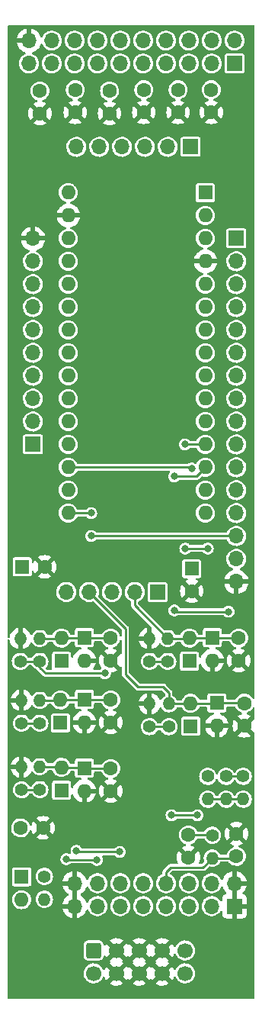
<source format=gbl>
%TF.GenerationSoftware,KiCad,Pcbnew,(6.0.1)*%
%TF.CreationDate,2023-01-24T19:01:17-05:00*%
%TF.ProjectId,ER-PROTO-03-MOZZI-DB,45522d50-524f-4544-9f2d-30332d4d4f5a,1*%
%TF.SameCoordinates,Original*%
%TF.FileFunction,Copper,L2,Bot*%
%TF.FilePolarity,Positive*%
%FSLAX46Y46*%
G04 Gerber Fmt 4.6, Leading zero omitted, Abs format (unit mm)*
G04 Created by KiCad (PCBNEW (6.0.1)) date 2023-01-24 19:01:17*
%MOMM*%
%LPD*%
G01*
G04 APERTURE LIST*
G04 Aperture macros list*
%AMRoundRect*
0 Rectangle with rounded corners*
0 $1 Rounding radius*
0 $2 $3 $4 $5 $6 $7 $8 $9 X,Y pos of 4 corners*
0 Add a 4 corners polygon primitive as box body*
4,1,4,$2,$3,$4,$5,$6,$7,$8,$9,$2,$3,0*
0 Add four circle primitives for the rounded corners*
1,1,$1+$1,$2,$3*
1,1,$1+$1,$4,$5*
1,1,$1+$1,$6,$7*
1,1,$1+$1,$8,$9*
0 Add four rect primitives between the rounded corners*
20,1,$1+$1,$2,$3,$4,$5,0*
20,1,$1+$1,$4,$5,$6,$7,0*
20,1,$1+$1,$6,$7,$8,$9,0*
20,1,$1+$1,$8,$9,$2,$3,0*%
G04 Aperture macros list end*
%TA.AperFunction,ComponentPad*%
%ADD10R,1.700000X1.700000*%
%TD*%
%TA.AperFunction,ComponentPad*%
%ADD11O,1.700000X1.700000*%
%TD*%
%TA.AperFunction,ComponentPad*%
%ADD12R,1.600000X1.600000*%
%TD*%
%TA.AperFunction,ComponentPad*%
%ADD13O,1.600000X1.600000*%
%TD*%
%TA.AperFunction,ComponentPad*%
%ADD14C,1.600000*%
%TD*%
%TA.AperFunction,ComponentPad*%
%ADD15C,1.400000*%
%TD*%
%TA.AperFunction,ComponentPad*%
%ADD16O,1.400000X1.400000*%
%TD*%
%TA.AperFunction,ComponentPad*%
%ADD17RoundRect,0.250000X-0.600000X0.600000X-0.600000X-0.600000X0.600000X-0.600000X0.600000X0.600000X0*%
%TD*%
%TA.AperFunction,ComponentPad*%
%ADD18C,1.700000*%
%TD*%
%TA.AperFunction,ViaPad*%
%ADD19C,0.800000*%
%TD*%
%TA.AperFunction,Conductor*%
%ADD20C,0.254000*%
%TD*%
%TA.AperFunction,Conductor*%
%ADD21C,0.250000*%
%TD*%
G04 APERTURE END LIST*
D10*
%TO.P,J8,1,VCC*%
%TO.N,+5V*%
X124000006Y-14499999D03*
D11*
%TO.P,J8,2,POT6_1_CW*%
%TO.N,/POT6-1*%
X124000006Y-11959999D03*
%TO.P,J8,3,POT6_2_W*%
%TO.N,/POT6-2*%
X121460006Y-14499999D03*
%TO.P,J8,4,POT6_3_CCW*%
%TO.N,/POT6-3*%
X121460006Y-11959999D03*
%TO.P,J8,5,POT4_1_CW*%
%TO.N,/POT4-1*%
X118920006Y-14499999D03*
%TO.P,J8,6,POT4_2_W*%
%TO.N,/POT4-2*%
X118920006Y-11959999D03*
%TO.P,J8,7,POT4_3_CCW*%
%TO.N,/POT4-3*%
X116380006Y-14499999D03*
%TO.P,J8,8,POT2_1_CW*%
%TO.N,/POT2-1*%
X116380006Y-11959999D03*
%TO.P,J8,9,POT2_2_W*%
%TO.N,/POT2-2*%
X113840006Y-14499999D03*
%TO.P,J8,10,POT2_3_CCW*%
%TO.N,/POT2-3*%
X113840006Y-11959999D03*
%TO.P,J8,11,POT5_1_CW*%
%TO.N,/POT5-1*%
X111300006Y-14499999D03*
%TO.P,J8,12,POT5_2_W*%
%TO.N,/POT5-2*%
X111300006Y-11959999D03*
%TO.P,J8,13,POT5_3_CCW*%
%TO.N,/POT5-3*%
X108760006Y-14499999D03*
%TO.P,J8,14,POT3_1_CW*%
%TO.N,/POT3-1*%
X108760006Y-11959999D03*
%TO.P,J8,15,POT3_2_W*%
%TO.N,/POT3-2*%
X106220006Y-14499999D03*
%TO.P,J8,16,POT3_3_CCW*%
%TO.N,/POT3-3*%
X106220006Y-11959999D03*
%TO.P,J8,17,POT1_1_CW*%
%TO.N,/POT1-1*%
X103680006Y-14499999D03*
%TO.P,J8,18,POT1_2_W*%
%TO.N,/POT1-2*%
X103680006Y-11959999D03*
%TO.P,J8,19,POT1_3_CCW*%
%TO.N,/POT1-3*%
X101140006Y-14499999D03*
%TO.P,J8,20,GND*%
%TO.N,GND*%
X101140006Y-11959999D03*
%TD*%
D10*
%TO.P,J3,1,Pin_1*%
%TO.N,/POT6-2*%
X119126000Y-23749000D03*
D11*
%TO.P,J3,2,Pin_2*%
%TO.N,/POT4-2*%
X116586000Y-23749000D03*
%TO.P,J3,3,Pin_3*%
%TO.N,/POT2-2*%
X114046000Y-23749000D03*
%TO.P,J3,4,Pin_4*%
%TO.N,/POT5-2*%
X111506000Y-23749000D03*
%TO.P,J3,5,Pin_5*%
%TO.N,/POT3-2*%
X108966000Y-23749000D03*
%TO.P,J3,6,Pin_6*%
%TO.N,/POT1-2*%
X106426000Y-23749000D03*
%TD*%
D10*
%TO.P,J10,1,Pin_1*%
%TO.N,/D0_RX*%
X124206000Y-33909000D03*
D11*
%TO.P,J10,2,Pin_2*%
%TO.N,/D1_TX*%
X124206000Y-36449000D03*
%TO.P,J10,3,Pin_3*%
%TO.N,/D2*%
X124206000Y-38989000D03*
%TO.P,J10,4,Pin_4*%
%TO.N,/D3*%
X124206000Y-41529000D03*
%TO.P,J10,5,Pin_5*%
%TO.N,/D4*%
X124206000Y-44069000D03*
%TO.P,J10,6,Pin_6*%
%TO.N,/D5*%
X124206000Y-46609000D03*
%TO.P,J10,7,Pin_7*%
%TO.N,/D6*%
X124206000Y-49149000D03*
%TO.P,J10,8,Pin_8*%
%TO.N,/D7*%
X124206000Y-51689000D03*
%TO.P,J10,9,Pin_9*%
%TO.N,/D8*%
X124206000Y-54229000D03*
%TO.P,J10,10,Pin_10*%
%TO.N,/D9*%
X124206000Y-56769000D03*
%TO.P,J10,11,Pin_11*%
%TO.N,/D10*%
X124206000Y-59309000D03*
%TO.P,J10,12,Pin_12*%
%TO.N,/D11*%
X124206000Y-61849000D03*
%TO.P,J10,13,Pin_13*%
%TO.N,/D12*%
X124206000Y-64389000D03*
%TO.P,J10,14,Pin_14*%
%TO.N,/D13*%
X124206000Y-66929000D03*
%TO.P,J10,15,Pin_15*%
%TO.N,+5V*%
X124206000Y-69469000D03*
%TO.P,J10,16,Pin_16*%
%TO.N,GND*%
X124206000Y-72009000D03*
%TD*%
D10*
%TO.P,J2,1,Pin_1*%
%TO.N,/J1-TIP*%
X115443000Y-73152000D03*
D11*
%TO.P,J2,2,Pin_2*%
%TO.N,/J2-TIP*%
X112903000Y-73152000D03*
%TO.P,J2,3,Pin_3*%
%TO.N,/J3-TIP*%
X110363000Y-73152000D03*
%TO.P,J2,4,Pin_4*%
%TO.N,/J4-TIP*%
X107823000Y-73152000D03*
%TO.P,J2,5,Pin_5*%
%TO.N,/J5-TIP*%
X105283000Y-73152000D03*
%TD*%
D10*
%TO.P,J1,1,Pin_1*%
%TO.N,/ANA0*%
X101600000Y-56769000D03*
D11*
%TO.P,J1,2,Pin_2*%
%TO.N,/ANA1*%
X101600000Y-54229000D03*
%TO.P,J1,3,Pin_3*%
%TO.N,/ANA2*%
X101600000Y-51689000D03*
%TO.P,J1,4,Pin_4*%
%TO.N,/ANA3*%
X101600000Y-49149000D03*
%TO.P,J1,5,Pin_5*%
%TO.N,/ANA4*%
X101600000Y-46609000D03*
%TO.P,J1,6,Pin_6*%
%TO.N,/ANA5*%
X101600000Y-44069000D03*
%TO.P,J1,7,Pin_7*%
%TO.N,/ANA6*%
X101600000Y-41529000D03*
%TO.P,J1,8,Pin_8*%
%TO.N,/ANA7*%
X101600000Y-38989000D03*
%TO.P,J1,9,Pin_9*%
%TO.N,+5V*%
X101600000Y-36449000D03*
%TO.P,J1,10,Pin_10*%
%TO.N,GND*%
X101600000Y-33909000D03*
%TD*%
D12*
%TO.P,D2,1,K*%
%TO.N,+5V*%
X118999000Y-80800686D03*
D13*
%TO.P,D2,2,A*%
%TO.N,/J2-TIP*%
X118999000Y-78260686D03*
%TD*%
D12*
%TO.P,D6,1,K*%
%TO.N,+5V*%
X119126000Y-88039686D03*
D13*
%TO.P,D6,2,A*%
%TO.N,/J4-TIP*%
X119126000Y-85499686D03*
%TD*%
D14*
%TO.P,C1,1*%
%TO.N,/POT6-2*%
X121412000Y-17419000D03*
%TO.P,C1,2*%
%TO.N,GND*%
X121412000Y-19919000D03*
%TD*%
D15*
%TO.P,R2,1*%
%TO.N,/J2-T*%
X114554000Y-80849000D03*
D16*
%TO.P,R2,2*%
%TO.N,GND*%
X114554000Y-78309000D03*
%TD*%
D14*
%TO.P,C13,1*%
%TO.N,/J5-TIP*%
X110236000Y-92729990D03*
%TO.P,C13,2*%
%TO.N,GND*%
X110236000Y-95229990D03*
%TD*%
%TO.P,C14,1*%
%TO.N,+12P*%
X100223000Y-99314000D03*
%TO.P,C14,2*%
%TO.N,GND*%
X102723000Y-99314000D03*
%TD*%
D15*
%TO.P,R10,1*%
%TO.N,/D10*%
X123063000Y-93599000D03*
D16*
%TO.P,R10,2*%
%TO.N,Net-(C16-Pad1)*%
X123063000Y-96139000D03*
%TD*%
D15*
%TO.P,R3,1*%
%TO.N,/J1-T*%
X102362000Y-80849000D03*
D16*
%TO.P,R3,2*%
%TO.N,/J1-TIP*%
X102362000Y-78309000D03*
%TD*%
D15*
%TO.P,R7,1*%
%TO.N,/J3-T*%
X102362000Y-87707000D03*
D16*
%TO.P,R7,2*%
%TO.N,/J3-TIP*%
X102362000Y-85167000D03*
%TD*%
D14*
%TO.P,C4,1*%
%TO.N,/POT5-2*%
X110109000Y-17546000D03*
%TO.P,C4,2*%
%TO.N,GND*%
X110109000Y-20046000D03*
%TD*%
D15*
%TO.P,R15,1*%
%TO.N,Net-(D11-Pad1)*%
X102870000Y-104698013D03*
D16*
%TO.P,R15,2*%
%TO.N,+12P*%
X102870000Y-107238013D03*
%TD*%
D12*
%TO.P,D5,1,K*%
%TO.N,/J4-TIP*%
X122047000Y-85442315D03*
D13*
%TO.P,D5,2,A*%
%TO.N,GND*%
X122047000Y-87982315D03*
%TD*%
D15*
%TO.P,R13,1*%
%TO.N,/J5-T*%
X100330000Y-95096000D03*
D16*
%TO.P,R13,2*%
%TO.N,GND*%
X100330000Y-92556000D03*
%TD*%
D14*
%TO.P,C3,1*%
%TO.N,/POT2-2*%
X113919000Y-17419000D03*
%TO.P,C3,2*%
%TO.N,GND*%
X113919000Y-19919000D03*
%TD*%
D12*
%TO.P,A1,1,D1/TX*%
%TO.N,/D1_TX*%
X120766992Y-28829000D03*
D13*
%TO.P,A1,2,D0/RX*%
%TO.N,/D0_RX*%
X120766992Y-31369000D03*
%TO.P,A1,3,~{RESET}*%
%TO.N,unconnected-(A1-Pad3)*%
X120766992Y-33909000D03*
%TO.P,A1,4,GND*%
%TO.N,GND*%
X120766992Y-36449000D03*
%TO.P,A1,5,D2*%
%TO.N,/D2*%
X120766992Y-38989000D03*
%TO.P,A1,6,D3*%
%TO.N,/D3*%
X120766992Y-41529000D03*
%TO.P,A1,7,D4*%
%TO.N,/D4*%
X120766992Y-44069000D03*
%TO.P,A1,8,D5*%
%TO.N,/D5*%
X120766992Y-46609000D03*
%TO.P,A1,9,D6*%
%TO.N,/D6*%
X120766992Y-49149000D03*
%TO.P,A1,10,D7*%
%TO.N,/D7*%
X120766992Y-51689000D03*
%TO.P,A1,11,D8*%
%TO.N,/D8*%
X120766992Y-54229000D03*
%TO.P,A1,12,D9*%
%TO.N,/D9*%
X120766992Y-56769000D03*
%TO.P,A1,13,D10*%
%TO.N,/D10*%
X120766992Y-59309000D03*
%TO.P,A1,14,D11*%
%TO.N,/D11*%
X120766992Y-61849000D03*
%TO.P,A1,15,D12*%
%TO.N,/D12*%
X120766992Y-64389000D03*
%TO.P,A1,16,D13*%
%TO.N,/D13*%
X105526992Y-64389000D03*
%TO.P,A1,17,3V3*%
%TO.N,unconnected-(A1-Pad17)*%
X105526992Y-61849000D03*
%TO.P,A1,18,AREF*%
%TO.N,Net-(A1-Pad18)*%
X105526992Y-59309000D03*
%TO.P,A1,19,A0*%
%TO.N,/ANA0*%
X105526992Y-56769000D03*
%TO.P,A1,20,A1*%
%TO.N,/ANA1*%
X105526992Y-54229000D03*
%TO.P,A1,21,A2*%
%TO.N,/ANA2*%
X105526992Y-51689000D03*
%TO.P,A1,22,A3*%
%TO.N,/ANA3*%
X105526992Y-49149000D03*
%TO.P,A1,23,A4*%
%TO.N,/ANA4*%
X105526992Y-46609000D03*
%TO.P,A1,24,A5*%
%TO.N,/ANA5*%
X105526992Y-44069000D03*
%TO.P,A1,25,A6*%
%TO.N,/ANA6*%
X105526992Y-41529000D03*
%TO.P,A1,26,A7*%
%TO.N,/ANA7*%
X105526992Y-38989000D03*
%TO.P,A1,27,+5V*%
%TO.N,+5V*%
X105526992Y-36449000D03*
%TO.P,A1,28,~{RESET}*%
%TO.N,unconnected-(A1-Pad28)*%
X105526992Y-33909000D03*
%TO.P,A1,29,GND*%
%TO.N,GND*%
X105526992Y-31369000D03*
%TO.P,A1,30,VIN*%
%TO.N,+12P*%
X105526992Y-28829000D03*
%TD*%
D15*
%TO.P,R4,1*%
%TO.N,/J1-T*%
X100203000Y-80849000D03*
D16*
%TO.P,R4,2*%
%TO.N,GND*%
X100203000Y-78309000D03*
%TD*%
D12*
%TO.P,D9,1,K*%
%TO.N,/J5-TIP*%
X107315000Y-92681315D03*
D13*
%TO.P,D9,2,A*%
%TO.N,GND*%
X107315000Y-95221315D03*
%TD*%
D15*
%TO.P,R14,1*%
%TO.N,Net-(C16-Pad1)*%
X121539000Y-100126000D03*
D16*
%TO.P,R14,2*%
%TO.N,/J6-T*%
X121539000Y-102666000D03*
%TD*%
D14*
%TO.P,C15,1*%
%TO.N,/J6-T*%
X124206000Y-102469010D03*
%TO.P,C15,2*%
%TO.N,GND*%
X124206000Y-99969010D03*
%TD*%
%TO.P,C10,1*%
%TO.N,/J1-TIP*%
X110236000Y-78252000D03*
%TO.P,C10,2*%
%TO.N,GND*%
X110236000Y-80752000D03*
%TD*%
D12*
%TO.P,D7,1,K*%
%TO.N,/J3-TIP*%
X107315000Y-85061315D03*
D13*
%TO.P,D7,2,A*%
%TO.N,GND*%
X107315000Y-87601315D03*
%TD*%
D15*
%TO.P,R6,1*%
%TO.N,/J4-T*%
X114554000Y-88088000D03*
D16*
%TO.P,R6,2*%
%TO.N,GND*%
X114554000Y-85548000D03*
%TD*%
D14*
%TO.P,C11,1*%
%TO.N,/J4-TIP*%
X125095000Y-85491000D03*
%TO.P,C11,2*%
%TO.N,GND*%
X125095000Y-87991000D03*
%TD*%
D15*
%TO.P,R12,1*%
%TO.N,/J5-T*%
X102362000Y-95073000D03*
D16*
%TO.P,R12,2*%
%TO.N,/J5-TIP*%
X102362000Y-92533000D03*
%TD*%
D12*
%TO.P,D1,1,K*%
%TO.N,/J2-TIP*%
X121539000Y-78203315D03*
D13*
%TO.P,D1,2,A*%
%TO.N,GND*%
X121539000Y-80743315D03*
%TD*%
D14*
%TO.P,C12,1*%
%TO.N,/J3-TIP*%
X110236000Y-85110000D03*
%TO.P,C12,2*%
%TO.N,GND*%
X110236000Y-87610000D03*
%TD*%
D12*
%TO.P,C7,1*%
%TO.N,Net-(A1-Pad18)*%
X119253000Y-70549888D03*
D14*
%TO.P,C7,2*%
%TO.N,GND*%
X119253000Y-73049888D03*
%TD*%
D15*
%TO.P,R8,1*%
%TO.N,/J3-T*%
X100330000Y-87707000D03*
D16*
%TO.P,R8,2*%
%TO.N,GND*%
X100330000Y-85167000D03*
%TD*%
D17*
%TO.P,J9,1,Pin_1*%
%TO.N,-12V*%
X108331000Y-112912500D03*
D18*
%TO.P,J9,2,Pin_2*%
X108331000Y-115452500D03*
%TO.P,J9,3,Pin_3*%
%TO.N,GND*%
X110871000Y-112912500D03*
%TO.P,J9,4,Pin_4*%
X110871000Y-115452500D03*
%TO.P,J9,5,Pin_5*%
X113411000Y-112912500D03*
%TO.P,J9,6,Pin_6*%
X113411000Y-115452500D03*
%TO.P,J9,7,Pin_7*%
X115951000Y-112912500D03*
%TO.P,J9,8,Pin_8*%
X115951000Y-115452500D03*
%TO.P,J9,9,Pin_9*%
%TO.N,+12V*%
X118491000Y-112912500D03*
%TO.P,J9,10,Pin_10*%
X118491000Y-115452500D03*
%TD*%
D12*
%TO.P,D11,1,K*%
%TO.N,Net-(D11-Pad1)*%
X100330000Y-104746315D03*
D13*
%TO.P,D11,2,A*%
%TO.N,+12V*%
X100330000Y-107286315D03*
%TD*%
D12*
%TO.P,D10,1,K*%
%TO.N,+5V*%
X104775000Y-95151686D03*
D13*
%TO.P,D10,2,A*%
%TO.N,/J5-TIP*%
X104775000Y-92611686D03*
%TD*%
D14*
%TO.P,C16,1*%
%TO.N,Net-(C16-Pad1)*%
X118872000Y-100096000D03*
%TO.P,C16,2*%
%TO.N,GND*%
X118872000Y-102596000D03*
%TD*%
%TO.P,C2,1*%
%TO.N,/POT4-2*%
X117729000Y-17419000D03*
%TO.P,C2,2*%
%TO.N,GND*%
X117729000Y-19919000D03*
%TD*%
%TO.P,C6,1*%
%TO.N,/POT1-2*%
X102362000Y-17546000D03*
%TO.P,C6,2*%
%TO.N,GND*%
X102362000Y-20046000D03*
%TD*%
%TO.P,C5,1*%
%TO.N,/POT3-2*%
X106299000Y-17419000D03*
%TO.P,C5,2*%
%TO.N,GND*%
X106299000Y-19919000D03*
%TD*%
D12*
%TO.P,C8,1*%
%TO.N,+12P*%
X100394888Y-70358000D03*
D14*
%TO.P,C8,2*%
%TO.N,GND*%
X102894888Y-70358000D03*
%TD*%
D15*
%TO.P,R5,1*%
%TO.N,/J4-T*%
X116713000Y-88088000D03*
D16*
%TO.P,R5,2*%
%TO.N,/J4-TIP*%
X116713000Y-85548000D03*
%TD*%
D12*
%TO.P,D4,1,K*%
%TO.N,+5V*%
X104775000Y-80800686D03*
D13*
%TO.P,D4,2,A*%
%TO.N,/J1-TIP*%
X104775000Y-78260686D03*
%TD*%
D12*
%TO.P,D8,1,K*%
%TO.N,+5V*%
X104648000Y-87658686D03*
D13*
%TO.P,D8,2,A*%
%TO.N,/J3-TIP*%
X104648000Y-85118686D03*
%TD*%
D10*
%TO.P,J7,1,GND*%
%TO.N,GND*%
X124000006Y-108000013D03*
D11*
%TO.P,J7,2,GND*%
X124000006Y-105460013D03*
%TO.P,J7,3,J2_R_N*%
%TO.N,/J2-R_N*%
X121460006Y-108000013D03*
%TO.P,J7,4,J2_T*%
%TO.N,/J2-T*%
X121460006Y-105460013D03*
%TO.P,J7,5,J4_R_N*%
%TO.N,/J4-R_N*%
X118920006Y-108000013D03*
%TO.P,J7,6,J4_T*%
%TO.N,/J4-T*%
X118920006Y-105460013D03*
%TO.P,J7,7,J6_R_N*%
%TO.N,/J6-R_N*%
X116380006Y-108000013D03*
%TO.P,J7,8,J6_T*%
%TO.N,/J6-T*%
X116380006Y-105460013D03*
%TO.P,J7,9,J1_R_N*%
%TO.N,/J1-R_N*%
X113840006Y-108000013D03*
%TO.P,J7,10,J1_T*%
%TO.N,/J1-T*%
X113840006Y-105460013D03*
%TO.P,J7,11,J3_R_N*%
%TO.N,/J3-R_N*%
X111300006Y-108000013D03*
%TO.P,J7,12,J3_T*%
%TO.N,/J3-T*%
X111300006Y-105460013D03*
%TO.P,J7,13,J5_R_N*%
%TO.N,/J5-R_N*%
X108760006Y-108000013D03*
%TO.P,J7,14,J5_T*%
%TO.N,/J5-T*%
X108760006Y-105460013D03*
%TO.P,J7,15,GND*%
%TO.N,GND*%
X106220006Y-108000013D03*
%TO.P,J7,16,GND*%
X106220006Y-105460013D03*
%TD*%
D12*
%TO.P,D3,1,K*%
%TO.N,/J1-TIP*%
X107315000Y-78203315D03*
D13*
%TO.P,D3,2,A*%
%TO.N,GND*%
X107315000Y-80743315D03*
%TD*%
D15*
%TO.P,R1,1*%
%TO.N,/J2-T*%
X116586000Y-80849000D03*
D16*
%TO.P,R1,2*%
%TO.N,/J2-TIP*%
X116586000Y-78309000D03*
%TD*%
D15*
%TO.P,R9,1*%
%TO.N,/D10*%
X124968000Y-93599000D03*
D16*
%TO.P,R9,2*%
%TO.N,Net-(C16-Pad1)*%
X124968000Y-96139000D03*
%TD*%
D14*
%TO.P,C9,1*%
%TO.N,/J2-TIP*%
X124460000Y-78252000D03*
%TO.P,C9,2*%
%TO.N,GND*%
X124460000Y-80752000D03*
%TD*%
D15*
%TO.P,R11,1*%
%TO.N,/D9*%
X121031000Y-93599000D03*
D16*
%TO.P,R11,2*%
%TO.N,Net-(C16-Pad1)*%
X121031000Y-96139000D03*
%TD*%
D19*
%TO.N,/J2-T*%
X117002500Y-97917000D03*
X119888000Y-97917000D03*
%TO.N,/J1-T*%
X109601000Y-82169000D03*
%TO.N,/J3-T*%
X111252000Y-101981000D03*
X106426000Y-101854000D03*
%TO.N,/J5-T*%
X105307322Y-102779207D03*
X108712000Y-102870000D03*
%TO.N,Net-(A1-Pad18)*%
X119253000Y-59436000D03*
%TO.N,/D13*%
X108077000Y-64389000D03*
X108077000Y-66929000D03*
%TO.N,/D10*%
X123333489Y-75327489D03*
X117312500Y-75184000D03*
X117312500Y-60325000D03*
%TO.N,/D9*%
X118491000Y-56769000D03*
X121031000Y-68326000D03*
X118526500Y-68326000D03*
%TD*%
D20*
%TO.N,/J4-TIP*%
X113284000Y-83693000D02*
X116078000Y-83693000D01*
X116078000Y-83693000D02*
X116713000Y-84328000D01*
X116713000Y-84328000D02*
X116713000Y-85548000D01*
X111887000Y-82296000D02*
X113284000Y-83693000D01*
X111887000Y-77216000D02*
X111887000Y-82296000D01*
X107823000Y-73152000D02*
X111887000Y-77216000D01*
D21*
%TO.N,/J2-TIP*%
X112903000Y-74626000D02*
X116586000Y-78309000D01*
X112903000Y-73152000D02*
X112903000Y-74626000D01*
%TO.N,/J2-T*%
X119888000Y-97917000D02*
X117002500Y-97917000D01*
D20*
%TO.N,/J6-T*%
X116876489Y-103722511D02*
X116380006Y-104218994D01*
X120482489Y-103722511D02*
X116876489Y-103722511D01*
X121539000Y-102666000D02*
X120482489Y-103722511D01*
X116380006Y-104218994D02*
X116380006Y-105460013D01*
%TO.N,/J1-T*%
X102362000Y-81534000D02*
X102997000Y-82169000D01*
X109601000Y-82169000D02*
X102997000Y-82169000D01*
X100203000Y-80849000D02*
X102362000Y-80849000D01*
X102362000Y-80849000D02*
X102362000Y-81534000D01*
%TO.N,/J2-T*%
X114554000Y-80849000D02*
X116586000Y-80849000D01*
%TO.N,/J3-T*%
X106553000Y-101981000D02*
X106426000Y-101854000D01*
X111252000Y-101981000D02*
X106553000Y-101981000D01*
X100330000Y-87707000D02*
X102362000Y-87707000D01*
%TO.N,/J4-T*%
X114554000Y-88088000D02*
X116713000Y-88088000D01*
%TO.N,/J1-TIP*%
X104775000Y-78260686D02*
X107257629Y-78260686D01*
X107315000Y-78203315D02*
X110187315Y-78203315D01*
X102362000Y-78309000D02*
X104726686Y-78309000D01*
%TO.N,/J2-TIP*%
X118999000Y-78260686D02*
X121481629Y-78260686D01*
X121539000Y-78203315D02*
X124411315Y-78203315D01*
X116586000Y-78309000D02*
X118950686Y-78309000D01*
%TO.N,/J3-TIP*%
X104648000Y-85118686D02*
X107257629Y-85118686D01*
X107315000Y-85061315D02*
X110187315Y-85061315D01*
X102362000Y-85167000D02*
X104599686Y-85167000D01*
%TO.N,/J6-T*%
X121539000Y-102666000D02*
X124009010Y-102666000D01*
%TO.N,/J5-T*%
X108712000Y-102870000D02*
X105398115Y-102870000D01*
X100330000Y-95096000D02*
X102339000Y-95096000D01*
X105398115Y-102870000D02*
X105307322Y-102779207D01*
%TO.N,/J4-TIP*%
X122047000Y-85442315D02*
X125046315Y-85442315D01*
X119126000Y-85499686D02*
X121989629Y-85499686D01*
X116713000Y-85548000D02*
X119077686Y-85548000D01*
%TO.N,/J5-TIP*%
X104775000Y-92611686D02*
X107245371Y-92611686D01*
X107315000Y-92681315D02*
X110187315Y-92681315D01*
X102362000Y-92533000D02*
X104696314Y-92533000D01*
%TO.N,Net-(A1-Pad18)*%
X119253000Y-59436000D02*
X119126000Y-59309000D01*
X119126000Y-59309000D02*
X105526992Y-59309000D01*
D21*
%TO.N,/D13*%
X105527000Y-64389000D02*
X108077000Y-64389000D01*
X124079000Y-66929000D02*
X108077000Y-66929000D01*
D20*
%TO.N,/D10*%
X119750992Y-60325000D02*
X120766992Y-59309000D01*
X123063000Y-93599000D02*
X124968000Y-93599000D01*
X117455989Y-75327489D02*
X117312500Y-75184000D01*
X123333489Y-75327489D02*
X117455989Y-75327489D01*
X117312500Y-60325000D02*
X119750992Y-60325000D01*
%TO.N,/D9*%
X121031000Y-68326000D02*
X118526500Y-68326000D01*
X118491000Y-56769000D02*
X120766992Y-56769000D01*
%TO.N,Net-(C16-Pad1)*%
X123063000Y-96139000D02*
X124968000Y-96139000D01*
X118872000Y-100096000D02*
X121509000Y-100096000D01*
X121031000Y-96139000D02*
X123063000Y-96139000D01*
%TD*%
%TA.AperFunction,Conductor*%
%TO.N,GND*%
G36*
X126188121Y-10274002D02*
G01*
X126234614Y-10327658D01*
X126246000Y-10380000D01*
X126246000Y-84904121D01*
X126225998Y-84972242D01*
X126172342Y-85018735D01*
X126102068Y-85028839D01*
X126037488Y-84999345D01*
X126008752Y-84963279D01*
X125977565Y-84904625D01*
X125973674Y-84899855D01*
X125973672Y-84899851D01*
X125850758Y-84749143D01*
X125850755Y-84749140D01*
X125846863Y-84744368D01*
X125842114Y-84740439D01*
X125692271Y-84616478D01*
X125692266Y-84616475D01*
X125687522Y-84612550D01*
X125682103Y-84609620D01*
X125682100Y-84609618D01*
X125511032Y-84517122D01*
X125511027Y-84517120D01*
X125505612Y-84514192D01*
X125308063Y-84453040D01*
X125301938Y-84452396D01*
X125301937Y-84452396D01*
X125108526Y-84432068D01*
X125108524Y-84432068D01*
X125102397Y-84431424D01*
X124976229Y-84442906D01*
X124902591Y-84449607D01*
X124902590Y-84449607D01*
X124896450Y-84450166D01*
X124698066Y-84508554D01*
X124692601Y-84511411D01*
X124520261Y-84601508D01*
X124520257Y-84601511D01*
X124514801Y-84604363D01*
X124353635Y-84733943D01*
X124220708Y-84892360D01*
X124217742Y-84897756D01*
X124217736Y-84897764D01*
X124163996Y-84995516D01*
X124113651Y-85045575D01*
X124053582Y-85060815D01*
X123227499Y-85060815D01*
X123159378Y-85040813D01*
X123112885Y-84987157D01*
X123101499Y-84934815D01*
X123101499Y-84617249D01*
X123091242Y-84565677D01*
X123089156Y-84555189D01*
X123089155Y-84555187D01*
X123086734Y-84543014D01*
X123079583Y-84532311D01*
X123037377Y-84469147D01*
X123030484Y-84458831D01*
X122946301Y-84402581D01*
X122872067Y-84387815D01*
X122047134Y-84387815D01*
X121221934Y-84387816D01*
X121186182Y-84394927D01*
X121159874Y-84400159D01*
X121159872Y-84400160D01*
X121147699Y-84402581D01*
X121137379Y-84409476D01*
X121137378Y-84409477D01*
X121090697Y-84440669D01*
X121063516Y-84458831D01*
X121007266Y-84543014D01*
X120992500Y-84617248D01*
X120992500Y-84992186D01*
X120972498Y-85060307D01*
X120918842Y-85106800D01*
X120866500Y-85118186D01*
X120193207Y-85118186D01*
X120125086Y-85098184D01*
X120081956Y-85051340D01*
X120064620Y-85018735D01*
X120008565Y-84913311D01*
X120004674Y-84908541D01*
X120004672Y-84908537D01*
X119881758Y-84757829D01*
X119881755Y-84757826D01*
X119877863Y-84753054D01*
X119868664Y-84745444D01*
X119723271Y-84625164D01*
X119723266Y-84625161D01*
X119718522Y-84621236D01*
X119713103Y-84618306D01*
X119713100Y-84618304D01*
X119542032Y-84525808D01*
X119542027Y-84525806D01*
X119536612Y-84522878D01*
X119339063Y-84461726D01*
X119332938Y-84461082D01*
X119332937Y-84461082D01*
X119139526Y-84440754D01*
X119139524Y-84440754D01*
X119133397Y-84440110D01*
X119007229Y-84451592D01*
X118933591Y-84458293D01*
X118933590Y-84458293D01*
X118927450Y-84458852D01*
X118729066Y-84517240D01*
X118723601Y-84520097D01*
X118551261Y-84610194D01*
X118551257Y-84610197D01*
X118545801Y-84613049D01*
X118384635Y-84742629D01*
X118251708Y-84901046D01*
X118245136Y-84913000D01*
X118155054Y-85076857D01*
X118155052Y-85076861D01*
X118152082Y-85082264D01*
X118150218Y-85088141D01*
X118149361Y-85090140D01*
X118104139Y-85144871D01*
X118033551Y-85166500D01*
X117666945Y-85166500D01*
X117598824Y-85146498D01*
X117555694Y-85099653D01*
X117514764Y-85022674D01*
X117514762Y-85022671D01*
X117511870Y-85017232D01*
X117507980Y-85012462D01*
X117507977Y-85012458D01*
X117397457Y-84876948D01*
X117397454Y-84876945D01*
X117393562Y-84872173D01*
X117249332Y-84752855D01*
X117160570Y-84704861D01*
X117110162Y-84654867D01*
X117094500Y-84594026D01*
X117094500Y-84382140D01*
X117097087Y-84357824D01*
X117097154Y-84356401D01*
X117099346Y-84346220D01*
X117095373Y-84312652D01*
X117095021Y-84306678D01*
X117094928Y-84306686D01*
X117094500Y-84301508D01*
X117094500Y-84296308D01*
X117093646Y-84291176D01*
X117091314Y-84277165D01*
X117090477Y-84271286D01*
X117085642Y-84230433D01*
X117085642Y-84230432D01*
X117084418Y-84220093D01*
X117080433Y-84211794D01*
X117078922Y-84202717D01*
X117054442Y-84157349D01*
X117051761Y-84152086D01*
X117032869Y-84112743D01*
X117029440Y-84105602D01*
X117025831Y-84101308D01*
X117023905Y-84099382D01*
X117022109Y-84097424D01*
X117022079Y-84097367D01*
X117022208Y-84097249D01*
X117021710Y-84096684D01*
X117018612Y-84090943D01*
X117009531Y-84082548D01*
X116978805Y-84054146D01*
X116975239Y-84050716D01*
X116386044Y-83461521D01*
X116370685Y-83442505D01*
X116369719Y-83441444D01*
X116364071Y-83432696D01*
X116337528Y-83411771D01*
X116333053Y-83407794D01*
X116332992Y-83407865D01*
X116329035Y-83404512D01*
X116325352Y-83400829D01*
X116309561Y-83389545D01*
X116304815Y-83385982D01*
X116272507Y-83360512D01*
X116272506Y-83360511D01*
X116264330Y-83354066D01*
X116255643Y-83351015D01*
X116248157Y-83345666D01*
X116238181Y-83342683D01*
X116238180Y-83342682D01*
X116198789Y-83330902D01*
X116193157Y-83329072D01*
X116144498Y-83311984D01*
X116138909Y-83311500D01*
X116136198Y-83311500D01*
X116133531Y-83311385D01*
X116133468Y-83311366D01*
X116133475Y-83311192D01*
X116132729Y-83311145D01*
X116126476Y-83309275D01*
X116077692Y-83311192D01*
X116072322Y-83311403D01*
X116067375Y-83311500D01*
X113494212Y-83311500D01*
X113426091Y-83291498D01*
X113405117Y-83274595D01*
X112305405Y-82174882D01*
X112271379Y-82112570D01*
X112268500Y-82085787D01*
X112268500Y-80835609D01*
X113594975Y-80835609D01*
X113598052Y-80872255D01*
X113610024Y-81014812D01*
X113610639Y-81022139D01*
X113612338Y-81028064D01*
X113639854Y-81124022D01*
X113662235Y-81202075D01*
X113747797Y-81368562D01*
X113751620Y-81373386D01*
X113751623Y-81373390D01*
X113830976Y-81473507D01*
X113864068Y-81515259D01*
X113868762Y-81519254D01*
X114001030Y-81631823D01*
X114006618Y-81636579D01*
X114011996Y-81639585D01*
X114011998Y-81639586D01*
X114046396Y-81658810D01*
X114170018Y-81727900D01*
X114348043Y-81785744D01*
X114533914Y-81807908D01*
X114540049Y-81807436D01*
X114540051Y-81807436D01*
X114714408Y-81794020D01*
X114714413Y-81794019D01*
X114720549Y-81793547D01*
X114726479Y-81791891D01*
X114726481Y-81791891D01*
X114874387Y-81750595D01*
X114900841Y-81743209D01*
X114907796Y-81739696D01*
X115012804Y-81686652D01*
X115067921Y-81658810D01*
X115095932Y-81636926D01*
X115210571Y-81547360D01*
X115210572Y-81547360D01*
X115215427Y-81543566D01*
X115337738Y-81401867D01*
X115398866Y-81294263D01*
X115449905Y-81244912D01*
X115508422Y-81230500D01*
X115631932Y-81230500D01*
X115700053Y-81250502D01*
X115743999Y-81298905D01*
X115779797Y-81368562D01*
X115783620Y-81373386D01*
X115783623Y-81373390D01*
X115862976Y-81473507D01*
X115896068Y-81515259D01*
X115900762Y-81519254D01*
X116033030Y-81631823D01*
X116038618Y-81636579D01*
X116043996Y-81639585D01*
X116043998Y-81639586D01*
X116078396Y-81658810D01*
X116202018Y-81727900D01*
X116380043Y-81785744D01*
X116565914Y-81807908D01*
X116572049Y-81807436D01*
X116572051Y-81807436D01*
X116746408Y-81794020D01*
X116746413Y-81794019D01*
X116752549Y-81793547D01*
X116758479Y-81791891D01*
X116758481Y-81791891D01*
X116906387Y-81750595D01*
X116932841Y-81743209D01*
X116939796Y-81739696D01*
X117044804Y-81686652D01*
X117099921Y-81658810D01*
X117127932Y-81636926D01*
X117242571Y-81547360D01*
X117242572Y-81547360D01*
X117247427Y-81543566D01*
X117369738Y-81401867D01*
X117372784Y-81396506D01*
X117428228Y-81298906D01*
X117462198Y-81239108D01*
X117521283Y-81061491D01*
X117544744Y-80875780D01*
X117545118Y-80849000D01*
X117526852Y-80662706D01*
X117472749Y-80483509D01*
X117429517Y-80402201D01*
X117387764Y-80323674D01*
X117387762Y-80323671D01*
X117384870Y-80318232D01*
X117380980Y-80313462D01*
X117380977Y-80313458D01*
X117270457Y-80177948D01*
X117270454Y-80177945D01*
X117266562Y-80173173D01*
X117122332Y-80053855D01*
X116957673Y-79964824D01*
X116868265Y-79937148D01*
X116784744Y-79911294D01*
X116784741Y-79911293D01*
X116778857Y-79909472D01*
X116772732Y-79908828D01*
X116772731Y-79908828D01*
X116598824Y-79890549D01*
X116598823Y-79890549D01*
X116592696Y-79889905D01*
X116516143Y-79896872D01*
X116412418Y-79906312D01*
X116412415Y-79906313D01*
X116406279Y-79906871D01*
X116400373Y-79908609D01*
X116400369Y-79908610D01*
X116265075Y-79948429D01*
X116226708Y-79959721D01*
X116060822Y-80046444D01*
X116056022Y-80050304D01*
X116056021Y-80050304D01*
X116046718Y-80057784D01*
X115914940Y-80163736D01*
X115794619Y-80307130D01*
X115791655Y-80312522D01*
X115791652Y-80312526D01*
X115742353Y-80402201D01*
X115692007Y-80452260D01*
X115631938Y-80467500D01*
X115507945Y-80467500D01*
X115439824Y-80447498D01*
X115396694Y-80400653D01*
X115355764Y-80323674D01*
X115355762Y-80323671D01*
X115352870Y-80318232D01*
X115348980Y-80313462D01*
X115348977Y-80313458D01*
X115238457Y-80177948D01*
X115238454Y-80177945D01*
X115234562Y-80173173D01*
X115090332Y-80053855D01*
X114925673Y-79964824D01*
X114836265Y-79937148D01*
X114752744Y-79911294D01*
X114752741Y-79911293D01*
X114746857Y-79909472D01*
X114740732Y-79908828D01*
X114740731Y-79908828D01*
X114566824Y-79890549D01*
X114566823Y-79890549D01*
X114560696Y-79889905D01*
X114484143Y-79896872D01*
X114380418Y-79906312D01*
X114380415Y-79906313D01*
X114374279Y-79906871D01*
X114368373Y-79908609D01*
X114368369Y-79908610D01*
X114233075Y-79948429D01*
X114194708Y-79959721D01*
X114028822Y-80046444D01*
X114024022Y-80050304D01*
X114024021Y-80050304D01*
X114014718Y-80057784D01*
X113882940Y-80163736D01*
X113762619Y-80307130D01*
X113759655Y-80312522D01*
X113759652Y-80312526D01*
X113715787Y-80392317D01*
X113672441Y-80471163D01*
X113670580Y-80477030D01*
X113670579Y-80477032D01*
X113667943Y-80485342D01*
X113615841Y-80649588D01*
X113594975Y-80835609D01*
X112268500Y-80835609D01*
X112268500Y-78575522D01*
X113374801Y-78575522D01*
X113413092Y-78718423D01*
X113416842Y-78728727D01*
X113501521Y-78910323D01*
X113506998Y-78919811D01*
X113621925Y-79083942D01*
X113628981Y-79092350D01*
X113770650Y-79234019D01*
X113779058Y-79241075D01*
X113943189Y-79356002D01*
X113952677Y-79361479D01*
X114134273Y-79446158D01*
X114144577Y-79449908D01*
X114282503Y-79486866D01*
X114296599Y-79486530D01*
X114300000Y-79478588D01*
X114300000Y-78581115D01*
X114295525Y-78565876D01*
X114294135Y-78564671D01*
X114286452Y-78563000D01*
X113389561Y-78563000D01*
X113376030Y-78566973D01*
X113374801Y-78575522D01*
X112268500Y-78575522D01*
X112268500Y-78037503D01*
X113376134Y-78037503D01*
X113376470Y-78051599D01*
X113384412Y-78055000D01*
X114281885Y-78055000D01*
X114297124Y-78050525D01*
X114298329Y-78049135D01*
X114300000Y-78041452D01*
X114300000Y-77144561D01*
X114296027Y-77131030D01*
X114287478Y-77129801D01*
X114144577Y-77168092D01*
X114134273Y-77171842D01*
X113952677Y-77256521D01*
X113943189Y-77261998D01*
X113779058Y-77376925D01*
X113770650Y-77383981D01*
X113628981Y-77525650D01*
X113621925Y-77534058D01*
X113506998Y-77698189D01*
X113501521Y-77707677D01*
X113416842Y-77889273D01*
X113413092Y-77899577D01*
X113376134Y-78037503D01*
X112268500Y-78037503D01*
X112268500Y-77270140D01*
X112271087Y-77245824D01*
X112271154Y-77244401D01*
X112273346Y-77234220D01*
X112269373Y-77200652D01*
X112269021Y-77194678D01*
X112268928Y-77194686D01*
X112268500Y-77189508D01*
X112268500Y-77184308D01*
X112266198Y-77170477D01*
X112265314Y-77165165D01*
X112264477Y-77159286D01*
X112259642Y-77118433D01*
X112259642Y-77118432D01*
X112258418Y-77108093D01*
X112254433Y-77099794D01*
X112252922Y-77090717D01*
X112228442Y-77045349D01*
X112225761Y-77040086D01*
X112206873Y-77000750D01*
X112206870Y-77000746D01*
X112203440Y-76993602D01*
X112199830Y-76989308D01*
X112197898Y-76987376D01*
X112196111Y-76985427D01*
X112196082Y-76985374D01*
X112196212Y-76985254D01*
X112195710Y-76984685D01*
X112192612Y-76978943D01*
X112152792Y-76942133D01*
X112149227Y-76938704D01*
X108885998Y-73675476D01*
X108851972Y-73613164D01*
X108855780Y-73545880D01*
X108899728Y-73416414D01*
X108899729Y-73416409D01*
X108901584Y-73410945D01*
X108902412Y-73405236D01*
X108902413Y-73405231D01*
X108930179Y-73213727D01*
X108930712Y-73210053D01*
X108932232Y-73152000D01*
X108929564Y-73122964D01*
X109254148Y-73122964D01*
X109267424Y-73325522D01*
X109268845Y-73331118D01*
X109268846Y-73331123D01*
X109310123Y-73493649D01*
X109317392Y-73522269D01*
X109319809Y-73527512D01*
X109357010Y-73608208D01*
X109402377Y-73706616D01*
X109519533Y-73872389D01*
X109664938Y-74014035D01*
X109833720Y-74126812D01*
X109839023Y-74129090D01*
X109839026Y-74129092D01*
X110014921Y-74204662D01*
X110020228Y-74206942D01*
X110093244Y-74223464D01*
X110212579Y-74250467D01*
X110212584Y-74250468D01*
X110218216Y-74251742D01*
X110223987Y-74251969D01*
X110223989Y-74251969D01*
X110283756Y-74254317D01*
X110421053Y-74259712D01*
X110528348Y-74244155D01*
X110616231Y-74231413D01*
X110616236Y-74231412D01*
X110621945Y-74230584D01*
X110627409Y-74228729D01*
X110627414Y-74228728D01*
X110808693Y-74167192D01*
X110808698Y-74167190D01*
X110814165Y-74165334D01*
X110991276Y-74066147D01*
X111030969Y-74033135D01*
X111142913Y-73940031D01*
X111147345Y-73936345D01*
X111277147Y-73780276D01*
X111376334Y-73603165D01*
X111378190Y-73597698D01*
X111378192Y-73597693D01*
X111439728Y-73416414D01*
X111439729Y-73416409D01*
X111441584Y-73410945D01*
X111442412Y-73405236D01*
X111442413Y-73405231D01*
X111470179Y-73213727D01*
X111470712Y-73210053D01*
X111472232Y-73152000D01*
X111469564Y-73122964D01*
X111794148Y-73122964D01*
X111807424Y-73325522D01*
X111808845Y-73331118D01*
X111808846Y-73331123D01*
X111850123Y-73493649D01*
X111857392Y-73522269D01*
X111859809Y-73527512D01*
X111897010Y-73608208D01*
X111942377Y-73706616D01*
X112059533Y-73872389D01*
X112204938Y-74014035D01*
X112373720Y-74126812D01*
X112379023Y-74129090D01*
X112379028Y-74129093D01*
X112447237Y-74158397D01*
X112501930Y-74203665D01*
X112523500Y-74274165D01*
X112523500Y-74572080D01*
X112520951Y-74596028D01*
X112520872Y-74597693D01*
X112518680Y-74607876D01*
X112519904Y-74618217D01*
X112522627Y-74641223D01*
X112522977Y-74647154D01*
X112523072Y-74647146D01*
X112523500Y-74652324D01*
X112523500Y-74657524D01*
X112524354Y-74662653D01*
X112524354Y-74662656D01*
X112526669Y-74676565D01*
X112527506Y-74682443D01*
X112533530Y-74733341D01*
X112537493Y-74741593D01*
X112538996Y-74750626D01*
X112543943Y-74759795D01*
X112543944Y-74759797D01*
X112563334Y-74795732D01*
X112566031Y-74801025D01*
X112584785Y-74840082D01*
X112584788Y-74840086D01*
X112588219Y-74847232D01*
X112591814Y-74851508D01*
X112593737Y-74853431D01*
X112595509Y-74855363D01*
X112595552Y-74855442D01*
X112595428Y-74855555D01*
X112595904Y-74856095D01*
X112598990Y-74861814D01*
X112606635Y-74868881D01*
X112638586Y-74898416D01*
X112642152Y-74901846D01*
X114771464Y-77031158D01*
X114805490Y-77093470D01*
X114808146Y-77127747D01*
X114808000Y-77130197D01*
X114808000Y-79473439D01*
X114811973Y-79486970D01*
X114820522Y-79488199D01*
X114963423Y-79449908D01*
X114973727Y-79446158D01*
X115155323Y-79361479D01*
X115164811Y-79356002D01*
X115328942Y-79241075D01*
X115337350Y-79234019D01*
X115479019Y-79092350D01*
X115486075Y-79083942D01*
X115601002Y-78919811D01*
X115606478Y-78910324D01*
X115608461Y-78906072D01*
X115655377Y-78852786D01*
X115723653Y-78833323D01*
X115791614Y-78853863D01*
X115821401Y-78881053D01*
X115896068Y-78975259D01*
X115900762Y-78979254D01*
X116023770Y-79083942D01*
X116038618Y-79096579D01*
X116043996Y-79099585D01*
X116043998Y-79099586D01*
X116099808Y-79130777D01*
X116202018Y-79187900D01*
X116380043Y-79245744D01*
X116565914Y-79267908D01*
X116572049Y-79267436D01*
X116572051Y-79267436D01*
X116746408Y-79254020D01*
X116746413Y-79254019D01*
X116752549Y-79253547D01*
X116758479Y-79251891D01*
X116758481Y-79251891D01*
X116926913Y-79204864D01*
X116926912Y-79204864D01*
X116932841Y-79203209D01*
X116951682Y-79193692D01*
X117022107Y-79158117D01*
X117099921Y-79118810D01*
X117120649Y-79102616D01*
X117242571Y-79007360D01*
X117242572Y-79007360D01*
X117247427Y-79003566D01*
X117353176Y-78881054D01*
X117365709Y-78866535D01*
X117365710Y-78866533D01*
X117369738Y-78861867D01*
X117408187Y-78794184D01*
X117430866Y-78754263D01*
X117481905Y-78704912D01*
X117540422Y-78690500D01*
X117957325Y-78690500D01*
X118025446Y-78710502D01*
X118069391Y-78758906D01*
X118105514Y-78829195D01*
X118105517Y-78829199D01*
X118108334Y-78834681D01*
X118236786Y-78996747D01*
X118241479Y-79000741D01*
X118241480Y-79000742D01*
X118375750Y-79115014D01*
X118394271Y-79130777D01*
X118574789Y-79231666D01*
X118771466Y-79295570D01*
X118976809Y-79320056D01*
X118982944Y-79319584D01*
X118982946Y-79319584D01*
X119176856Y-79304663D01*
X119176860Y-79304662D01*
X119182998Y-79304190D01*
X119382178Y-79248578D01*
X119387682Y-79245798D01*
X119387684Y-79245797D01*
X119561262Y-79158117D01*
X119561264Y-79158116D01*
X119566763Y-79155338D01*
X119729722Y-79028020D01*
X119733748Y-79023356D01*
X119733751Y-79023353D01*
X119860819Y-78876143D01*
X119860820Y-78876141D01*
X119864848Y-78871475D01*
X119945943Y-78728723D01*
X119958881Y-78705949D01*
X120009921Y-78656598D01*
X120068437Y-78642186D01*
X120358501Y-78642186D01*
X120426622Y-78662188D01*
X120473115Y-78715844D01*
X120484501Y-78768186D01*
X120484501Y-79028381D01*
X120491612Y-79064133D01*
X120495552Y-79083942D01*
X120499266Y-79102616D01*
X120506161Y-79112935D01*
X120506162Y-79112937D01*
X120526155Y-79142858D01*
X120555516Y-79186799D01*
X120565832Y-79193692D01*
X120612514Y-79224884D01*
X120639699Y-79243049D01*
X120713933Y-79257815D01*
X121072172Y-79257815D01*
X121140293Y-79277817D01*
X121186786Y-79331473D01*
X121196890Y-79401747D01*
X121167396Y-79466327D01*
X121104782Y-79505522D01*
X121095241Y-79508078D01*
X121084947Y-79511825D01*
X120887489Y-79603901D01*
X120877993Y-79609384D01*
X120699533Y-79734343D01*
X120691125Y-79741399D01*
X120537084Y-79895440D01*
X120530028Y-79903848D01*
X120405069Y-80082308D01*
X120399586Y-80091804D01*
X120307510Y-80289262D01*
X120303761Y-80299562D01*
X120301205Y-80309102D01*
X120264254Y-80369724D01*
X120200393Y-80400746D01*
X120129898Y-80392317D01*
X120075152Y-80347113D01*
X120053499Y-80276490D01*
X120053499Y-79975620D01*
X120046388Y-79939868D01*
X120041156Y-79913560D01*
X120041155Y-79913558D01*
X120038734Y-79901385D01*
X120031064Y-79889905D01*
X119989377Y-79827518D01*
X119982484Y-79817202D01*
X119898301Y-79760952D01*
X119824067Y-79746186D01*
X118999134Y-79746186D01*
X118173934Y-79746187D01*
X118138182Y-79753298D01*
X118111874Y-79758530D01*
X118111872Y-79758531D01*
X118099699Y-79760952D01*
X118089379Y-79767847D01*
X118089378Y-79767848D01*
X118028985Y-79808202D01*
X118015516Y-79817202D01*
X117959266Y-79901385D01*
X117944500Y-79975619D01*
X117944501Y-81625752D01*
X117951076Y-81658810D01*
X117956614Y-81686652D01*
X117959266Y-81699987D01*
X117966161Y-81710306D01*
X117966162Y-81710308D01*
X117994212Y-81752287D01*
X118015516Y-81784170D01*
X118099699Y-81840420D01*
X118173933Y-81855186D01*
X118998866Y-81855186D01*
X119824066Y-81855185D01*
X119859818Y-81848074D01*
X119886126Y-81842842D01*
X119886128Y-81842841D01*
X119898301Y-81840420D01*
X119908621Y-81833525D01*
X119908622Y-81833524D01*
X119972168Y-81791063D01*
X119982484Y-81784170D01*
X120038734Y-81699987D01*
X120053500Y-81625753D01*
X120053500Y-81210142D01*
X120073502Y-81142021D01*
X120127158Y-81095528D01*
X120197432Y-81085424D01*
X120262012Y-81114918D01*
X120301207Y-81177534D01*
X120303762Y-81187069D01*
X120307510Y-81197368D01*
X120399586Y-81394826D01*
X120405069Y-81404322D01*
X120530028Y-81582782D01*
X120537084Y-81591190D01*
X120691125Y-81745231D01*
X120699533Y-81752287D01*
X120877993Y-81877246D01*
X120887489Y-81882729D01*
X121084947Y-81974805D01*
X121095239Y-81978551D01*
X121267503Y-82024709D01*
X121281599Y-82024373D01*
X121285000Y-82016431D01*
X121285000Y-82011282D01*
X121793000Y-82011282D01*
X121796973Y-82024813D01*
X121805522Y-82026042D01*
X121982761Y-81978551D01*
X121993053Y-81974805D01*
X122190511Y-81882729D01*
X122200007Y-81877246D01*
X122255968Y-81838062D01*
X123738493Y-81838062D01*
X123747789Y-81850077D01*
X123798994Y-81885931D01*
X123808489Y-81891414D01*
X124005947Y-81983490D01*
X124016239Y-81987236D01*
X124226688Y-82043625D01*
X124237481Y-82045528D01*
X124454525Y-82064517D01*
X124465475Y-82064517D01*
X124682519Y-82045528D01*
X124693312Y-82043625D01*
X124903761Y-81987236D01*
X124914053Y-81983490D01*
X125111511Y-81891414D01*
X125121006Y-81885931D01*
X125173048Y-81849491D01*
X125181424Y-81839012D01*
X125174356Y-81825566D01*
X124472812Y-81124022D01*
X124458868Y-81116408D01*
X124457035Y-81116539D01*
X124450420Y-81120790D01*
X123744923Y-81826287D01*
X123738493Y-81838062D01*
X122255968Y-81838062D01*
X122378467Y-81752287D01*
X122386875Y-81745231D01*
X122540916Y-81591190D01*
X122547972Y-81582782D01*
X122672931Y-81404322D01*
X122678414Y-81394826D01*
X122770490Y-81197368D01*
X122774236Y-81187076D01*
X122820394Y-81014812D01*
X122820058Y-81000716D01*
X122812116Y-80997315D01*
X121811115Y-80997315D01*
X121795876Y-81001790D01*
X121794671Y-81003180D01*
X121793000Y-81010863D01*
X121793000Y-82011282D01*
X121285000Y-82011282D01*
X121285000Y-80757475D01*
X123147483Y-80757475D01*
X123166472Y-80974519D01*
X123168375Y-80985312D01*
X123224764Y-81195761D01*
X123228510Y-81206053D01*
X123320586Y-81403511D01*
X123326069Y-81413006D01*
X123362509Y-81465048D01*
X123372988Y-81473424D01*
X123386434Y-81466356D01*
X124087978Y-80764812D01*
X124094356Y-80753132D01*
X124824408Y-80753132D01*
X124824539Y-80754965D01*
X124828790Y-80761580D01*
X125534287Y-81467077D01*
X125546062Y-81473507D01*
X125558077Y-81464211D01*
X125593931Y-81413006D01*
X125599414Y-81403511D01*
X125691490Y-81206053D01*
X125695236Y-81195761D01*
X125751625Y-80985312D01*
X125753528Y-80974519D01*
X125772517Y-80757475D01*
X125772517Y-80746525D01*
X125753528Y-80529481D01*
X125751625Y-80518688D01*
X125695236Y-80308239D01*
X125691490Y-80297947D01*
X125599414Y-80100489D01*
X125593931Y-80090994D01*
X125557491Y-80038952D01*
X125547012Y-80030576D01*
X125533566Y-80037644D01*
X124832022Y-80739188D01*
X124824408Y-80753132D01*
X124094356Y-80753132D01*
X124095592Y-80750868D01*
X124095461Y-80749035D01*
X124091210Y-80742420D01*
X123385713Y-80036923D01*
X123373938Y-80030493D01*
X123361923Y-80039789D01*
X123326069Y-80090994D01*
X123320586Y-80100489D01*
X123228510Y-80297947D01*
X123224764Y-80308239D01*
X123168375Y-80518688D01*
X123166472Y-80529481D01*
X123147483Y-80746525D01*
X123147483Y-80757475D01*
X121285000Y-80757475D01*
X121285000Y-80615315D01*
X121305002Y-80547194D01*
X121358658Y-80500701D01*
X121411000Y-80489315D01*
X122806967Y-80489315D01*
X122820498Y-80485342D01*
X122821727Y-80476793D01*
X122774236Y-80299554D01*
X122770490Y-80289262D01*
X122678414Y-80091804D01*
X122672931Y-80082308D01*
X122547972Y-79903848D01*
X122540916Y-79895440D01*
X122386875Y-79741399D01*
X122378467Y-79734343D01*
X122200007Y-79609384D01*
X122190511Y-79603901D01*
X121993053Y-79511825D01*
X121982753Y-79508076D01*
X121973213Y-79505520D01*
X121912591Y-79468569D01*
X121881569Y-79404708D01*
X121889998Y-79334213D01*
X121935202Y-79279467D01*
X122005824Y-79257814D01*
X122364066Y-79257814D01*
X122399818Y-79250703D01*
X122426126Y-79245471D01*
X122426128Y-79245470D01*
X122438301Y-79243049D01*
X122448621Y-79236154D01*
X122448622Y-79236153D01*
X122512168Y-79193692D01*
X122522484Y-79186799D01*
X122578734Y-79102616D01*
X122593500Y-79028382D01*
X122593500Y-78710815D01*
X122613502Y-78642694D01*
X122667158Y-78596201D01*
X122719500Y-78584815D01*
X123368474Y-78584815D01*
X123436595Y-78604817D01*
X123480540Y-78653221D01*
X123485090Y-78662075D01*
X123566514Y-78820509D01*
X123566517Y-78820513D01*
X123569334Y-78825995D01*
X123697786Y-78988061D01*
X123702479Y-78992055D01*
X123702480Y-78992056D01*
X123846956Y-79115014D01*
X123855271Y-79122091D01*
X124035789Y-79222980D01*
X124115976Y-79249034D01*
X124117933Y-79249670D01*
X124176539Y-79289743D01*
X124204176Y-79355140D01*
X124192069Y-79425097D01*
X124144063Y-79477403D01*
X124111608Y-79491210D01*
X124016239Y-79516764D01*
X124005947Y-79520510D01*
X123808489Y-79612586D01*
X123798994Y-79618069D01*
X123746952Y-79654509D01*
X123738576Y-79664988D01*
X123745644Y-79678434D01*
X124447188Y-80379978D01*
X124461132Y-80387592D01*
X124462965Y-80387461D01*
X124469580Y-80383210D01*
X125175077Y-79677713D01*
X125181507Y-79665938D01*
X125172211Y-79653923D01*
X125121006Y-79618069D01*
X125111511Y-79612586D01*
X124914053Y-79520510D01*
X124903761Y-79516764D01*
X124811709Y-79492099D01*
X124751086Y-79455147D01*
X124720065Y-79391287D01*
X124728493Y-79320792D01*
X124773696Y-79266045D01*
X124810435Y-79249034D01*
X124837237Y-79241551D01*
X124837239Y-79241550D01*
X124843178Y-79239892D01*
X124848682Y-79237112D01*
X124848684Y-79237111D01*
X125022262Y-79149431D01*
X125022264Y-79149430D01*
X125027763Y-79146652D01*
X125190722Y-79019334D01*
X125194748Y-79014670D01*
X125194751Y-79014667D01*
X125321819Y-78867457D01*
X125321820Y-78867455D01*
X125325848Y-78862789D01*
X125395092Y-78740899D01*
X125424950Y-78688340D01*
X125424952Y-78688336D01*
X125427995Y-78682979D01*
X125484176Y-78514092D01*
X125491325Y-78492601D01*
X125491326Y-78492598D01*
X125493270Y-78486753D01*
X125519189Y-78281586D01*
X125519602Y-78252000D01*
X125499422Y-78046189D01*
X125439651Y-77848217D01*
X125386448Y-77748157D01*
X125345459Y-77671067D01*
X125345457Y-77671064D01*
X125342565Y-77665625D01*
X125338674Y-77660855D01*
X125338672Y-77660851D01*
X125215758Y-77510143D01*
X125215755Y-77510140D01*
X125211863Y-77505368D01*
X125207114Y-77501439D01*
X125057271Y-77377478D01*
X125057266Y-77377475D01*
X125052522Y-77373550D01*
X125047103Y-77370620D01*
X125047100Y-77370618D01*
X124876032Y-77278122D01*
X124876027Y-77278120D01*
X124870612Y-77275192D01*
X124673063Y-77214040D01*
X124666938Y-77213396D01*
X124666937Y-77213396D01*
X124473526Y-77193068D01*
X124473524Y-77193068D01*
X124467397Y-77192424D01*
X124341229Y-77203906D01*
X124267591Y-77210607D01*
X124267590Y-77210607D01*
X124261450Y-77211166D01*
X124063066Y-77269554D01*
X124057601Y-77272411D01*
X123885261Y-77362508D01*
X123885257Y-77362511D01*
X123879801Y-77365363D01*
X123718635Y-77494943D01*
X123585708Y-77653360D01*
X123582742Y-77658756D01*
X123582736Y-77658764D01*
X123528996Y-77756516D01*
X123478651Y-77806575D01*
X123418582Y-77821815D01*
X122719499Y-77821815D01*
X122651378Y-77801813D01*
X122604885Y-77748157D01*
X122593499Y-77695815D01*
X122593499Y-77378249D01*
X122578734Y-77304014D01*
X122565280Y-77283878D01*
X122529377Y-77230147D01*
X122522484Y-77219831D01*
X122438301Y-77163581D01*
X122364067Y-77148815D01*
X121539134Y-77148815D01*
X120713934Y-77148816D01*
X120678182Y-77155927D01*
X120651874Y-77161159D01*
X120651872Y-77161160D01*
X120639699Y-77163581D01*
X120629379Y-77170476D01*
X120629378Y-77170477D01*
X120582697Y-77201669D01*
X120555516Y-77219831D01*
X120499266Y-77304014D01*
X120484500Y-77378248D01*
X120484500Y-77753186D01*
X120464498Y-77821307D01*
X120410842Y-77867800D01*
X120358500Y-77879186D01*
X120066207Y-77879186D01*
X119998086Y-77859184D01*
X119954956Y-77812340D01*
X119939714Y-77783674D01*
X119881565Y-77674311D01*
X119877674Y-77669541D01*
X119877672Y-77669537D01*
X119754758Y-77518829D01*
X119754755Y-77518826D01*
X119750863Y-77514054D01*
X119741664Y-77506444D01*
X119596271Y-77386164D01*
X119596266Y-77386161D01*
X119591522Y-77382236D01*
X119586103Y-77379306D01*
X119586100Y-77379304D01*
X119415032Y-77286808D01*
X119415027Y-77286806D01*
X119409612Y-77283878D01*
X119212063Y-77222726D01*
X119205938Y-77222082D01*
X119205937Y-77222082D01*
X119012526Y-77201754D01*
X119012524Y-77201754D01*
X119006397Y-77201110D01*
X118880229Y-77212592D01*
X118806591Y-77219293D01*
X118806590Y-77219293D01*
X118800450Y-77219852D01*
X118602066Y-77278240D01*
X118596601Y-77281097D01*
X118424261Y-77371194D01*
X118424257Y-77371197D01*
X118418801Y-77374049D01*
X118257635Y-77503629D01*
X118124708Y-77662046D01*
X118121739Y-77667447D01*
X118028054Y-77837857D01*
X118028052Y-77837861D01*
X118025082Y-77843264D01*
X118023218Y-77849141D01*
X118022361Y-77851140D01*
X117977139Y-77905871D01*
X117906551Y-77927500D01*
X117539945Y-77927500D01*
X117471824Y-77907498D01*
X117428694Y-77860653D01*
X117387764Y-77783674D01*
X117387762Y-77783671D01*
X117384870Y-77778232D01*
X117380980Y-77773462D01*
X117380977Y-77773458D01*
X117270457Y-77637948D01*
X117270454Y-77637945D01*
X117266562Y-77633173D01*
X117122332Y-77513855D01*
X116957673Y-77424824D01*
X116827202Y-77384437D01*
X116784744Y-77371294D01*
X116784741Y-77371293D01*
X116778857Y-77369472D01*
X116772732Y-77368828D01*
X116772731Y-77368828D01*
X116598824Y-77350549D01*
X116598823Y-77350549D01*
X116592696Y-77349905D01*
X116516143Y-77356872D01*
X116412418Y-77366312D01*
X116412415Y-77366313D01*
X116406279Y-77366871D01*
X116400370Y-77368610D01*
X116400360Y-77368612D01*
X116303659Y-77397073D01*
X116232663Y-77397119D01*
X116178989Y-77365295D01*
X113990790Y-75177096D01*
X116653229Y-75177096D01*
X116654063Y-75184646D01*
X116669380Y-75323381D01*
X116670613Y-75334553D01*
X116725053Y-75483319D01*
X116729289Y-75489622D01*
X116729289Y-75489623D01*
X116735006Y-75498130D01*
X116813408Y-75614805D01*
X116819027Y-75619918D01*
X116819028Y-75619919D01*
X116924960Y-75716309D01*
X116930576Y-75721419D01*
X117069793Y-75797008D01*
X117223022Y-75837207D01*
X117306977Y-75838526D01*
X117373819Y-75839576D01*
X117373822Y-75839576D01*
X117381416Y-75839695D01*
X117535832Y-75804329D01*
X117677355Y-75733151D01*
X117681330Y-75729756D01*
X117750115Y-75708989D01*
X122735357Y-75708989D01*
X122803478Y-75728991D01*
X122830430Y-75752391D01*
X122834397Y-75758294D01*
X122840015Y-75763406D01*
X122840016Y-75763407D01*
X122921992Y-75837999D01*
X122951565Y-75864908D01*
X123090782Y-75940497D01*
X123244011Y-75980696D01*
X123327966Y-75982015D01*
X123394808Y-75983065D01*
X123394811Y-75983065D01*
X123402405Y-75983184D01*
X123556821Y-75947818D01*
X123627231Y-75912406D01*
X123691561Y-75880052D01*
X123691564Y-75880050D01*
X123698344Y-75876640D01*
X123704115Y-75871711D01*
X123704118Y-75871709D01*
X123813025Y-75778693D01*
X123813025Y-75778692D01*
X123818803Y-75773758D01*
X123911244Y-75645113D01*
X123970331Y-75498130D01*
X123992651Y-75341296D01*
X123992796Y-75327489D01*
X123973765Y-75170222D01*
X123917769Y-75022035D01*
X123835166Y-74901846D01*
X123832344Y-74897740D01*
X123832343Y-74897738D01*
X123828042Y-74891481D01*
X123709764Y-74786100D01*
X123702378Y-74782189D01*
X123649612Y-74754251D01*
X123569763Y-74711973D01*
X123416122Y-74673381D01*
X123408523Y-74673341D01*
X123408522Y-74673341D01*
X123342670Y-74672996D01*
X123257710Y-74672551D01*
X123250330Y-74674323D01*
X123250328Y-74674323D01*
X123111052Y-74707760D01*
X123111049Y-74707761D01*
X123103673Y-74709532D01*
X122962903Y-74782189D01*
X122843528Y-74886327D01*
X122839157Y-74892546D01*
X122834080Y-74898185D01*
X122833113Y-74897315D01*
X122783692Y-74936674D01*
X122736145Y-74945989D01*
X118007317Y-74945989D01*
X117939196Y-74925987D01*
X117897455Y-74880333D01*
X117896780Y-74878546D01*
X117870345Y-74840082D01*
X117811355Y-74754251D01*
X117811354Y-74754249D01*
X117807053Y-74747992D01*
X117779004Y-74723001D01*
X117705513Y-74657524D01*
X117688775Y-74642611D01*
X117681389Y-74638700D01*
X117580891Y-74585489D01*
X117548774Y-74568484D01*
X117395133Y-74529892D01*
X117387534Y-74529852D01*
X117387533Y-74529852D01*
X117321681Y-74529507D01*
X117236721Y-74529062D01*
X117229341Y-74530834D01*
X117229339Y-74530834D01*
X117090063Y-74564271D01*
X117090060Y-74564272D01*
X117082684Y-74566043D01*
X116941914Y-74638700D01*
X116822539Y-74742838D01*
X116731450Y-74872444D01*
X116673906Y-75020037D01*
X116653229Y-75177096D01*
X113990790Y-75177096D01*
X113319405Y-74505711D01*
X113285379Y-74443399D01*
X113282500Y-74416616D01*
X113282500Y-74278488D01*
X113302502Y-74210367D01*
X113354427Y-74165802D01*
X113354165Y-74165334D01*
X113356491Y-74164032D01*
X113356493Y-74164030D01*
X113531276Y-74066147D01*
X113570969Y-74033135D01*
X113682913Y-73940031D01*
X113687345Y-73936345D01*
X113817147Y-73780276D01*
X113916334Y-73603165D01*
X113918190Y-73597698D01*
X113918192Y-73597693D01*
X113979728Y-73416414D01*
X113979729Y-73416409D01*
X113981584Y-73410945D01*
X113982412Y-73405236D01*
X113982413Y-73405231D01*
X114010179Y-73213727D01*
X114010712Y-73210053D01*
X114012232Y-73152000D01*
X113993658Y-72949859D01*
X113992090Y-72944299D01*
X113940125Y-72760046D01*
X113940124Y-72760044D01*
X113938557Y-72754487D01*
X113927978Y-72733033D01*
X113851331Y-72577609D01*
X113848776Y-72572428D01*
X113727320Y-72409779D01*
X113583609Y-72276933D01*
X114338500Y-72276933D01*
X114338501Y-74027066D01*
X114353266Y-74101301D01*
X114360161Y-74111620D01*
X114360162Y-74111622D01*
X114400516Y-74172015D01*
X114409516Y-74185484D01*
X114493699Y-74241734D01*
X114567933Y-74256500D01*
X115442858Y-74256500D01*
X116318066Y-74256499D01*
X116353818Y-74249388D01*
X116380126Y-74244156D01*
X116380128Y-74244155D01*
X116392301Y-74241734D01*
X116402621Y-74234839D01*
X116402622Y-74234838D01*
X116466168Y-74192377D01*
X116476484Y-74185484D01*
X116509582Y-74135950D01*
X118531493Y-74135950D01*
X118540789Y-74147965D01*
X118591994Y-74183819D01*
X118601489Y-74189302D01*
X118798947Y-74281378D01*
X118809239Y-74285124D01*
X119019688Y-74341513D01*
X119030481Y-74343416D01*
X119247525Y-74362405D01*
X119258475Y-74362405D01*
X119475519Y-74343416D01*
X119486312Y-74341513D01*
X119696761Y-74285124D01*
X119707053Y-74281378D01*
X119904511Y-74189302D01*
X119914006Y-74183819D01*
X119966048Y-74147379D01*
X119974424Y-74136900D01*
X119967356Y-74123454D01*
X119265812Y-73421910D01*
X119251868Y-73414296D01*
X119250035Y-73414427D01*
X119243420Y-73418678D01*
X118537923Y-74124175D01*
X118531493Y-74135950D01*
X116509582Y-74135950D01*
X116532734Y-74101301D01*
X116547500Y-74027067D01*
X116547499Y-73055363D01*
X117940483Y-73055363D01*
X117959472Y-73272407D01*
X117961375Y-73283200D01*
X118017764Y-73493649D01*
X118021510Y-73503941D01*
X118113586Y-73701399D01*
X118119069Y-73710894D01*
X118155509Y-73762936D01*
X118165988Y-73771312D01*
X118179434Y-73764244D01*
X118880978Y-73062700D01*
X118887356Y-73051020D01*
X119617408Y-73051020D01*
X119617539Y-73052853D01*
X119621790Y-73059468D01*
X120327287Y-73764965D01*
X120339062Y-73771395D01*
X120351077Y-73762099D01*
X120386931Y-73710894D01*
X120392414Y-73701399D01*
X120484490Y-73503941D01*
X120488236Y-73493649D01*
X120544625Y-73283200D01*
X120546528Y-73272407D01*
X120565517Y-73055363D01*
X120565517Y-73044413D01*
X120546528Y-72827369D01*
X120544625Y-72816576D01*
X120488236Y-72606127D01*
X120484490Y-72595835D01*
X120392414Y-72398377D01*
X120386931Y-72388882D01*
X120350491Y-72336840D01*
X120340012Y-72328464D01*
X120326566Y-72335532D01*
X119625022Y-73037076D01*
X119617408Y-73051020D01*
X118887356Y-73051020D01*
X118888592Y-73048756D01*
X118888461Y-73046923D01*
X118884210Y-73040308D01*
X118178713Y-72334811D01*
X118166938Y-72328381D01*
X118154923Y-72337677D01*
X118119069Y-72388882D01*
X118113586Y-72398377D01*
X118021510Y-72595835D01*
X118017764Y-72606127D01*
X117961375Y-72816576D01*
X117959472Y-72827369D01*
X117940483Y-73044413D01*
X117940483Y-73055363D01*
X116547499Y-73055363D01*
X116547499Y-72276934D01*
X116532734Y-72202699D01*
X116506654Y-72163667D01*
X116483377Y-72128832D01*
X116476484Y-72118516D01*
X116392301Y-72062266D01*
X116318067Y-72047500D01*
X115443142Y-72047500D01*
X114567934Y-72047501D01*
X114532182Y-72054612D01*
X114505874Y-72059844D01*
X114505872Y-72059845D01*
X114493699Y-72062266D01*
X114483379Y-72069161D01*
X114483378Y-72069162D01*
X114422985Y-72109516D01*
X114409516Y-72118516D01*
X114353266Y-72202699D01*
X114338500Y-72276933D01*
X113583609Y-72276933D01*
X113578258Y-72271987D01*
X113573375Y-72268906D01*
X113573371Y-72268903D01*
X113411464Y-72166748D01*
X113406581Y-72163667D01*
X113218039Y-72088446D01*
X113212379Y-72087320D01*
X113212375Y-72087319D01*
X113024613Y-72049971D01*
X113024610Y-72049971D01*
X113018946Y-72048844D01*
X113013171Y-72048768D01*
X113013167Y-72048768D01*
X112911793Y-72047441D01*
X112815971Y-72046187D01*
X112810274Y-72047166D01*
X112810273Y-72047166D01*
X112722397Y-72062266D01*
X112615910Y-72080564D01*
X112425463Y-72150824D01*
X112251010Y-72254612D01*
X112246670Y-72258418D01*
X112246666Y-72258421D01*
X112208563Y-72291837D01*
X112098392Y-72388455D01*
X111972720Y-72547869D01*
X111970031Y-72552980D01*
X111970029Y-72552983D01*
X111942069Y-72606127D01*
X111878203Y-72727515D01*
X111818007Y-72921378D01*
X111794148Y-73122964D01*
X111469564Y-73122964D01*
X111453658Y-72949859D01*
X111452090Y-72944299D01*
X111400125Y-72760046D01*
X111400124Y-72760044D01*
X111398557Y-72754487D01*
X111387978Y-72733033D01*
X111311331Y-72577609D01*
X111308776Y-72572428D01*
X111187320Y-72409779D01*
X111038258Y-72271987D01*
X111033375Y-72268906D01*
X111033371Y-72268903D01*
X110871464Y-72166748D01*
X110866581Y-72163667D01*
X110678039Y-72088446D01*
X110672379Y-72087320D01*
X110672375Y-72087319D01*
X110484613Y-72049971D01*
X110484610Y-72049971D01*
X110478946Y-72048844D01*
X110473171Y-72048768D01*
X110473167Y-72048768D01*
X110371793Y-72047441D01*
X110275971Y-72046187D01*
X110270274Y-72047166D01*
X110270273Y-72047166D01*
X110182397Y-72062266D01*
X110075910Y-72080564D01*
X109885463Y-72150824D01*
X109711010Y-72254612D01*
X109706670Y-72258418D01*
X109706666Y-72258421D01*
X109668563Y-72291837D01*
X109558392Y-72388455D01*
X109432720Y-72547869D01*
X109430031Y-72552980D01*
X109430029Y-72552983D01*
X109402069Y-72606127D01*
X109338203Y-72727515D01*
X109278007Y-72921378D01*
X109254148Y-73122964D01*
X108929564Y-73122964D01*
X108913658Y-72949859D01*
X108912090Y-72944299D01*
X108860125Y-72760046D01*
X108860124Y-72760044D01*
X108858557Y-72754487D01*
X108847978Y-72733033D01*
X108771331Y-72577609D01*
X108768776Y-72572428D01*
X108647320Y-72409779D01*
X108498258Y-72271987D01*
X108493375Y-72268906D01*
X108493371Y-72268903D01*
X108331464Y-72166748D01*
X108326581Y-72163667D01*
X108138039Y-72088446D01*
X108132379Y-72087320D01*
X108132375Y-72087319D01*
X107944613Y-72049971D01*
X107944610Y-72049971D01*
X107938946Y-72048844D01*
X107933171Y-72048768D01*
X107933167Y-72048768D01*
X107831793Y-72047441D01*
X107735971Y-72046187D01*
X107730274Y-72047166D01*
X107730273Y-72047166D01*
X107642397Y-72062266D01*
X107535910Y-72080564D01*
X107345463Y-72150824D01*
X107171010Y-72254612D01*
X107166670Y-72258418D01*
X107166666Y-72258421D01*
X107128563Y-72291837D01*
X107018392Y-72388455D01*
X106892720Y-72547869D01*
X106890031Y-72552980D01*
X106890029Y-72552983D01*
X106862069Y-72606127D01*
X106798203Y-72727515D01*
X106738007Y-72921378D01*
X106714148Y-73122964D01*
X106727424Y-73325522D01*
X106728845Y-73331118D01*
X106728846Y-73331123D01*
X106770123Y-73493649D01*
X106777392Y-73522269D01*
X106779809Y-73527512D01*
X106817010Y-73608208D01*
X106862377Y-73706616D01*
X106979533Y-73872389D01*
X107124938Y-74014035D01*
X107293720Y-74126812D01*
X107299023Y-74129090D01*
X107299026Y-74129092D01*
X107474921Y-74204662D01*
X107480228Y-74206942D01*
X107553244Y-74223464D01*
X107672579Y-74250467D01*
X107672584Y-74250468D01*
X107678216Y-74251742D01*
X107683987Y-74251969D01*
X107683989Y-74251969D01*
X107743756Y-74254317D01*
X107881053Y-74259712D01*
X107988348Y-74244155D01*
X108076231Y-74231413D01*
X108076236Y-74231412D01*
X108081945Y-74230584D01*
X108087409Y-74228729D01*
X108087414Y-74228728D01*
X108216880Y-74184780D01*
X108287815Y-74181824D01*
X108346476Y-74214998D01*
X109910170Y-75778693D01*
X111468595Y-77337118D01*
X111502621Y-77399430D01*
X111505500Y-77426213D01*
X111505500Y-77954974D01*
X111485498Y-78023095D01*
X111431842Y-78069588D01*
X111361568Y-78079692D01*
X111296988Y-78050198D01*
X111258878Y-77991392D01*
X111217432Y-77854116D01*
X111215651Y-77848217D01*
X111162448Y-77748157D01*
X111121459Y-77671067D01*
X111121457Y-77671064D01*
X111118565Y-77665625D01*
X111114674Y-77660855D01*
X111114672Y-77660851D01*
X110991758Y-77510143D01*
X110991755Y-77510140D01*
X110987863Y-77505368D01*
X110983114Y-77501439D01*
X110833271Y-77377478D01*
X110833266Y-77377475D01*
X110828522Y-77373550D01*
X110823103Y-77370620D01*
X110823100Y-77370618D01*
X110652032Y-77278122D01*
X110652027Y-77278120D01*
X110646612Y-77275192D01*
X110449063Y-77214040D01*
X110442938Y-77213396D01*
X110442937Y-77213396D01*
X110249526Y-77193068D01*
X110249524Y-77193068D01*
X110243397Y-77192424D01*
X110117229Y-77203906D01*
X110043591Y-77210607D01*
X110043590Y-77210607D01*
X110037450Y-77211166D01*
X109839066Y-77269554D01*
X109833601Y-77272411D01*
X109661261Y-77362508D01*
X109661257Y-77362511D01*
X109655801Y-77365363D01*
X109494635Y-77494943D01*
X109361708Y-77653360D01*
X109358742Y-77658756D01*
X109358736Y-77658764D01*
X109304996Y-77756516D01*
X109254651Y-77806575D01*
X109194582Y-77821815D01*
X108495499Y-77821815D01*
X108427378Y-77801813D01*
X108380885Y-77748157D01*
X108369499Y-77695815D01*
X108369499Y-77378249D01*
X108354734Y-77304014D01*
X108341280Y-77283878D01*
X108305377Y-77230147D01*
X108298484Y-77219831D01*
X108214301Y-77163581D01*
X108140067Y-77148815D01*
X107315134Y-77148815D01*
X106489934Y-77148816D01*
X106454182Y-77155927D01*
X106427874Y-77161159D01*
X106427872Y-77161160D01*
X106415699Y-77163581D01*
X106405379Y-77170476D01*
X106405378Y-77170477D01*
X106358697Y-77201669D01*
X106331516Y-77219831D01*
X106275266Y-77304014D01*
X106260500Y-77378248D01*
X106260500Y-77753186D01*
X106240498Y-77821307D01*
X106186842Y-77867800D01*
X106134500Y-77879186D01*
X105842207Y-77879186D01*
X105774086Y-77859184D01*
X105730956Y-77812340D01*
X105715714Y-77783674D01*
X105657565Y-77674311D01*
X105653674Y-77669541D01*
X105653672Y-77669537D01*
X105530758Y-77518829D01*
X105530755Y-77518826D01*
X105526863Y-77514054D01*
X105517664Y-77506444D01*
X105372271Y-77386164D01*
X105372266Y-77386161D01*
X105367522Y-77382236D01*
X105362103Y-77379306D01*
X105362100Y-77379304D01*
X105191032Y-77286808D01*
X105191027Y-77286806D01*
X105185612Y-77283878D01*
X104988063Y-77222726D01*
X104981938Y-77222082D01*
X104981937Y-77222082D01*
X104788526Y-77201754D01*
X104788524Y-77201754D01*
X104782397Y-77201110D01*
X104656229Y-77212592D01*
X104582591Y-77219293D01*
X104582590Y-77219293D01*
X104576450Y-77219852D01*
X104378066Y-77278240D01*
X104372601Y-77281097D01*
X104200261Y-77371194D01*
X104200257Y-77371197D01*
X104194801Y-77374049D01*
X104033635Y-77503629D01*
X103900708Y-77662046D01*
X103897739Y-77667447D01*
X103804054Y-77837857D01*
X103804052Y-77837861D01*
X103801082Y-77843264D01*
X103799218Y-77849141D01*
X103798361Y-77851140D01*
X103753139Y-77905871D01*
X103682551Y-77927500D01*
X103315945Y-77927500D01*
X103247824Y-77907498D01*
X103204694Y-77860653D01*
X103163764Y-77783674D01*
X103163762Y-77783671D01*
X103160870Y-77778232D01*
X103156980Y-77773462D01*
X103156977Y-77773458D01*
X103046457Y-77637948D01*
X103046454Y-77637945D01*
X103042562Y-77633173D01*
X102898332Y-77513855D01*
X102733673Y-77424824D01*
X102603202Y-77384437D01*
X102560744Y-77371294D01*
X102560741Y-77371293D01*
X102554857Y-77369472D01*
X102548732Y-77368828D01*
X102548731Y-77368828D01*
X102374824Y-77350549D01*
X102374823Y-77350549D01*
X102368696Y-77349905D01*
X102292143Y-77356872D01*
X102188418Y-77366312D01*
X102188415Y-77366313D01*
X102182279Y-77366871D01*
X102176373Y-77368609D01*
X102176369Y-77368610D01*
X102041075Y-77408429D01*
X102002708Y-77419721D01*
X101836822Y-77506444D01*
X101832022Y-77510304D01*
X101832021Y-77510304D01*
X101802477Y-77534058D01*
X101690940Y-77623736D01*
X101570619Y-77767130D01*
X101567653Y-77772526D01*
X101567647Y-77772534D01*
X101534755Y-77832364D01*
X101484410Y-77882423D01*
X101414993Y-77897316D01*
X101348544Y-77872315D01*
X101310146Y-77824912D01*
X101255479Y-77707677D01*
X101250002Y-77698189D01*
X101135075Y-77534058D01*
X101128019Y-77525650D01*
X100986350Y-77383981D01*
X100977942Y-77376925D01*
X100813811Y-77261998D01*
X100804323Y-77256521D01*
X100622727Y-77171842D01*
X100612423Y-77168092D01*
X100474497Y-77131134D01*
X100460401Y-77131470D01*
X100457000Y-77139412D01*
X100457000Y-79473439D01*
X100460973Y-79486970D01*
X100469522Y-79488199D01*
X100612423Y-79449908D01*
X100622727Y-79446158D01*
X100804323Y-79361479D01*
X100813811Y-79356002D01*
X100977942Y-79241075D01*
X100986350Y-79234019D01*
X101128019Y-79092350D01*
X101135075Y-79083942D01*
X101250002Y-78919811D01*
X101255477Y-78910327D01*
X101309635Y-78794184D01*
X101356552Y-78740899D01*
X101424829Y-78721438D01*
X101492789Y-78741980D01*
X101535897Y-78789841D01*
X101555797Y-78828562D01*
X101559620Y-78833386D01*
X101559623Y-78833390D01*
X101617231Y-78906072D01*
X101672068Y-78975259D01*
X101676762Y-78979254D01*
X101799770Y-79083942D01*
X101814618Y-79096579D01*
X101819996Y-79099585D01*
X101819998Y-79099586D01*
X101875808Y-79130777D01*
X101978018Y-79187900D01*
X102156043Y-79245744D01*
X102341914Y-79267908D01*
X102348049Y-79267436D01*
X102348051Y-79267436D01*
X102522408Y-79254020D01*
X102522413Y-79254019D01*
X102528549Y-79253547D01*
X102534479Y-79251891D01*
X102534481Y-79251891D01*
X102702913Y-79204864D01*
X102702912Y-79204864D01*
X102708841Y-79203209D01*
X102727682Y-79193692D01*
X102798107Y-79158117D01*
X102875921Y-79118810D01*
X102896649Y-79102616D01*
X103018571Y-79007360D01*
X103018572Y-79007360D01*
X103023427Y-79003566D01*
X103129176Y-78881054D01*
X103141709Y-78866535D01*
X103141710Y-78866533D01*
X103145738Y-78861867D01*
X103184187Y-78794184D01*
X103206866Y-78754263D01*
X103257905Y-78704912D01*
X103316422Y-78690500D01*
X103733325Y-78690500D01*
X103801446Y-78710502D01*
X103845391Y-78758906D01*
X103881514Y-78829195D01*
X103881517Y-78829199D01*
X103884334Y-78834681D01*
X104012786Y-78996747D01*
X104017479Y-79000741D01*
X104017480Y-79000742D01*
X104151750Y-79115014D01*
X104170271Y-79130777D01*
X104350789Y-79231666D01*
X104547466Y-79295570D01*
X104752809Y-79320056D01*
X104758944Y-79319584D01*
X104758946Y-79319584D01*
X104952856Y-79304663D01*
X104952860Y-79304662D01*
X104958998Y-79304190D01*
X105158178Y-79248578D01*
X105163682Y-79245798D01*
X105163684Y-79245797D01*
X105337262Y-79158117D01*
X105337264Y-79158116D01*
X105342763Y-79155338D01*
X105505722Y-79028020D01*
X105509748Y-79023356D01*
X105509751Y-79023353D01*
X105636819Y-78876143D01*
X105636820Y-78876141D01*
X105640848Y-78871475D01*
X105721943Y-78728723D01*
X105734881Y-78705949D01*
X105785921Y-78656598D01*
X105844437Y-78642186D01*
X106134501Y-78642186D01*
X106202622Y-78662188D01*
X106249115Y-78715844D01*
X106260501Y-78768186D01*
X106260501Y-79028381D01*
X106267612Y-79064133D01*
X106271552Y-79083942D01*
X106275266Y-79102616D01*
X106282161Y-79112935D01*
X106282162Y-79112937D01*
X106302155Y-79142858D01*
X106331516Y-79186799D01*
X106341832Y-79193692D01*
X106388514Y-79224884D01*
X106415699Y-79243049D01*
X106489933Y-79257815D01*
X106848172Y-79257815D01*
X106916293Y-79277817D01*
X106962786Y-79331473D01*
X106972890Y-79401747D01*
X106943396Y-79466327D01*
X106880782Y-79505522D01*
X106871241Y-79508078D01*
X106860947Y-79511825D01*
X106663489Y-79603901D01*
X106653993Y-79609384D01*
X106475533Y-79734343D01*
X106467125Y-79741399D01*
X106313084Y-79895440D01*
X106306028Y-79903848D01*
X106181069Y-80082308D01*
X106175586Y-80091804D01*
X106083510Y-80289262D01*
X106079761Y-80299562D01*
X106077205Y-80309102D01*
X106040254Y-80369724D01*
X105976393Y-80400746D01*
X105905898Y-80392317D01*
X105851152Y-80347113D01*
X105829499Y-80276490D01*
X105829499Y-79975620D01*
X105822388Y-79939868D01*
X105817156Y-79913560D01*
X105817155Y-79913558D01*
X105814734Y-79901385D01*
X105807064Y-79889905D01*
X105765377Y-79827518D01*
X105758484Y-79817202D01*
X105674301Y-79760952D01*
X105600067Y-79746186D01*
X104775134Y-79746186D01*
X103949934Y-79746187D01*
X103914182Y-79753298D01*
X103887874Y-79758530D01*
X103887872Y-79758531D01*
X103875699Y-79760952D01*
X103865379Y-79767847D01*
X103865378Y-79767848D01*
X103804985Y-79808202D01*
X103791516Y-79817202D01*
X103735266Y-79901385D01*
X103720500Y-79975619D01*
X103720501Y-81625752D01*
X103721709Y-81631825D01*
X103721709Y-81631826D01*
X103722723Y-81636926D01*
X103716391Y-81707639D01*
X103672834Y-81763704D01*
X103599143Y-81787500D01*
X103207213Y-81787500D01*
X103139092Y-81767498D01*
X103118118Y-81750595D01*
X103054175Y-81686652D01*
X103020149Y-81624340D01*
X103025214Y-81553525D01*
X103047889Y-81515226D01*
X103048178Y-81514892D01*
X103145738Y-81401867D01*
X103148784Y-81396506D01*
X103204228Y-81298906D01*
X103238198Y-81239108D01*
X103297283Y-81061491D01*
X103320744Y-80875780D01*
X103321118Y-80849000D01*
X103302852Y-80662706D01*
X103248749Y-80483509D01*
X103205517Y-80402201D01*
X103163764Y-80323674D01*
X103163762Y-80323671D01*
X103160870Y-80318232D01*
X103156980Y-80313462D01*
X103156977Y-80313458D01*
X103046457Y-80177948D01*
X103046454Y-80177945D01*
X103042562Y-80173173D01*
X102898332Y-80053855D01*
X102733673Y-79964824D01*
X102644265Y-79937148D01*
X102560744Y-79911294D01*
X102560741Y-79911293D01*
X102554857Y-79909472D01*
X102548732Y-79908828D01*
X102548731Y-79908828D01*
X102374824Y-79890549D01*
X102374823Y-79890549D01*
X102368696Y-79889905D01*
X102292143Y-79896872D01*
X102188418Y-79906312D01*
X102188415Y-79906313D01*
X102182279Y-79906871D01*
X102176373Y-79908609D01*
X102176369Y-79908610D01*
X102041075Y-79948429D01*
X102002708Y-79959721D01*
X101836822Y-80046444D01*
X101832022Y-80050304D01*
X101832021Y-80050304D01*
X101822718Y-80057784D01*
X101690940Y-80163736D01*
X101570619Y-80307130D01*
X101567655Y-80312522D01*
X101567652Y-80312526D01*
X101518353Y-80402201D01*
X101468007Y-80452260D01*
X101407938Y-80467500D01*
X101156945Y-80467500D01*
X101088824Y-80447498D01*
X101045694Y-80400653D01*
X101004764Y-80323674D01*
X101004762Y-80323671D01*
X101001870Y-80318232D01*
X100997980Y-80313462D01*
X100997977Y-80313458D01*
X100887457Y-80177948D01*
X100887454Y-80177945D01*
X100883562Y-80173173D01*
X100739332Y-80053855D01*
X100574673Y-79964824D01*
X100485265Y-79937148D01*
X100401744Y-79911294D01*
X100401741Y-79911293D01*
X100395857Y-79909472D01*
X100389732Y-79908828D01*
X100389731Y-79908828D01*
X100215824Y-79890549D01*
X100215823Y-79890549D01*
X100209696Y-79889905D01*
X100133143Y-79896872D01*
X100029418Y-79906312D01*
X100029415Y-79906313D01*
X100023279Y-79906871D01*
X100017373Y-79908609D01*
X100017369Y-79908610D01*
X99882075Y-79948429D01*
X99843708Y-79959721D01*
X99677822Y-80046444D01*
X99673022Y-80050304D01*
X99673021Y-80050304D01*
X99663718Y-80057784D01*
X99531940Y-80163736D01*
X99411619Y-80307130D01*
X99408655Y-80312522D01*
X99408652Y-80312526D01*
X99364787Y-80392317D01*
X99321441Y-80471163D01*
X99319580Y-80477030D01*
X99319579Y-80477032D01*
X99316943Y-80485342D01*
X99264841Y-80649588D01*
X99243975Y-80835609D01*
X99247052Y-80872255D01*
X99259024Y-81014812D01*
X99259639Y-81022139D01*
X99261338Y-81028064D01*
X99288854Y-81124022D01*
X99311235Y-81202075D01*
X99396797Y-81368562D01*
X99400620Y-81373386D01*
X99400623Y-81373390D01*
X99479976Y-81473507D01*
X99513068Y-81515259D01*
X99517762Y-81519254D01*
X99650030Y-81631823D01*
X99655618Y-81636579D01*
X99660996Y-81639585D01*
X99660998Y-81639586D01*
X99695396Y-81658810D01*
X99819018Y-81727900D01*
X99997043Y-81785744D01*
X100182914Y-81807908D01*
X100189049Y-81807436D01*
X100189051Y-81807436D01*
X100363408Y-81794020D01*
X100363413Y-81794019D01*
X100369549Y-81793547D01*
X100375479Y-81791891D01*
X100375481Y-81791891D01*
X100523387Y-81750595D01*
X100549841Y-81743209D01*
X100556796Y-81739696D01*
X100661804Y-81686652D01*
X100716921Y-81658810D01*
X100744932Y-81636926D01*
X100859571Y-81547360D01*
X100859572Y-81547360D01*
X100864427Y-81543566D01*
X100986738Y-81401867D01*
X101047866Y-81294263D01*
X101098905Y-81244912D01*
X101157422Y-81230500D01*
X101407932Y-81230500D01*
X101476053Y-81250502D01*
X101519999Y-81298905D01*
X101555797Y-81368562D01*
X101559620Y-81373386D01*
X101559623Y-81373390D01*
X101638976Y-81473507D01*
X101672068Y-81515259D01*
X101676762Y-81519254D01*
X101809030Y-81631823D01*
X101814618Y-81636579D01*
X101819996Y-81639585D01*
X101819998Y-81639586D01*
X101859366Y-81661588D01*
X101978018Y-81727900D01*
X101993690Y-81732992D01*
X102004065Y-81736363D01*
X102055223Y-81772317D01*
X102056388Y-81771057D01*
X102096209Y-81807867D01*
X102099775Y-81811297D01*
X102688954Y-82400476D01*
X102704318Y-82419499D01*
X102705282Y-82420558D01*
X102710929Y-82429304D01*
X102719108Y-82435752D01*
X102719110Y-82435754D01*
X102737477Y-82450234D01*
X102741950Y-82454209D01*
X102742011Y-82454137D01*
X102745968Y-82457490D01*
X102749649Y-82461171D01*
X102753881Y-82464195D01*
X102765439Y-82472455D01*
X102770185Y-82476018D01*
X102810670Y-82507934D01*
X102819355Y-82510984D01*
X102826843Y-82516335D01*
X102876250Y-82531110D01*
X102881837Y-82532926D01*
X102930502Y-82550016D01*
X102936091Y-82550500D01*
X102938802Y-82550500D01*
X102941471Y-82550615D01*
X102941532Y-82550634D01*
X102941525Y-82550808D01*
X102942272Y-82550855D01*
X102948525Y-82552725D01*
X103002689Y-82550597D01*
X103007635Y-82550500D01*
X109002868Y-82550500D01*
X109070989Y-82570502D01*
X109097941Y-82593902D01*
X109101908Y-82599805D01*
X109107526Y-82604917D01*
X109107527Y-82604918D01*
X109118903Y-82615269D01*
X109219076Y-82706419D01*
X109358293Y-82782008D01*
X109511522Y-82822207D01*
X109595477Y-82823526D01*
X109662319Y-82824576D01*
X109662322Y-82824576D01*
X109669916Y-82824695D01*
X109824332Y-82789329D01*
X109894742Y-82753917D01*
X109959072Y-82721563D01*
X109959075Y-82721561D01*
X109965855Y-82718151D01*
X109971626Y-82713222D01*
X109971629Y-82713220D01*
X110080536Y-82620204D01*
X110080536Y-82620203D01*
X110086314Y-82615269D01*
X110178755Y-82486624D01*
X110237842Y-82339641D01*
X110260162Y-82182807D01*
X110260223Y-82177010D01*
X110260369Y-82176532D01*
X110260518Y-82174572D01*
X110260957Y-82174605D01*
X110280941Y-82109103D01*
X110335083Y-82063178D01*
X110375234Y-82052815D01*
X110458520Y-82045528D01*
X110469312Y-82043625D01*
X110679761Y-81987236D01*
X110690053Y-81983490D01*
X110887511Y-81891414D01*
X110897006Y-81885931D01*
X110949048Y-81849491D01*
X110957424Y-81839012D01*
X110950356Y-81825566D01*
X109161713Y-80036923D01*
X109149938Y-80030493D01*
X109137923Y-80039789D01*
X109102069Y-80090994D01*
X109096586Y-80100489D01*
X109004510Y-80297947D01*
X109000764Y-80308239D01*
X108944375Y-80518688D01*
X108942472Y-80529481D01*
X108923483Y-80746525D01*
X108923483Y-80757475D01*
X108942472Y-80974519D01*
X108944375Y-80985312D01*
X109000764Y-81195761D01*
X109004510Y-81206053D01*
X109096586Y-81403511D01*
X109102072Y-81413012D01*
X109177364Y-81520541D01*
X109200052Y-81587815D01*
X109182767Y-81656675D01*
X109156981Y-81687760D01*
X109111039Y-81727838D01*
X109106668Y-81734057D01*
X109101591Y-81739696D01*
X109100624Y-81738826D01*
X109051203Y-81778185D01*
X109003656Y-81787500D01*
X108422401Y-81787500D01*
X108354280Y-81767498D01*
X108307787Y-81713842D01*
X108297683Y-81643568D01*
X108322365Y-81588380D01*
X108320813Y-81587293D01*
X108448931Y-81404322D01*
X108454414Y-81394826D01*
X108546490Y-81197368D01*
X108550236Y-81187076D01*
X108596394Y-81014812D01*
X108596058Y-81000716D01*
X108588116Y-80997315D01*
X107187000Y-80997315D01*
X107118879Y-80977313D01*
X107072386Y-80923657D01*
X107061000Y-80871315D01*
X107061000Y-80615315D01*
X107081002Y-80547194D01*
X107134658Y-80500701D01*
X107187000Y-80489315D01*
X108582967Y-80489315D01*
X108596498Y-80485342D01*
X108597727Y-80476793D01*
X108550236Y-80299554D01*
X108546490Y-80289262D01*
X108454414Y-80091804D01*
X108448931Y-80082308D01*
X108323972Y-79903848D01*
X108316916Y-79895440D01*
X108162875Y-79741399D01*
X108154467Y-79734343D01*
X107976007Y-79609384D01*
X107966511Y-79603901D01*
X107769053Y-79511825D01*
X107758753Y-79508076D01*
X107749213Y-79505520D01*
X107688591Y-79468569D01*
X107657569Y-79404708D01*
X107665998Y-79334213D01*
X107711202Y-79279467D01*
X107781824Y-79257814D01*
X108140066Y-79257814D01*
X108175818Y-79250703D01*
X108202126Y-79245471D01*
X108202128Y-79245470D01*
X108214301Y-79243049D01*
X108224621Y-79236154D01*
X108224622Y-79236153D01*
X108288168Y-79193692D01*
X108298484Y-79186799D01*
X108354734Y-79102616D01*
X108369500Y-79028382D01*
X108369500Y-78710815D01*
X108389502Y-78642694D01*
X108443158Y-78596201D01*
X108495500Y-78584815D01*
X109144474Y-78584815D01*
X109212595Y-78604817D01*
X109256540Y-78653221D01*
X109261090Y-78662075D01*
X109342514Y-78820509D01*
X109342517Y-78820513D01*
X109345334Y-78825995D01*
X109473786Y-78988061D01*
X109478479Y-78992055D01*
X109478480Y-78992056D01*
X109622956Y-79115014D01*
X109631271Y-79122091D01*
X109811789Y-79222980D01*
X109891976Y-79249034D01*
X109893933Y-79249670D01*
X109952539Y-79289743D01*
X109980176Y-79355140D01*
X109968069Y-79425097D01*
X109920063Y-79477403D01*
X109887608Y-79491210D01*
X109792239Y-79516764D01*
X109781947Y-79520510D01*
X109584489Y-79612586D01*
X109574994Y-79618069D01*
X109522952Y-79654509D01*
X109514576Y-79664988D01*
X109521644Y-79678434D01*
X110223188Y-80379978D01*
X110237132Y-80387592D01*
X110238965Y-80387461D01*
X110245580Y-80383210D01*
X110951077Y-79677713D01*
X110957507Y-79665938D01*
X110948211Y-79653923D01*
X110897006Y-79618069D01*
X110887511Y-79612586D01*
X110690053Y-79520510D01*
X110679761Y-79516764D01*
X110587709Y-79492099D01*
X110527086Y-79455147D01*
X110496065Y-79391287D01*
X110504493Y-79320792D01*
X110549696Y-79266045D01*
X110586435Y-79249034D01*
X110613237Y-79241551D01*
X110613239Y-79241550D01*
X110619178Y-79239892D01*
X110624682Y-79237112D01*
X110624684Y-79237111D01*
X110798262Y-79149431D01*
X110798264Y-79149430D01*
X110803763Y-79146652D01*
X110966722Y-79019334D01*
X110970748Y-79014670D01*
X110970751Y-79014667D01*
X111097819Y-78867457D01*
X111097820Y-78867455D01*
X111101848Y-78862789D01*
X111171092Y-78740899D01*
X111200950Y-78688340D01*
X111200952Y-78688336D01*
X111203995Y-78682979D01*
X111259941Y-78514797D01*
X111300423Y-78456472D01*
X111366011Y-78429292D01*
X111435881Y-78441886D01*
X111487851Y-78490256D01*
X111505500Y-78554568D01*
X111505500Y-79914423D01*
X111485498Y-79982544D01*
X111431842Y-80029037D01*
X111361568Y-80039141D01*
X111343608Y-80031366D01*
X111325146Y-80029455D01*
X111309566Y-80037644D01*
X110608022Y-80739188D01*
X110600408Y-80753132D01*
X110600539Y-80754965D01*
X110604790Y-80761580D01*
X111310287Y-81467077D01*
X111324231Y-81474691D01*
X111341399Y-81473464D01*
X111368520Y-81462855D01*
X111438125Y-81476845D01*
X111489116Y-81526245D01*
X111505500Y-81588376D01*
X111505500Y-82241865D01*
X111502914Y-82266164D01*
X111502846Y-82267602D01*
X111500655Y-82277780D01*
X111501879Y-82288120D01*
X111504627Y-82311342D01*
X111504979Y-82317320D01*
X111505072Y-82317312D01*
X111505500Y-82322490D01*
X111505500Y-82327692D01*
X111506354Y-82332822D01*
X111508686Y-82346832D01*
X111509522Y-82352704D01*
X111515582Y-82403907D01*
X111519567Y-82412206D01*
X111521078Y-82421283D01*
X111545558Y-82466651D01*
X111548239Y-82471914D01*
X111567127Y-82511250D01*
X111567130Y-82511254D01*
X111570560Y-82518398D01*
X111574170Y-82522692D01*
X111576102Y-82524624D01*
X111577889Y-82526573D01*
X111577918Y-82526626D01*
X111577788Y-82526745D01*
X111578289Y-82527313D01*
X111581388Y-82533057D01*
X111589033Y-82540124D01*
X111621208Y-82569866D01*
X111624774Y-82573296D01*
X112975958Y-83924480D01*
X112991311Y-83943489D01*
X112992278Y-83944552D01*
X112997929Y-83953304D01*
X113023527Y-83973484D01*
X113024472Y-83974229D01*
X113028950Y-83978208D01*
X113029010Y-83978137D01*
X113032967Y-83981490D01*
X113036648Y-83985171D01*
X113040880Y-83988195D01*
X113040882Y-83988197D01*
X113052457Y-83996469D01*
X113057202Y-84000032D01*
X113097670Y-84031934D01*
X113106355Y-84034984D01*
X113113842Y-84040334D01*
X113163247Y-84055109D01*
X113168842Y-84056927D01*
X113217502Y-84074016D01*
X113223091Y-84074500D01*
X113225804Y-84074500D01*
X113228469Y-84074615D01*
X113228532Y-84074634D01*
X113228525Y-84074808D01*
X113229271Y-84074855D01*
X113235524Y-84076725D01*
X113285383Y-84074766D01*
X113289678Y-84074597D01*
X113294625Y-84074500D01*
X115867788Y-84074500D01*
X115935909Y-84094502D01*
X115956883Y-84111405D01*
X116294595Y-84449117D01*
X116328621Y-84511429D01*
X116331500Y-84538212D01*
X116331500Y-84594022D01*
X116311498Y-84662143D01*
X116263876Y-84705683D01*
X116193286Y-84742587D01*
X116193282Y-84742589D01*
X116187822Y-84745444D01*
X116183022Y-84749304D01*
X116183021Y-84749304D01*
X116162880Y-84765498D01*
X116041940Y-84862736D01*
X115921619Y-85006130D01*
X115918653Y-85011526D01*
X115918647Y-85011534D01*
X115885755Y-85071364D01*
X115835410Y-85121423D01*
X115765993Y-85136316D01*
X115699544Y-85111315D01*
X115661146Y-85063912D01*
X115606479Y-84946677D01*
X115601002Y-84937189D01*
X115486075Y-84773058D01*
X115479019Y-84764650D01*
X115337350Y-84622981D01*
X115328942Y-84615925D01*
X115164811Y-84500998D01*
X115155323Y-84495521D01*
X114973727Y-84410842D01*
X114963423Y-84407092D01*
X114825497Y-84370134D01*
X114811401Y-84370470D01*
X114808000Y-84378412D01*
X114808000Y-86712439D01*
X114811973Y-86725970D01*
X114820522Y-86727199D01*
X114963423Y-86688908D01*
X114973727Y-86685158D01*
X115155323Y-86600479D01*
X115164811Y-86595002D01*
X115328942Y-86480075D01*
X115337350Y-86473019D01*
X115479019Y-86331350D01*
X115486075Y-86322942D01*
X115601002Y-86158811D01*
X115606477Y-86149327D01*
X115660635Y-86033184D01*
X115707552Y-85979899D01*
X115775829Y-85960438D01*
X115843789Y-85980980D01*
X115886897Y-86028841D01*
X115895664Y-86045900D01*
X115906797Y-86067562D01*
X115910620Y-86072386D01*
X115910623Y-86072390D01*
X115960895Y-86135817D01*
X116023068Y-86214259D01*
X116027762Y-86218254D01*
X116160754Y-86331439D01*
X116165618Y-86335579D01*
X116170996Y-86338585D01*
X116170998Y-86338586D01*
X116226808Y-86369777D01*
X116329018Y-86426900D01*
X116507043Y-86484744D01*
X116692914Y-86506908D01*
X116699049Y-86506436D01*
X116699051Y-86506436D01*
X116873408Y-86493020D01*
X116873413Y-86493019D01*
X116879549Y-86492547D01*
X116885479Y-86490891D01*
X116885481Y-86490891D01*
X117053913Y-86443864D01*
X117053912Y-86443864D01*
X117059841Y-86442209D01*
X117078682Y-86432692D01*
X117149107Y-86397117D01*
X117226921Y-86357810D01*
X117241783Y-86346199D01*
X117369571Y-86246360D01*
X117369572Y-86246360D01*
X117374427Y-86242566D01*
X117475531Y-86125436D01*
X117492709Y-86105535D01*
X117492710Y-86105533D01*
X117496738Y-86100867D01*
X117535187Y-86033184D01*
X117557866Y-85993263D01*
X117608905Y-85943912D01*
X117667422Y-85929500D01*
X118084325Y-85929500D01*
X118152446Y-85949502D01*
X118196391Y-85997906D01*
X118232514Y-86068195D01*
X118232517Y-86068199D01*
X118235334Y-86073681D01*
X118363786Y-86235747D01*
X118368479Y-86239741D01*
X118368480Y-86239742D01*
X118502750Y-86354014D01*
X118521271Y-86369777D01*
X118701789Y-86470666D01*
X118898466Y-86534570D01*
X119103809Y-86559056D01*
X119109944Y-86558584D01*
X119109946Y-86558584D01*
X119303856Y-86543663D01*
X119303860Y-86543662D01*
X119309998Y-86543190D01*
X119509178Y-86487578D01*
X119514682Y-86484798D01*
X119514684Y-86484797D01*
X119688262Y-86397117D01*
X119688264Y-86397116D01*
X119693763Y-86394338D01*
X119856722Y-86267020D01*
X119860748Y-86262356D01*
X119860751Y-86262353D01*
X119987819Y-86115143D01*
X119987820Y-86115141D01*
X119991848Y-86110475D01*
X120058434Y-85993263D01*
X120085881Y-85944949D01*
X120136921Y-85895598D01*
X120195437Y-85881186D01*
X120866501Y-85881186D01*
X120934622Y-85901188D01*
X120981115Y-85954844D01*
X120992501Y-86007186D01*
X120992501Y-86267381D01*
X120995627Y-86283097D01*
X121003552Y-86322942D01*
X121007266Y-86341616D01*
X121014161Y-86351935D01*
X121014162Y-86351937D01*
X121029415Y-86374764D01*
X121063516Y-86425799D01*
X121073832Y-86432692D01*
X121120514Y-86463884D01*
X121147699Y-86482049D01*
X121221933Y-86496815D01*
X121580172Y-86496815D01*
X121648293Y-86516817D01*
X121694786Y-86570473D01*
X121704890Y-86640747D01*
X121675396Y-86705327D01*
X121612782Y-86744522D01*
X121603241Y-86747078D01*
X121592947Y-86750825D01*
X121395489Y-86842901D01*
X121385993Y-86848384D01*
X121207533Y-86973343D01*
X121199125Y-86980399D01*
X121045084Y-87134440D01*
X121038028Y-87142848D01*
X120913069Y-87321308D01*
X120907586Y-87330804D01*
X120815510Y-87528262D01*
X120811764Y-87538554D01*
X120765606Y-87710818D01*
X120765942Y-87724914D01*
X120773884Y-87728315D01*
X123314967Y-87728315D01*
X123328498Y-87724342D01*
X123329727Y-87715793D01*
X123282236Y-87538554D01*
X123278490Y-87528262D01*
X123186414Y-87330804D01*
X123180931Y-87321308D01*
X123055972Y-87142848D01*
X123048916Y-87134440D01*
X122894875Y-86980399D01*
X122886467Y-86973343D01*
X122708007Y-86848384D01*
X122698511Y-86842901D01*
X122501053Y-86750825D01*
X122490753Y-86747076D01*
X122481213Y-86744520D01*
X122420591Y-86707569D01*
X122389569Y-86643708D01*
X122397998Y-86573213D01*
X122443202Y-86518467D01*
X122513824Y-86496814D01*
X122872066Y-86496814D01*
X122907818Y-86489703D01*
X122934126Y-86484471D01*
X122934128Y-86484470D01*
X122946301Y-86482049D01*
X122956621Y-86475154D01*
X122956622Y-86475153D01*
X123020168Y-86432692D01*
X123030484Y-86425799D01*
X123086734Y-86341616D01*
X123101500Y-86267382D01*
X123101500Y-85949815D01*
X123121502Y-85881694D01*
X123175158Y-85835201D01*
X123227500Y-85823815D01*
X124003474Y-85823815D01*
X124071595Y-85843817D01*
X124115540Y-85892221D01*
X124120090Y-85901075D01*
X124201514Y-86059509D01*
X124201517Y-86059513D01*
X124204334Y-86064995D01*
X124332786Y-86227061D01*
X124337479Y-86231055D01*
X124337480Y-86231056D01*
X124481956Y-86354014D01*
X124490271Y-86361091D01*
X124670789Y-86461980D01*
X124750976Y-86488034D01*
X124752933Y-86488670D01*
X124811539Y-86528743D01*
X124839176Y-86594140D01*
X124827069Y-86664097D01*
X124779063Y-86716403D01*
X124746608Y-86730210D01*
X124651239Y-86755764D01*
X124640947Y-86759510D01*
X124443489Y-86851586D01*
X124433994Y-86857069D01*
X124381952Y-86893509D01*
X124373576Y-86903988D01*
X124380644Y-86917434D01*
X125082188Y-87618978D01*
X125096132Y-87626592D01*
X125097965Y-87626461D01*
X125104580Y-87622210D01*
X125810077Y-86916713D01*
X125816507Y-86904938D01*
X125807211Y-86892923D01*
X125756006Y-86857069D01*
X125746511Y-86851586D01*
X125549053Y-86759510D01*
X125538761Y-86755764D01*
X125446709Y-86731099D01*
X125386086Y-86694147D01*
X125355065Y-86630287D01*
X125363493Y-86559792D01*
X125408696Y-86505045D01*
X125445435Y-86488034D01*
X125472237Y-86480551D01*
X125472239Y-86480550D01*
X125478178Y-86478892D01*
X125483682Y-86476112D01*
X125483684Y-86476111D01*
X125657262Y-86388431D01*
X125657264Y-86388430D01*
X125662763Y-86385652D01*
X125825722Y-86258334D01*
X125829748Y-86253670D01*
X125829751Y-86253667D01*
X125956819Y-86106457D01*
X125956820Y-86106455D01*
X125960848Y-86101789D01*
X126010444Y-86014485D01*
X126061483Y-85965134D01*
X126131102Y-85951212D01*
X126197195Y-85977138D01*
X126238780Y-86034682D01*
X126246000Y-86076722D01*
X126246000Y-87159826D01*
X126225998Y-87227947D01*
X126178624Y-87271357D01*
X126168566Y-87276644D01*
X125467022Y-87978188D01*
X125459408Y-87992132D01*
X125459539Y-87993965D01*
X125463790Y-88000580D01*
X126169288Y-88706078D01*
X126180386Y-88712138D01*
X126230588Y-88762340D01*
X126246000Y-88822725D01*
X126246000Y-118120000D01*
X126225998Y-118188121D01*
X126172342Y-118234614D01*
X126120000Y-118246000D01*
X98880000Y-118246000D01*
X98811879Y-118225998D01*
X98765386Y-118172342D01*
X98754000Y-118120000D01*
X98754000Y-116577353D01*
X110110977Y-116577353D01*
X110116258Y-116584407D01*
X110277756Y-116678779D01*
X110287042Y-116683229D01*
X110486001Y-116759203D01*
X110495899Y-116762079D01*
X110704595Y-116804538D01*
X110714823Y-116805757D01*
X110927650Y-116813562D01*
X110937936Y-116813095D01*
X111149185Y-116786034D01*
X111159262Y-116783892D01*
X111363255Y-116722691D01*
X111372842Y-116718933D01*
X111564098Y-116625238D01*
X111572944Y-116619965D01*
X111620247Y-116586223D01*
X111627211Y-116577353D01*
X112650977Y-116577353D01*
X112656258Y-116584407D01*
X112817756Y-116678779D01*
X112827042Y-116683229D01*
X113026001Y-116759203D01*
X113035899Y-116762079D01*
X113244595Y-116804538D01*
X113254823Y-116805757D01*
X113467650Y-116813562D01*
X113477936Y-116813095D01*
X113689185Y-116786034D01*
X113699262Y-116783892D01*
X113903255Y-116722691D01*
X113912842Y-116718933D01*
X114104098Y-116625238D01*
X114112944Y-116619965D01*
X114160247Y-116586223D01*
X114167211Y-116577353D01*
X115190977Y-116577353D01*
X115196258Y-116584407D01*
X115357756Y-116678779D01*
X115367042Y-116683229D01*
X115566001Y-116759203D01*
X115575899Y-116762079D01*
X115784595Y-116804538D01*
X115794823Y-116805757D01*
X116007650Y-116813562D01*
X116017936Y-116813095D01*
X116229185Y-116786034D01*
X116239262Y-116783892D01*
X116443255Y-116722691D01*
X116452842Y-116718933D01*
X116644098Y-116625238D01*
X116652944Y-116619965D01*
X116700247Y-116586223D01*
X116708648Y-116575523D01*
X116701660Y-116562370D01*
X115963812Y-115824522D01*
X115949868Y-115816908D01*
X115948035Y-115817039D01*
X115941420Y-115821290D01*
X115197737Y-116564973D01*
X115190977Y-116577353D01*
X114167211Y-116577353D01*
X114168648Y-116575523D01*
X114161660Y-116562370D01*
X113423812Y-115824522D01*
X113409868Y-115816908D01*
X113408035Y-115817039D01*
X113401420Y-115821290D01*
X112657737Y-116564973D01*
X112650977Y-116577353D01*
X111627211Y-116577353D01*
X111628648Y-116575523D01*
X111621660Y-116562370D01*
X110883812Y-115824522D01*
X110869868Y-115816908D01*
X110868035Y-115817039D01*
X110861420Y-115821290D01*
X110117737Y-116564973D01*
X110110977Y-116577353D01*
X98754000Y-116577353D01*
X98754000Y-115423464D01*
X107222148Y-115423464D01*
X107235424Y-115626022D01*
X107236845Y-115631618D01*
X107236846Y-115631623D01*
X107257119Y-115711445D01*
X107285392Y-115822769D01*
X107287809Y-115828012D01*
X107325010Y-115908708D01*
X107370377Y-116007116D01*
X107373710Y-116011832D01*
X107474982Y-116155129D01*
X107487533Y-116172889D01*
X107632938Y-116314535D01*
X107801720Y-116427312D01*
X107807023Y-116429590D01*
X107807026Y-116429592D01*
X107895707Y-116467692D01*
X107988228Y-116507442D01*
X108061244Y-116523964D01*
X108180579Y-116550967D01*
X108180584Y-116550968D01*
X108186216Y-116552242D01*
X108191987Y-116552469D01*
X108191989Y-116552469D01*
X108251756Y-116554817D01*
X108389053Y-116560212D01*
X108489499Y-116545648D01*
X108584231Y-116531913D01*
X108584236Y-116531912D01*
X108589945Y-116531084D01*
X108595409Y-116529229D01*
X108595414Y-116529228D01*
X108776693Y-116467692D01*
X108776698Y-116467690D01*
X108782165Y-116465834D01*
X108959276Y-116366647D01*
X109021934Y-116314535D01*
X109110913Y-116240531D01*
X109115345Y-116236845D01*
X109180480Y-116158529D01*
X109241453Y-116085218D01*
X109241455Y-116085215D01*
X109245147Y-116080776D01*
X109344334Y-115903665D01*
X109346720Y-115896635D01*
X109347170Y-115895996D01*
X109348541Y-115892916D01*
X109349146Y-115893185D01*
X109387553Y-115838559D01*
X109453305Y-115811778D01*
X109523098Y-115824795D01*
X109574773Y-115873480D01*
X109582777Y-115889729D01*
X109652770Y-116062103D01*
X109657413Y-116071294D01*
X109737460Y-116201920D01*
X109747916Y-116211380D01*
X109756694Y-116207596D01*
X110498978Y-115465312D01*
X110505356Y-115453632D01*
X111235408Y-115453632D01*
X111235539Y-115455465D01*
X111239790Y-115462080D01*
X111981474Y-116203764D01*
X111993484Y-116210323D01*
X112005223Y-116201355D01*
X112039022Y-116154319D01*
X112040149Y-116155129D01*
X112087659Y-116111381D01*
X112157596Y-116099161D01*
X112223038Y-116126691D01*
X112250870Y-116158529D01*
X112277459Y-116201919D01*
X112287916Y-116211380D01*
X112296694Y-116207596D01*
X113038978Y-115465312D01*
X113045356Y-115453632D01*
X113775408Y-115453632D01*
X113775539Y-115455465D01*
X113779790Y-115462080D01*
X114521474Y-116203764D01*
X114533484Y-116210323D01*
X114545223Y-116201355D01*
X114579022Y-116154319D01*
X114580149Y-116155129D01*
X114627659Y-116111381D01*
X114697596Y-116099161D01*
X114763038Y-116126691D01*
X114790870Y-116158529D01*
X114817459Y-116201919D01*
X114827916Y-116211380D01*
X114836694Y-116207596D01*
X115578978Y-115465312D01*
X115585356Y-115453632D01*
X116315408Y-115453632D01*
X116315539Y-115455465D01*
X116319790Y-115462080D01*
X117061474Y-116203764D01*
X117073484Y-116210323D01*
X117085223Y-116201355D01*
X117116004Y-116158519D01*
X117121315Y-116149680D01*
X117215670Y-115958767D01*
X117219469Y-115949172D01*
X117236066Y-115894547D01*
X117275007Y-115835183D01*
X117339862Y-115806296D01*
X117410038Y-115817058D01*
X117463256Y-115864051D01*
X117471048Y-115878422D01*
X117530377Y-116007116D01*
X117533710Y-116011832D01*
X117634982Y-116155129D01*
X117647533Y-116172889D01*
X117792938Y-116314535D01*
X117961720Y-116427312D01*
X117967023Y-116429590D01*
X117967026Y-116429592D01*
X118055707Y-116467692D01*
X118148228Y-116507442D01*
X118221244Y-116523964D01*
X118340579Y-116550967D01*
X118340584Y-116550968D01*
X118346216Y-116552242D01*
X118351987Y-116552469D01*
X118351989Y-116552469D01*
X118411756Y-116554817D01*
X118549053Y-116560212D01*
X118649499Y-116545648D01*
X118744231Y-116531913D01*
X118744236Y-116531912D01*
X118749945Y-116531084D01*
X118755409Y-116529229D01*
X118755414Y-116529228D01*
X118936693Y-116467692D01*
X118936698Y-116467690D01*
X118942165Y-116465834D01*
X119119276Y-116366647D01*
X119181934Y-116314535D01*
X119270913Y-116240531D01*
X119275345Y-116236845D01*
X119340480Y-116158529D01*
X119401453Y-116085218D01*
X119401455Y-116085215D01*
X119405147Y-116080776D01*
X119504334Y-115903665D01*
X119506190Y-115898198D01*
X119506192Y-115898193D01*
X119567728Y-115716914D01*
X119567729Y-115716909D01*
X119569584Y-115711445D01*
X119570412Y-115705736D01*
X119570413Y-115705731D01*
X119598179Y-115514227D01*
X119598712Y-115510553D01*
X119600232Y-115452500D01*
X119581658Y-115250359D01*
X119580090Y-115244799D01*
X119528125Y-115060546D01*
X119528124Y-115060544D01*
X119526557Y-115054987D01*
X119515978Y-115033533D01*
X119439331Y-114878109D01*
X119436776Y-114872928D01*
X119315320Y-114710279D01*
X119166258Y-114572487D01*
X119161375Y-114569406D01*
X119161371Y-114569403D01*
X118999464Y-114467248D01*
X118994581Y-114464167D01*
X118806039Y-114388946D01*
X118800379Y-114387820D01*
X118800375Y-114387819D01*
X118612613Y-114350471D01*
X118612610Y-114350471D01*
X118606946Y-114349344D01*
X118601171Y-114349268D01*
X118601167Y-114349268D01*
X118499793Y-114347941D01*
X118403971Y-114346687D01*
X118398274Y-114347666D01*
X118398273Y-114347666D01*
X118209607Y-114380085D01*
X118203910Y-114381064D01*
X118013463Y-114451324D01*
X117839010Y-114555112D01*
X117834670Y-114558918D01*
X117834666Y-114558921D01*
X117814723Y-114576411D01*
X117686392Y-114688955D01*
X117682817Y-114693490D01*
X117682816Y-114693491D01*
X117676456Y-114701559D01*
X117560720Y-114848369D01*
X117558031Y-114853480D01*
X117558029Y-114853483D01*
X117468589Y-115023480D01*
X117419170Y-115074452D01*
X117350037Y-115090615D01*
X117283141Y-115066836D01*
X117243003Y-115012473D01*
X117240955Y-115013363D01*
X117153972Y-114813314D01*
X117149105Y-114804239D01*
X117084063Y-114703697D01*
X117073377Y-114694495D01*
X117063812Y-114698898D01*
X116323022Y-115439688D01*
X116315408Y-115453632D01*
X115585356Y-115453632D01*
X115586592Y-115451368D01*
X115586461Y-115449535D01*
X115582210Y-115442920D01*
X114840849Y-114701559D01*
X114829313Y-114695259D01*
X114817028Y-114704884D01*
X114784192Y-114753020D01*
X114729281Y-114798023D01*
X114658756Y-114806194D01*
X114595009Y-114774940D01*
X114574311Y-114750455D01*
X114544062Y-114703697D01*
X114533377Y-114694495D01*
X114523812Y-114698898D01*
X113783022Y-115439688D01*
X113775408Y-115453632D01*
X113045356Y-115453632D01*
X113046592Y-115451368D01*
X113046461Y-115449535D01*
X113042210Y-115442920D01*
X112300849Y-114701559D01*
X112289313Y-114695259D01*
X112277028Y-114704884D01*
X112244192Y-114753020D01*
X112189281Y-114798023D01*
X112118756Y-114806194D01*
X112055009Y-114774940D01*
X112034311Y-114750455D01*
X112004062Y-114703697D01*
X111993377Y-114694495D01*
X111983812Y-114698898D01*
X111243022Y-115439688D01*
X111235408Y-115453632D01*
X110505356Y-115453632D01*
X110506592Y-115451368D01*
X110506461Y-115449535D01*
X110502210Y-115442920D01*
X109760849Y-114701559D01*
X109749313Y-114695259D01*
X109737031Y-114704882D01*
X109689089Y-114775162D01*
X109684004Y-114784113D01*
X109594338Y-114977283D01*
X109590777Y-114986964D01*
X109586291Y-115003140D01*
X109548813Y-115063439D01*
X109484684Y-115093903D01*
X109414266Y-115084860D01*
X109359915Y-115039182D01*
X109351867Y-115025198D01*
X109279331Y-114878109D01*
X109276776Y-114872928D01*
X109155320Y-114710279D01*
X109006258Y-114572487D01*
X109001375Y-114569406D01*
X109001371Y-114569403D01*
X108839464Y-114467248D01*
X108834581Y-114464167D01*
X108646039Y-114388946D01*
X108640379Y-114387820D01*
X108640375Y-114387819D01*
X108452613Y-114350471D01*
X108452610Y-114350471D01*
X108446946Y-114349344D01*
X108441171Y-114349268D01*
X108441167Y-114349268D01*
X108339793Y-114347941D01*
X108243971Y-114346687D01*
X108238274Y-114347666D01*
X108238273Y-114347666D01*
X108049607Y-114380085D01*
X108043910Y-114381064D01*
X107853463Y-114451324D01*
X107679010Y-114555112D01*
X107674670Y-114558918D01*
X107674666Y-114558921D01*
X107654723Y-114576411D01*
X107526392Y-114688955D01*
X107522817Y-114693490D01*
X107522816Y-114693491D01*
X107516456Y-114701559D01*
X107400720Y-114848369D01*
X107398031Y-114853480D01*
X107398029Y-114853483D01*
X107385073Y-114878109D01*
X107306203Y-115028015D01*
X107246007Y-115221878D01*
X107222148Y-115423464D01*
X98754000Y-115423464D01*
X98754000Y-114037353D01*
X110110977Y-114037353D01*
X110116258Y-114044407D01*
X110163479Y-114072001D01*
X110212203Y-114123639D01*
X110225274Y-114193422D01*
X110198543Y-114259194D01*
X110158087Y-114292553D01*
X110149466Y-114297041D01*
X110140734Y-114302539D01*
X110120677Y-114317599D01*
X110112223Y-114328927D01*
X110118968Y-114341258D01*
X110858188Y-115080478D01*
X110872132Y-115088092D01*
X110873965Y-115087961D01*
X110880580Y-115083710D01*
X111624389Y-114339901D01*
X111631410Y-114327044D01*
X111624611Y-114317713D01*
X111620559Y-114315021D01*
X111583116Y-114294352D01*
X111533145Y-114243920D01*
X111518373Y-114174477D01*
X111543489Y-114108072D01*
X111570840Y-114081465D01*
X111620247Y-114046223D01*
X111627211Y-114037353D01*
X112650977Y-114037353D01*
X112656258Y-114044407D01*
X112703479Y-114072001D01*
X112752203Y-114123639D01*
X112765274Y-114193422D01*
X112738543Y-114259194D01*
X112698087Y-114292553D01*
X112689466Y-114297041D01*
X112680734Y-114302539D01*
X112660677Y-114317599D01*
X112652223Y-114328927D01*
X112658968Y-114341258D01*
X113398188Y-115080478D01*
X113412132Y-115088092D01*
X113413965Y-115087961D01*
X113420580Y-115083710D01*
X114164389Y-114339901D01*
X114171410Y-114327044D01*
X114164611Y-114317713D01*
X114160559Y-114315021D01*
X114123116Y-114294352D01*
X114073145Y-114243920D01*
X114058373Y-114174477D01*
X114083489Y-114108072D01*
X114110840Y-114081465D01*
X114160247Y-114046223D01*
X114167211Y-114037353D01*
X115190977Y-114037353D01*
X115196258Y-114044407D01*
X115243479Y-114072001D01*
X115292203Y-114123639D01*
X115305274Y-114193422D01*
X115278543Y-114259194D01*
X115238087Y-114292553D01*
X115229466Y-114297041D01*
X115220734Y-114302539D01*
X115200677Y-114317599D01*
X115192223Y-114328927D01*
X115198968Y-114341258D01*
X115938188Y-115080478D01*
X115952132Y-115088092D01*
X115953965Y-115087961D01*
X115960580Y-115083710D01*
X116704389Y-114339901D01*
X116711410Y-114327044D01*
X116704611Y-114317713D01*
X116700559Y-114315021D01*
X116663116Y-114294352D01*
X116613145Y-114243920D01*
X116598373Y-114174477D01*
X116623489Y-114108072D01*
X116650840Y-114081465D01*
X116700247Y-114046223D01*
X116708648Y-114035523D01*
X116701660Y-114022370D01*
X115963812Y-113284522D01*
X115949868Y-113276908D01*
X115948035Y-113277039D01*
X115941420Y-113281290D01*
X115197737Y-114024973D01*
X115190977Y-114037353D01*
X114167211Y-114037353D01*
X114168648Y-114035523D01*
X114161660Y-114022370D01*
X113423812Y-113284522D01*
X113409868Y-113276908D01*
X113408035Y-113277039D01*
X113401420Y-113281290D01*
X112657737Y-114024973D01*
X112650977Y-114037353D01*
X111627211Y-114037353D01*
X111628648Y-114035523D01*
X111621660Y-114022370D01*
X110883812Y-113284522D01*
X110869868Y-113276908D01*
X110868035Y-113277039D01*
X110861420Y-113281290D01*
X110117737Y-114024973D01*
X110110977Y-114037353D01*
X98754000Y-114037353D01*
X98754000Y-113560256D01*
X107226500Y-113560256D01*
X107233202Y-113621948D01*
X107235974Y-113629341D01*
X107235974Y-113629343D01*
X107238816Y-113636924D01*
X107283929Y-113757264D01*
X107289309Y-113764443D01*
X107289311Y-113764446D01*
X107333160Y-113822953D01*
X107370596Y-113872904D01*
X107377776Y-113878285D01*
X107479054Y-113954189D01*
X107479057Y-113954191D01*
X107486236Y-113959571D01*
X107565347Y-113989228D01*
X107614157Y-114007526D01*
X107614159Y-114007526D01*
X107621552Y-114010298D01*
X107629402Y-114011151D01*
X107629403Y-114011151D01*
X107679847Y-114016631D01*
X107683244Y-114017000D01*
X108978756Y-114017000D01*
X108982153Y-114016631D01*
X109032597Y-114011151D01*
X109032598Y-114011151D01*
X109040448Y-114010298D01*
X109047841Y-114007526D01*
X109047843Y-114007526D01*
X109096653Y-113989228D01*
X109175764Y-113959571D01*
X109182943Y-113954191D01*
X109182946Y-113954189D01*
X109284224Y-113878285D01*
X109291404Y-113872904D01*
X109328840Y-113822953D01*
X109372689Y-113764446D01*
X109372691Y-113764443D01*
X109378071Y-113757264D01*
X109423184Y-113636924D01*
X109426026Y-113629343D01*
X109426026Y-113629341D01*
X109428798Y-113621948D01*
X109431729Y-113594965D01*
X109458970Y-113529404D01*
X109517333Y-113488977D01*
X109588287Y-113486521D01*
X109649305Y-113522816D01*
X109664424Y-113542738D01*
X109737458Y-113661918D01*
X109747916Y-113671380D01*
X109756694Y-113667596D01*
X110498978Y-112925312D01*
X110505356Y-112913632D01*
X111235408Y-112913632D01*
X111235539Y-112915465D01*
X111239790Y-112922080D01*
X111981474Y-113663764D01*
X111993484Y-113670323D01*
X112005223Y-113661355D01*
X112039022Y-113614319D01*
X112040149Y-113615129D01*
X112087659Y-113571381D01*
X112157596Y-113559161D01*
X112223038Y-113586691D01*
X112250870Y-113618529D01*
X112277459Y-113661919D01*
X112287916Y-113671380D01*
X112296694Y-113667596D01*
X113038978Y-112925312D01*
X113045356Y-112913632D01*
X113775408Y-112913632D01*
X113775539Y-112915465D01*
X113779790Y-112922080D01*
X114521474Y-113663764D01*
X114533484Y-113670323D01*
X114545223Y-113661355D01*
X114579022Y-113614319D01*
X114580149Y-113615129D01*
X114627659Y-113571381D01*
X114697596Y-113559161D01*
X114763038Y-113586691D01*
X114790870Y-113618529D01*
X114817459Y-113661919D01*
X114827916Y-113671380D01*
X114836694Y-113667596D01*
X115578978Y-112925312D01*
X115585356Y-112913632D01*
X116315408Y-112913632D01*
X116315539Y-112915465D01*
X116319790Y-112922080D01*
X117061474Y-113663764D01*
X117073484Y-113670323D01*
X117085223Y-113661355D01*
X117116004Y-113618519D01*
X117121315Y-113609680D01*
X117215670Y-113418767D01*
X117219469Y-113409172D01*
X117236066Y-113354547D01*
X117275007Y-113295183D01*
X117339862Y-113266296D01*
X117410038Y-113277058D01*
X117463256Y-113324051D01*
X117471048Y-113338422D01*
X117530377Y-113467116D01*
X117533710Y-113471832D01*
X117639801Y-113621948D01*
X117647533Y-113632889D01*
X117792938Y-113774535D01*
X117961720Y-113887312D01*
X117967023Y-113889590D01*
X117967026Y-113889592D01*
X118142921Y-113965162D01*
X118148228Y-113967442D01*
X118221244Y-113983964D01*
X118340579Y-114010967D01*
X118340584Y-114010968D01*
X118346216Y-114012242D01*
X118351987Y-114012469D01*
X118351989Y-114012469D01*
X118411756Y-114014817D01*
X118549053Y-114020212D01*
X118649499Y-114005648D01*
X118744231Y-113991913D01*
X118744236Y-113991912D01*
X118749945Y-113991084D01*
X118755409Y-113989229D01*
X118755414Y-113989228D01*
X118936693Y-113927692D01*
X118936698Y-113927690D01*
X118942165Y-113925834D01*
X119119276Y-113826647D01*
X119181934Y-113774535D01*
X119270913Y-113700531D01*
X119275345Y-113696845D01*
X119340480Y-113618529D01*
X119401453Y-113545218D01*
X119401455Y-113545215D01*
X119405147Y-113540776D01*
X119504334Y-113363665D01*
X119506190Y-113358198D01*
X119506192Y-113358193D01*
X119567728Y-113176914D01*
X119567729Y-113176909D01*
X119569584Y-113171445D01*
X119570412Y-113165736D01*
X119570413Y-113165731D01*
X119598179Y-112974227D01*
X119598712Y-112970553D01*
X119600232Y-112912500D01*
X119581658Y-112710359D01*
X119580090Y-112704799D01*
X119528125Y-112520546D01*
X119528124Y-112520544D01*
X119526557Y-112514987D01*
X119506031Y-112473363D01*
X119439331Y-112338109D01*
X119436776Y-112332928D01*
X119315320Y-112170279D01*
X119166258Y-112032487D01*
X119161375Y-112029406D01*
X119161371Y-112029403D01*
X118999464Y-111927248D01*
X118994581Y-111924167D01*
X118806039Y-111848946D01*
X118800379Y-111847820D01*
X118800375Y-111847819D01*
X118612613Y-111810471D01*
X118612610Y-111810471D01*
X118606946Y-111809344D01*
X118601171Y-111809268D01*
X118601167Y-111809268D01*
X118499793Y-111807941D01*
X118403971Y-111806687D01*
X118398274Y-111807666D01*
X118398273Y-111807666D01*
X118209607Y-111840085D01*
X118203910Y-111841064D01*
X118013463Y-111911324D01*
X117839010Y-112015112D01*
X117834670Y-112018918D01*
X117834666Y-112018921D01*
X117779004Y-112067736D01*
X117686392Y-112148955D01*
X117682817Y-112153490D01*
X117682816Y-112153491D01*
X117676456Y-112161559D01*
X117560720Y-112308369D01*
X117558031Y-112313480D01*
X117558029Y-112313483D01*
X117468589Y-112483480D01*
X117419170Y-112534452D01*
X117350037Y-112550615D01*
X117283141Y-112526836D01*
X117243003Y-112472473D01*
X117240955Y-112473363D01*
X117153972Y-112273314D01*
X117149105Y-112264239D01*
X117084063Y-112163697D01*
X117073377Y-112154495D01*
X117063812Y-112158898D01*
X116323022Y-112899688D01*
X116315408Y-112913632D01*
X115585356Y-112913632D01*
X115586592Y-112911368D01*
X115586461Y-112909535D01*
X115582210Y-112902920D01*
X114840849Y-112161559D01*
X114829313Y-112155259D01*
X114817028Y-112164884D01*
X114784192Y-112213020D01*
X114729281Y-112258023D01*
X114658756Y-112266194D01*
X114595009Y-112234940D01*
X114574311Y-112210455D01*
X114544062Y-112163697D01*
X114533377Y-112154495D01*
X114523812Y-112158898D01*
X113783022Y-112899688D01*
X113775408Y-112913632D01*
X113045356Y-112913632D01*
X113046592Y-112911368D01*
X113046461Y-112909535D01*
X113042210Y-112902920D01*
X112300849Y-112161559D01*
X112289313Y-112155259D01*
X112277028Y-112164884D01*
X112244192Y-112213020D01*
X112189281Y-112258023D01*
X112118756Y-112266194D01*
X112055009Y-112234940D01*
X112034311Y-112210455D01*
X112004062Y-112163697D01*
X111993377Y-112154495D01*
X111983812Y-112158898D01*
X111243022Y-112899688D01*
X111235408Y-112913632D01*
X110505356Y-112913632D01*
X110506592Y-112911368D01*
X110506461Y-112909535D01*
X110502210Y-112902920D01*
X109760849Y-112161559D01*
X109749313Y-112155259D01*
X109737031Y-112164882D01*
X109689089Y-112235162D01*
X109684002Y-112244117D01*
X109671461Y-112271135D01*
X109624638Y-112324503D01*
X109556395Y-112344084D01*
X109488399Y-112323661D01*
X109442238Y-112269719D01*
X109431910Y-112231696D01*
X109429651Y-112210902D01*
X109429651Y-112210900D01*
X109428798Y-112203052D01*
X109378071Y-112067736D01*
X109372691Y-112060557D01*
X109372689Y-112060554D01*
X109296785Y-111959276D01*
X109291404Y-111952096D01*
X109234336Y-111909326D01*
X109182946Y-111870811D01*
X109182943Y-111870809D01*
X109175764Y-111865429D01*
X109086046Y-111831796D01*
X109047843Y-111817474D01*
X109047841Y-111817474D01*
X109040448Y-111814702D01*
X109032598Y-111813849D01*
X109032597Y-111813849D01*
X108982153Y-111808369D01*
X108982152Y-111808369D01*
X108978756Y-111808000D01*
X107683244Y-111808000D01*
X107679848Y-111808369D01*
X107679847Y-111808369D01*
X107629403Y-111813849D01*
X107629402Y-111813849D01*
X107621552Y-111814702D01*
X107614159Y-111817474D01*
X107614157Y-111817474D01*
X107575954Y-111831796D01*
X107486236Y-111865429D01*
X107479057Y-111870809D01*
X107479054Y-111870811D01*
X107427664Y-111909326D01*
X107370596Y-111952096D01*
X107365215Y-111959276D01*
X107289311Y-112060554D01*
X107289309Y-112060557D01*
X107283929Y-112067736D01*
X107233202Y-112203052D01*
X107226500Y-112264744D01*
X107226500Y-113560256D01*
X98754000Y-113560256D01*
X98754000Y-111788927D01*
X110112223Y-111788927D01*
X110118968Y-111801258D01*
X110858188Y-112540478D01*
X110872132Y-112548092D01*
X110873965Y-112547961D01*
X110880580Y-112543710D01*
X111624389Y-111799901D01*
X111630382Y-111788927D01*
X112652223Y-111788927D01*
X112658968Y-111801258D01*
X113398188Y-112540478D01*
X113412132Y-112548092D01*
X113413965Y-112547961D01*
X113420580Y-112543710D01*
X114164389Y-111799901D01*
X114170382Y-111788927D01*
X115192223Y-111788927D01*
X115198968Y-111801258D01*
X115938188Y-112540478D01*
X115952132Y-112548092D01*
X115953965Y-112547961D01*
X115960580Y-112543710D01*
X116704389Y-111799901D01*
X116711410Y-111787044D01*
X116704611Y-111777713D01*
X116700554Y-111775018D01*
X116514117Y-111672099D01*
X116504705Y-111667869D01*
X116303959Y-111596780D01*
X116293989Y-111594146D01*
X116084327Y-111556801D01*
X116074073Y-111555831D01*
X115861116Y-111553228D01*
X115850832Y-111553948D01*
X115640321Y-111586161D01*
X115630293Y-111588550D01*
X115427868Y-111654712D01*
X115418359Y-111658709D01*
X115229466Y-111757040D01*
X115220734Y-111762539D01*
X115200677Y-111777599D01*
X115192223Y-111788927D01*
X114170382Y-111788927D01*
X114171410Y-111787044D01*
X114164611Y-111777713D01*
X114160554Y-111775018D01*
X113974117Y-111672099D01*
X113964705Y-111667869D01*
X113763959Y-111596780D01*
X113753989Y-111594146D01*
X113544327Y-111556801D01*
X113534073Y-111555831D01*
X113321116Y-111553228D01*
X113310832Y-111553948D01*
X113100321Y-111586161D01*
X113090293Y-111588550D01*
X112887868Y-111654712D01*
X112878359Y-111658709D01*
X112689466Y-111757040D01*
X112680734Y-111762539D01*
X112660677Y-111777599D01*
X112652223Y-111788927D01*
X111630382Y-111788927D01*
X111631410Y-111787044D01*
X111624611Y-111777713D01*
X111620554Y-111775018D01*
X111434117Y-111672099D01*
X111424705Y-111667869D01*
X111223959Y-111596780D01*
X111213989Y-111594146D01*
X111004327Y-111556801D01*
X110994073Y-111555831D01*
X110781116Y-111553228D01*
X110770832Y-111553948D01*
X110560321Y-111586161D01*
X110550293Y-111588550D01*
X110347868Y-111654712D01*
X110338359Y-111658709D01*
X110149466Y-111757040D01*
X110140734Y-111762539D01*
X110120677Y-111777599D01*
X110112223Y-111788927D01*
X98754000Y-111788927D01*
X98754000Y-107271521D01*
X99270501Y-107271521D01*
X99271743Y-107286315D01*
X99286023Y-107456356D01*
X99287806Y-107477593D01*
X99344807Y-107676381D01*
X99347625Y-107681863D01*
X99347626Y-107681867D01*
X99436514Y-107854824D01*
X99436517Y-107854828D01*
X99439334Y-107860310D01*
X99567786Y-108022376D01*
X99572479Y-108026370D01*
X99572480Y-108026371D01*
X99675334Y-108113906D01*
X99725271Y-108156406D01*
X99905789Y-108257295D01*
X100102466Y-108321199D01*
X100307809Y-108345685D01*
X100313944Y-108345213D01*
X100313946Y-108345213D01*
X100507856Y-108330292D01*
X100507860Y-108330291D01*
X100513998Y-108329819D01*
X100713178Y-108274207D01*
X100718682Y-108271427D01*
X100718684Y-108271426D01*
X100725508Y-108267979D01*
X104888263Y-108267979D01*
X104918571Y-108402459D01*
X104921651Y-108412288D01*
X105001776Y-108609616D01*
X105006419Y-108618807D01*
X105117700Y-108800401D01*
X105123783Y-108808712D01*
X105263219Y-108969680D01*
X105270586Y-108976896D01*
X105434440Y-109112929D01*
X105442887Y-109118844D01*
X105626762Y-109226292D01*
X105636048Y-109230742D01*
X105835007Y-109306716D01*
X105844905Y-109309592D01*
X105948256Y-109330619D01*
X105962305Y-109329423D01*
X105966006Y-109319078D01*
X105966006Y-109318530D01*
X106474006Y-109318530D01*
X106478070Y-109332372D01*
X106491484Y-109334406D01*
X106498190Y-109333547D01*
X106508268Y-109331405D01*
X106712261Y-109270204D01*
X106721848Y-109266446D01*
X106913101Y-109172752D01*
X106921951Y-109167477D01*
X107095334Y-109043805D01*
X107103206Y-109037152D01*
X107254058Y-108886825D01*
X107260736Y-108878978D01*
X107385009Y-108706033D01*
X107390319Y-108697196D01*
X107484676Y-108506280D01*
X107488475Y-108496685D01*
X107505072Y-108442060D01*
X107544013Y-108382696D01*
X107608868Y-108353809D01*
X107679044Y-108364571D01*
X107732262Y-108411564D01*
X107740054Y-108425935D01*
X107799383Y-108554629D01*
X107916539Y-108720402D01*
X108061944Y-108862048D01*
X108066748Y-108865258D01*
X108120986Y-108901499D01*
X108230726Y-108974825D01*
X108236029Y-108977103D01*
X108236032Y-108977105D01*
X108411927Y-109052675D01*
X108417234Y-109054955D01*
X108490250Y-109071477D01*
X108609585Y-109098480D01*
X108609590Y-109098481D01*
X108615222Y-109099755D01*
X108620993Y-109099982D01*
X108620995Y-109099982D01*
X108680762Y-109102330D01*
X108818059Y-109107725D01*
X108918505Y-109093161D01*
X109013237Y-109079426D01*
X109013242Y-109079425D01*
X109018951Y-109078597D01*
X109024415Y-109076742D01*
X109024420Y-109076741D01*
X109205699Y-109015205D01*
X109205704Y-109015203D01*
X109211171Y-109013347D01*
X109388282Y-108914160D01*
X109403501Y-108901503D01*
X109515702Y-108808185D01*
X109544351Y-108784358D01*
X109674153Y-108628289D01*
X109773340Y-108451178D01*
X109775196Y-108445711D01*
X109775198Y-108445706D01*
X109836734Y-108264427D01*
X109836735Y-108264422D01*
X109838590Y-108258958D01*
X109839418Y-108253249D01*
X109839419Y-108253244D01*
X109857368Y-108129447D01*
X109867718Y-108058066D01*
X109869238Y-108000013D01*
X109866570Y-107970977D01*
X110191154Y-107970977D01*
X110204430Y-108173535D01*
X110205851Y-108179131D01*
X110205852Y-108179136D01*
X110244242Y-108330292D01*
X110254398Y-108370282D01*
X110256815Y-108375525D01*
X110294016Y-108456221D01*
X110339383Y-108554629D01*
X110456539Y-108720402D01*
X110601944Y-108862048D01*
X110606748Y-108865258D01*
X110660986Y-108901499D01*
X110770726Y-108974825D01*
X110776029Y-108977103D01*
X110776032Y-108977105D01*
X110951927Y-109052675D01*
X110957234Y-109054955D01*
X111030250Y-109071477D01*
X111149585Y-109098480D01*
X111149590Y-109098481D01*
X111155222Y-109099755D01*
X111160993Y-109099982D01*
X111160995Y-109099982D01*
X111220762Y-109102330D01*
X111358059Y-109107725D01*
X111458505Y-109093161D01*
X111553237Y-109079426D01*
X111553242Y-109079425D01*
X111558951Y-109078597D01*
X111564415Y-109076742D01*
X111564420Y-109076741D01*
X111745699Y-109015205D01*
X111745704Y-109015203D01*
X111751171Y-109013347D01*
X111928282Y-108914160D01*
X111943501Y-108901503D01*
X112055702Y-108808185D01*
X112084351Y-108784358D01*
X112214153Y-108628289D01*
X112313340Y-108451178D01*
X112315196Y-108445711D01*
X112315198Y-108445706D01*
X112376734Y-108264427D01*
X112376735Y-108264422D01*
X112378590Y-108258958D01*
X112379418Y-108253249D01*
X112379419Y-108253244D01*
X112397368Y-108129447D01*
X112407718Y-108058066D01*
X112409238Y-108000013D01*
X112406570Y-107970977D01*
X112731154Y-107970977D01*
X112744430Y-108173535D01*
X112745851Y-108179131D01*
X112745852Y-108179136D01*
X112784242Y-108330292D01*
X112794398Y-108370282D01*
X112796815Y-108375525D01*
X112834016Y-108456221D01*
X112879383Y-108554629D01*
X112996539Y-108720402D01*
X113141944Y-108862048D01*
X113146748Y-108865258D01*
X113200986Y-108901499D01*
X113310726Y-108974825D01*
X113316029Y-108977103D01*
X113316032Y-108977105D01*
X113491927Y-109052675D01*
X113497234Y-109054955D01*
X113570250Y-109071477D01*
X113689585Y-109098480D01*
X113689590Y-109098481D01*
X113695222Y-109099755D01*
X113700993Y-109099982D01*
X113700995Y-109099982D01*
X113760762Y-109102330D01*
X113898059Y-109107725D01*
X113998505Y-109093161D01*
X114093237Y-109079426D01*
X114093242Y-109079425D01*
X114098951Y-109078597D01*
X114104415Y-109076742D01*
X114104420Y-109076741D01*
X114285699Y-109015205D01*
X114285704Y-109015203D01*
X114291171Y-109013347D01*
X114468282Y-108914160D01*
X114483501Y-108901503D01*
X114595702Y-108808185D01*
X114624351Y-108784358D01*
X114754153Y-108628289D01*
X114853340Y-108451178D01*
X114855196Y-108445711D01*
X114855198Y-108445706D01*
X114916734Y-108264427D01*
X114916735Y-108264422D01*
X114918590Y-108258958D01*
X114919418Y-108253249D01*
X114919419Y-108253244D01*
X114937368Y-108129447D01*
X114947718Y-108058066D01*
X114949238Y-108000013D01*
X114946570Y-107970977D01*
X115271154Y-107970977D01*
X115284430Y-108173535D01*
X115285851Y-108179131D01*
X115285852Y-108179136D01*
X115324242Y-108330292D01*
X115334398Y-108370282D01*
X115336815Y-108375525D01*
X115374016Y-108456221D01*
X115419383Y-108554629D01*
X115536539Y-108720402D01*
X115681944Y-108862048D01*
X115686748Y-108865258D01*
X115740986Y-108901499D01*
X115850726Y-108974825D01*
X115856029Y-108977103D01*
X115856032Y-108977105D01*
X116031927Y-109052675D01*
X116037234Y-109054955D01*
X116110250Y-109071477D01*
X116229585Y-109098480D01*
X116229590Y-109098481D01*
X116235222Y-109099755D01*
X116240993Y-109099982D01*
X116240995Y-109099982D01*
X116300762Y-109102330D01*
X116438059Y-109107725D01*
X116538505Y-109093161D01*
X116633237Y-109079426D01*
X116633242Y-109079425D01*
X116638951Y-109078597D01*
X116644415Y-109076742D01*
X116644420Y-109076741D01*
X116825699Y-109015205D01*
X116825704Y-109015203D01*
X116831171Y-109013347D01*
X117008282Y-108914160D01*
X117023501Y-108901503D01*
X117135702Y-108808185D01*
X117164351Y-108784358D01*
X117294153Y-108628289D01*
X117393340Y-108451178D01*
X117395196Y-108445711D01*
X117395198Y-108445706D01*
X117456734Y-108264427D01*
X117456735Y-108264422D01*
X117458590Y-108258958D01*
X117459418Y-108253249D01*
X117459419Y-108253244D01*
X117477368Y-108129447D01*
X117487718Y-108058066D01*
X117489238Y-108000013D01*
X117486570Y-107970977D01*
X117811154Y-107970977D01*
X117824430Y-108173535D01*
X117825851Y-108179131D01*
X117825852Y-108179136D01*
X117864242Y-108330292D01*
X117874398Y-108370282D01*
X117876815Y-108375525D01*
X117914016Y-108456221D01*
X117959383Y-108554629D01*
X118076539Y-108720402D01*
X118221944Y-108862048D01*
X118226748Y-108865258D01*
X118280986Y-108901499D01*
X118390726Y-108974825D01*
X118396029Y-108977103D01*
X118396032Y-108977105D01*
X118571927Y-109052675D01*
X118577234Y-109054955D01*
X118650250Y-109071477D01*
X118769585Y-109098480D01*
X118769590Y-109098481D01*
X118775222Y-109099755D01*
X118780993Y-109099982D01*
X118780995Y-109099982D01*
X118840762Y-109102330D01*
X118978059Y-109107725D01*
X119078505Y-109093161D01*
X119173237Y-109079426D01*
X119173242Y-109079425D01*
X119178951Y-109078597D01*
X119184415Y-109076742D01*
X119184420Y-109076741D01*
X119365699Y-109015205D01*
X119365704Y-109015203D01*
X119371171Y-109013347D01*
X119548282Y-108914160D01*
X119563501Y-108901503D01*
X119675702Y-108808185D01*
X119704351Y-108784358D01*
X119834153Y-108628289D01*
X119933340Y-108451178D01*
X119935196Y-108445711D01*
X119935198Y-108445706D01*
X119996734Y-108264427D01*
X119996735Y-108264422D01*
X119998590Y-108258958D01*
X119999418Y-108253249D01*
X119999419Y-108253244D01*
X120017368Y-108129447D01*
X120027718Y-108058066D01*
X120029238Y-108000013D01*
X120026570Y-107970977D01*
X120351154Y-107970977D01*
X120364430Y-108173535D01*
X120365851Y-108179131D01*
X120365852Y-108179136D01*
X120404242Y-108330292D01*
X120414398Y-108370282D01*
X120416815Y-108375525D01*
X120454016Y-108456221D01*
X120499383Y-108554629D01*
X120616539Y-108720402D01*
X120761944Y-108862048D01*
X120766748Y-108865258D01*
X120820986Y-108901499D01*
X120930726Y-108974825D01*
X120936029Y-108977103D01*
X120936032Y-108977105D01*
X121111927Y-109052675D01*
X121117234Y-109054955D01*
X121190250Y-109071477D01*
X121309585Y-109098480D01*
X121309590Y-109098481D01*
X121315222Y-109099755D01*
X121320993Y-109099982D01*
X121320995Y-109099982D01*
X121380762Y-109102330D01*
X121518059Y-109107725D01*
X121618505Y-109093161D01*
X121713237Y-109079426D01*
X121713242Y-109079425D01*
X121718951Y-109078597D01*
X121724415Y-109076742D01*
X121724420Y-109076741D01*
X121905699Y-109015205D01*
X121905704Y-109015203D01*
X121911171Y-109013347D01*
X122088282Y-108914160D01*
X122103501Y-108901503D01*
X122215702Y-108808185D01*
X122244351Y-108784358D01*
X122374153Y-108628289D01*
X122376975Y-108623249D01*
X122376979Y-108623244D01*
X122406073Y-108571292D01*
X122456810Y-108521630D01*
X122526341Y-108507283D01*
X122592592Y-108532804D01*
X122634528Y-108590093D01*
X122642007Y-108632858D01*
X122642007Y-108894682D01*
X122642377Y-108901503D01*
X122647901Y-108952365D01*
X122651527Y-108967617D01*
X122696682Y-109088067D01*
X122705220Y-109103662D01*
X122781721Y-109205737D01*
X122794282Y-109218298D01*
X122896357Y-109294799D01*
X122911952Y-109303337D01*
X123032400Y-109348491D01*
X123047655Y-109352118D01*
X123098520Y-109357644D01*
X123105334Y-109358013D01*
X123727891Y-109358013D01*
X123743130Y-109353538D01*
X123744335Y-109352148D01*
X123746006Y-109344465D01*
X123746006Y-109339897D01*
X124254006Y-109339897D01*
X124258481Y-109355136D01*
X124259871Y-109356341D01*
X124267554Y-109358012D01*
X124894675Y-109358012D01*
X124901496Y-109357642D01*
X124952358Y-109352118D01*
X124967610Y-109348492D01*
X125088060Y-109303337D01*
X125103655Y-109294799D01*
X125205730Y-109218298D01*
X125218291Y-109205737D01*
X125294792Y-109103662D01*
X125303330Y-109088067D01*
X125348484Y-108967619D01*
X125352111Y-108952364D01*
X125357637Y-108901499D01*
X125358006Y-108894685D01*
X125358006Y-108272128D01*
X125353531Y-108256889D01*
X125352141Y-108255684D01*
X125344458Y-108254013D01*
X124272121Y-108254013D01*
X124256882Y-108258488D01*
X124255677Y-108259878D01*
X124254006Y-108267561D01*
X124254006Y-109339897D01*
X123746006Y-109339897D01*
X123746006Y-107727898D01*
X124254006Y-107727898D01*
X124258481Y-107743137D01*
X124259871Y-107744342D01*
X124267554Y-107746013D01*
X125339890Y-107746013D01*
X125355129Y-107741538D01*
X125356334Y-107740148D01*
X125358005Y-107732465D01*
X125358005Y-107105344D01*
X125357635Y-107098523D01*
X125352111Y-107047661D01*
X125348485Y-107032409D01*
X125303330Y-106911959D01*
X125294792Y-106896364D01*
X125218291Y-106794289D01*
X125205730Y-106781728D01*
X125103655Y-106705227D01*
X125088060Y-106696689D01*
X124977303Y-106655168D01*
X124920539Y-106612526D01*
X124895839Y-106545965D01*
X124911046Y-106476616D01*
X124932593Y-106447935D01*
X125034063Y-106346818D01*
X125040736Y-106338978D01*
X125165009Y-106166033D01*
X125170319Y-106157196D01*
X125264676Y-105966280D01*
X125268475Y-105956685D01*
X125330383Y-105752923D01*
X125332561Y-105742850D01*
X125333992Y-105731975D01*
X125331781Y-105717791D01*
X125318623Y-105714013D01*
X124272121Y-105714013D01*
X124256882Y-105718488D01*
X124255677Y-105719878D01*
X124254006Y-105727561D01*
X124254006Y-107727898D01*
X123746006Y-107727898D01*
X123746006Y-105187898D01*
X124254006Y-105187898D01*
X124258481Y-105203137D01*
X124259871Y-105204342D01*
X124267554Y-105206013D01*
X125318350Y-105206013D01*
X125331881Y-105202040D01*
X125333186Y-105192960D01*
X125291220Y-105025888D01*
X125287900Y-105016137D01*
X125202978Y-104820827D01*
X125198111Y-104811752D01*
X125082432Y-104632939D01*
X125076142Y-104624770D01*
X124932812Y-104467253D01*
X124925279Y-104460228D01*
X124758145Y-104328235D01*
X124749558Y-104322530D01*
X124563123Y-104219612D01*
X124553711Y-104215382D01*
X124352965Y-104144293D01*
X124342994Y-104141659D01*
X124271843Y-104128985D01*
X124258546Y-104130445D01*
X124254006Y-104145002D01*
X124254006Y-105187898D01*
X123746006Y-105187898D01*
X123746006Y-104143115D01*
X123742088Y-104129771D01*
X123727812Y-104127784D01*
X123689330Y-104133673D01*
X123679294Y-104136064D01*
X123476874Y-104202225D01*
X123467365Y-104206222D01*
X123278469Y-104304555D01*
X123269744Y-104310049D01*
X123099439Y-104437918D01*
X123091732Y-104444761D01*
X122944596Y-104598730D01*
X122938110Y-104606740D01*
X122818104Y-104782662D01*
X122813006Y-104791636D01*
X122723344Y-104984796D01*
X122719783Y-104994477D01*
X122715297Y-105010653D01*
X122677819Y-105070952D01*
X122613690Y-105101416D01*
X122543272Y-105092373D01*
X122488921Y-105046695D01*
X122480873Y-105032711D01*
X122408337Y-104885622D01*
X122405782Y-104880441D01*
X122284326Y-104717792D01*
X122135264Y-104580000D01*
X122130381Y-104576919D01*
X122130377Y-104576916D01*
X121968470Y-104474761D01*
X121963587Y-104471680D01*
X121775045Y-104396459D01*
X121769385Y-104395333D01*
X121769381Y-104395332D01*
X121581619Y-104357984D01*
X121581616Y-104357984D01*
X121575952Y-104356857D01*
X121570177Y-104356781D01*
X121570173Y-104356781D01*
X121468799Y-104355454D01*
X121372977Y-104354200D01*
X121367280Y-104355179D01*
X121367279Y-104355179D01*
X121178613Y-104387598D01*
X121172916Y-104388577D01*
X120982469Y-104458837D01*
X120808016Y-104562625D01*
X120803676Y-104566431D01*
X120803672Y-104566434D01*
X120675890Y-104678497D01*
X120655398Y-104696468D01*
X120529726Y-104855882D01*
X120527037Y-104860993D01*
X120527035Y-104860996D01*
X120500988Y-104910504D01*
X120435209Y-105035528D01*
X120375013Y-105229391D01*
X120351154Y-105430977D01*
X120364430Y-105633535D01*
X120365851Y-105639131D01*
X120365852Y-105639136D01*
X120390629Y-105736692D01*
X120414398Y-105830282D01*
X120416815Y-105835525D01*
X120454016Y-105916221D01*
X120499383Y-106014629D01*
X120616539Y-106180402D01*
X120620681Y-106184437D01*
X120664767Y-106227383D01*
X120761944Y-106322048D01*
X120930726Y-106434825D01*
X120936029Y-106437103D01*
X120936032Y-106437105D01*
X121111927Y-106512675D01*
X121117234Y-106514955D01*
X121190250Y-106531477D01*
X121309585Y-106558480D01*
X121309590Y-106558481D01*
X121315222Y-106559755D01*
X121320993Y-106559982D01*
X121320995Y-106559982D01*
X121377091Y-106562186D01*
X121518059Y-106567725D01*
X121621347Y-106552749D01*
X121713237Y-106539426D01*
X121713242Y-106539425D01*
X121718951Y-106538597D01*
X121724415Y-106536742D01*
X121724420Y-106536741D01*
X121905699Y-106475205D01*
X121905704Y-106475203D01*
X121911171Y-106473347D01*
X121956548Y-106447935D01*
X122047814Y-106396823D01*
X122088282Y-106374160D01*
X122114909Y-106352015D01*
X122215702Y-106268185D01*
X122244351Y-106244358D01*
X122374153Y-106088289D01*
X122473340Y-105911178D01*
X122475726Y-105904148D01*
X122476176Y-105903509D01*
X122477547Y-105900429D01*
X122478152Y-105900698D01*
X122516559Y-105846072D01*
X122582311Y-105819291D01*
X122652104Y-105832308D01*
X122703779Y-105880993D01*
X122711783Y-105897242D01*
X122781776Y-106069616D01*
X122786419Y-106078807D01*
X122897700Y-106260401D01*
X122903783Y-106268712D01*
X123043219Y-106429680D01*
X123050584Y-106436894D01*
X123055972Y-106441367D01*
X123095605Y-106500271D01*
X123097101Y-106571252D01*
X123059984Y-106631774D01*
X123019713Y-106656291D01*
X122911954Y-106696688D01*
X122896357Y-106705227D01*
X122794282Y-106781728D01*
X122781721Y-106794289D01*
X122705220Y-106896364D01*
X122696682Y-106911959D01*
X122651528Y-107032407D01*
X122647901Y-107047662D01*
X122642375Y-107098527D01*
X122642006Y-107105341D01*
X122642006Y-107360173D01*
X122622004Y-107428294D01*
X122568348Y-107474787D01*
X122498074Y-107484891D01*
X122433494Y-107455397D01*
X122408573Y-107426007D01*
X122408337Y-107425621D01*
X122405782Y-107420441D01*
X122284326Y-107257792D01*
X122135264Y-107120000D01*
X122130381Y-107116919D01*
X122130377Y-107116916D01*
X121968470Y-107014761D01*
X121963587Y-107011680D01*
X121775045Y-106936459D01*
X121769385Y-106935333D01*
X121769381Y-106935332D01*
X121581619Y-106897984D01*
X121581616Y-106897984D01*
X121575952Y-106896857D01*
X121570177Y-106896781D01*
X121570173Y-106896781D01*
X121468799Y-106895454D01*
X121372977Y-106894200D01*
X121367280Y-106895179D01*
X121367279Y-106895179D01*
X121269626Y-106911959D01*
X121172916Y-106928577D01*
X120982469Y-106998837D01*
X120808016Y-107102625D01*
X120803676Y-107106431D01*
X120803672Y-107106434D01*
X120675890Y-107218497D01*
X120655398Y-107236468D01*
X120529726Y-107395882D01*
X120527037Y-107400993D01*
X120527035Y-107400996D01*
X120500988Y-107450504D01*
X120435209Y-107575528D01*
X120375013Y-107769391D01*
X120351154Y-107970977D01*
X120026570Y-107970977D01*
X120010664Y-107797872D01*
X120007180Y-107785520D01*
X119957131Y-107608059D01*
X119957130Y-107608057D01*
X119955563Y-107602500D01*
X119949936Y-107591088D01*
X119868337Y-107425622D01*
X119865782Y-107420441D01*
X119744326Y-107257792D01*
X119595264Y-107120000D01*
X119590381Y-107116919D01*
X119590377Y-107116916D01*
X119428470Y-107014761D01*
X119423587Y-107011680D01*
X119235045Y-106936459D01*
X119229385Y-106935333D01*
X119229381Y-106935332D01*
X119041619Y-106897984D01*
X119041616Y-106897984D01*
X119035952Y-106896857D01*
X119030177Y-106896781D01*
X119030173Y-106896781D01*
X118928799Y-106895454D01*
X118832977Y-106894200D01*
X118827280Y-106895179D01*
X118827279Y-106895179D01*
X118729626Y-106911959D01*
X118632916Y-106928577D01*
X118442469Y-106998837D01*
X118268016Y-107102625D01*
X118263676Y-107106431D01*
X118263672Y-107106434D01*
X118135890Y-107218497D01*
X118115398Y-107236468D01*
X117989726Y-107395882D01*
X117987037Y-107400993D01*
X117987035Y-107400996D01*
X117960988Y-107450504D01*
X117895209Y-107575528D01*
X117835013Y-107769391D01*
X117811154Y-107970977D01*
X117486570Y-107970977D01*
X117470664Y-107797872D01*
X117467180Y-107785520D01*
X117417131Y-107608059D01*
X117417130Y-107608057D01*
X117415563Y-107602500D01*
X117409936Y-107591088D01*
X117328337Y-107425622D01*
X117325782Y-107420441D01*
X117204326Y-107257792D01*
X117055264Y-107120000D01*
X117050381Y-107116919D01*
X117050377Y-107116916D01*
X116888470Y-107014761D01*
X116883587Y-107011680D01*
X116695045Y-106936459D01*
X116689385Y-106935333D01*
X116689381Y-106935332D01*
X116501619Y-106897984D01*
X116501616Y-106897984D01*
X116495952Y-106896857D01*
X116490177Y-106896781D01*
X116490173Y-106896781D01*
X116388799Y-106895454D01*
X116292977Y-106894200D01*
X116287280Y-106895179D01*
X116287279Y-106895179D01*
X116189626Y-106911959D01*
X116092916Y-106928577D01*
X115902469Y-106998837D01*
X115728016Y-107102625D01*
X115723676Y-107106431D01*
X115723672Y-107106434D01*
X115595890Y-107218497D01*
X115575398Y-107236468D01*
X115449726Y-107395882D01*
X115447037Y-107400993D01*
X115447035Y-107400996D01*
X115420988Y-107450504D01*
X115355209Y-107575528D01*
X115295013Y-107769391D01*
X115271154Y-107970977D01*
X114946570Y-107970977D01*
X114930664Y-107797872D01*
X114927180Y-107785520D01*
X114877131Y-107608059D01*
X114877130Y-107608057D01*
X114875563Y-107602500D01*
X114869936Y-107591088D01*
X114788337Y-107425622D01*
X114785782Y-107420441D01*
X114664326Y-107257792D01*
X114515264Y-107120000D01*
X114510381Y-107116919D01*
X114510377Y-107116916D01*
X114348470Y-107014761D01*
X114343587Y-107011680D01*
X114155045Y-106936459D01*
X114149385Y-106935333D01*
X114149381Y-106935332D01*
X113961619Y-106897984D01*
X113961616Y-106897984D01*
X113955952Y-106896857D01*
X113950177Y-106896781D01*
X113950173Y-106896781D01*
X113848799Y-106895454D01*
X113752977Y-106894200D01*
X113747280Y-106895179D01*
X113747279Y-106895179D01*
X113649626Y-106911959D01*
X113552916Y-106928577D01*
X113362469Y-106998837D01*
X113188016Y-107102625D01*
X113183676Y-107106431D01*
X113183672Y-107106434D01*
X113055890Y-107218497D01*
X113035398Y-107236468D01*
X112909726Y-107395882D01*
X112907037Y-107400993D01*
X112907035Y-107400996D01*
X112880988Y-107450504D01*
X112815209Y-107575528D01*
X112755013Y-107769391D01*
X112731154Y-107970977D01*
X112406570Y-107970977D01*
X112390664Y-107797872D01*
X112387180Y-107785520D01*
X112337131Y-107608059D01*
X112337130Y-107608057D01*
X112335563Y-107602500D01*
X112329936Y-107591088D01*
X112248337Y-107425622D01*
X112245782Y-107420441D01*
X112124326Y-107257792D01*
X111975264Y-107120000D01*
X111970381Y-107116919D01*
X111970377Y-107116916D01*
X111808470Y-107014761D01*
X111803587Y-107011680D01*
X111615045Y-106936459D01*
X111609385Y-106935333D01*
X111609381Y-106935332D01*
X111421619Y-106897984D01*
X111421616Y-106897984D01*
X111415952Y-106896857D01*
X111410177Y-106896781D01*
X111410173Y-106896781D01*
X111308799Y-106895454D01*
X111212977Y-106894200D01*
X111207280Y-106895179D01*
X111207279Y-106895179D01*
X111109626Y-106911959D01*
X111012916Y-106928577D01*
X110822469Y-106998837D01*
X110648016Y-107102625D01*
X110643676Y-107106431D01*
X110643672Y-107106434D01*
X110515890Y-107218497D01*
X110495398Y-107236468D01*
X110369726Y-107395882D01*
X110367037Y-107400993D01*
X110367035Y-107400996D01*
X110340988Y-107450504D01*
X110275209Y-107575528D01*
X110215013Y-107769391D01*
X110191154Y-107970977D01*
X109866570Y-107970977D01*
X109850664Y-107797872D01*
X109847180Y-107785520D01*
X109797131Y-107608059D01*
X109797130Y-107608057D01*
X109795563Y-107602500D01*
X109789936Y-107591088D01*
X109708337Y-107425622D01*
X109705782Y-107420441D01*
X109584326Y-107257792D01*
X109435264Y-107120000D01*
X109430381Y-107116919D01*
X109430377Y-107116916D01*
X109268470Y-107014761D01*
X109263587Y-107011680D01*
X109075045Y-106936459D01*
X109069385Y-106935333D01*
X109069381Y-106935332D01*
X108881619Y-106897984D01*
X108881616Y-106897984D01*
X108875952Y-106896857D01*
X108870177Y-106896781D01*
X108870173Y-106896781D01*
X108768799Y-106895454D01*
X108672977Y-106894200D01*
X108667280Y-106895179D01*
X108667279Y-106895179D01*
X108569626Y-106911959D01*
X108472916Y-106928577D01*
X108282469Y-106998837D01*
X108108016Y-107102625D01*
X108103676Y-107106431D01*
X108103672Y-107106434D01*
X107975890Y-107218497D01*
X107955398Y-107236468D01*
X107829726Y-107395882D01*
X107827037Y-107400993D01*
X107827035Y-107400996D01*
X107737595Y-107570993D01*
X107688176Y-107621965D01*
X107619043Y-107638128D01*
X107552147Y-107614349D01*
X107512009Y-107559986D01*
X107509961Y-107560876D01*
X107422978Y-107360827D01*
X107418111Y-107351752D01*
X107302432Y-107172939D01*
X107296142Y-107164770D01*
X107152812Y-107007253D01*
X107145279Y-107000228D01*
X106978145Y-106868235D01*
X106969558Y-106862530D01*
X106932122Y-106841864D01*
X106882152Y-106791432D01*
X106867380Y-106721989D01*
X106892496Y-106655584D01*
X106919848Y-106628977D01*
X107095333Y-106503805D01*
X107103206Y-106497152D01*
X107254058Y-106346825D01*
X107260736Y-106338978D01*
X107385009Y-106166033D01*
X107390319Y-106157196D01*
X107484676Y-105966280D01*
X107488475Y-105956685D01*
X107505072Y-105902060D01*
X107544013Y-105842696D01*
X107608868Y-105813809D01*
X107679044Y-105824571D01*
X107732262Y-105871564D01*
X107740054Y-105885935D01*
X107799383Y-106014629D01*
X107916539Y-106180402D01*
X107920681Y-106184437D01*
X107964767Y-106227383D01*
X108061944Y-106322048D01*
X108230726Y-106434825D01*
X108236029Y-106437103D01*
X108236032Y-106437105D01*
X108411927Y-106512675D01*
X108417234Y-106514955D01*
X108490250Y-106531477D01*
X108609585Y-106558480D01*
X108609590Y-106558481D01*
X108615222Y-106559755D01*
X108620993Y-106559982D01*
X108620995Y-106559982D01*
X108677091Y-106562186D01*
X108818059Y-106567725D01*
X108921347Y-106552749D01*
X109013237Y-106539426D01*
X109013242Y-106539425D01*
X109018951Y-106538597D01*
X109024415Y-106536742D01*
X109024420Y-106536741D01*
X109205699Y-106475205D01*
X109205704Y-106475203D01*
X109211171Y-106473347D01*
X109256548Y-106447935D01*
X109347814Y-106396823D01*
X109388282Y-106374160D01*
X109414909Y-106352015D01*
X109515702Y-106268185D01*
X109544351Y-106244358D01*
X109674153Y-106088289D01*
X109773340Y-105911178D01*
X109775196Y-105905711D01*
X109775198Y-105905706D01*
X109836734Y-105724427D01*
X109836735Y-105724422D01*
X109838590Y-105718958D01*
X109839418Y-105713249D01*
X109839419Y-105713244D01*
X109857368Y-105589447D01*
X109867718Y-105518066D01*
X109869238Y-105460013D01*
X109866570Y-105430977D01*
X110191154Y-105430977D01*
X110204430Y-105633535D01*
X110205851Y-105639131D01*
X110205852Y-105639136D01*
X110230629Y-105736692D01*
X110254398Y-105830282D01*
X110256815Y-105835525D01*
X110294016Y-105916221D01*
X110339383Y-106014629D01*
X110456539Y-106180402D01*
X110460681Y-106184437D01*
X110504767Y-106227383D01*
X110601944Y-106322048D01*
X110770726Y-106434825D01*
X110776029Y-106437103D01*
X110776032Y-106437105D01*
X110951927Y-106512675D01*
X110957234Y-106514955D01*
X111030250Y-106531477D01*
X111149585Y-106558480D01*
X111149590Y-106558481D01*
X111155222Y-106559755D01*
X111160993Y-106559982D01*
X111160995Y-106559982D01*
X111217091Y-106562186D01*
X111358059Y-106567725D01*
X111461347Y-106552749D01*
X111553237Y-106539426D01*
X111553242Y-106539425D01*
X111558951Y-106538597D01*
X111564415Y-106536742D01*
X111564420Y-106536741D01*
X111745699Y-106475205D01*
X111745704Y-106475203D01*
X111751171Y-106473347D01*
X111796548Y-106447935D01*
X111887814Y-106396823D01*
X111928282Y-106374160D01*
X111954909Y-106352015D01*
X112055702Y-106268185D01*
X112084351Y-106244358D01*
X112214153Y-106088289D01*
X112313340Y-105911178D01*
X112315196Y-105905711D01*
X112315198Y-105905706D01*
X112376734Y-105724427D01*
X112376735Y-105724422D01*
X112378590Y-105718958D01*
X112379418Y-105713249D01*
X112379419Y-105713244D01*
X112397368Y-105589447D01*
X112407718Y-105518066D01*
X112409238Y-105460013D01*
X112406570Y-105430977D01*
X112731154Y-105430977D01*
X112744430Y-105633535D01*
X112745851Y-105639131D01*
X112745852Y-105639136D01*
X112770629Y-105736692D01*
X112794398Y-105830282D01*
X112796815Y-105835525D01*
X112834016Y-105916221D01*
X112879383Y-106014629D01*
X112996539Y-106180402D01*
X113000681Y-106184437D01*
X113044767Y-106227383D01*
X113141944Y-106322048D01*
X113310726Y-106434825D01*
X113316029Y-106437103D01*
X113316032Y-106437105D01*
X113491927Y-106512675D01*
X113497234Y-106514955D01*
X113570250Y-106531477D01*
X113689585Y-106558480D01*
X113689590Y-106558481D01*
X113695222Y-106559755D01*
X113700993Y-106559982D01*
X113700995Y-106559982D01*
X113757091Y-106562186D01*
X113898059Y-106567725D01*
X114001347Y-106552749D01*
X114093237Y-106539426D01*
X114093242Y-106539425D01*
X114098951Y-106538597D01*
X114104415Y-106536742D01*
X114104420Y-106536741D01*
X114285699Y-106475205D01*
X114285704Y-106475203D01*
X114291171Y-106473347D01*
X114336548Y-106447935D01*
X114427814Y-106396823D01*
X114468282Y-106374160D01*
X114494909Y-106352015D01*
X114595702Y-106268185D01*
X114624351Y-106244358D01*
X114754153Y-106088289D01*
X114853340Y-105911178D01*
X114855196Y-105905711D01*
X114855198Y-105905706D01*
X114916734Y-105724427D01*
X114916735Y-105724422D01*
X114918590Y-105718958D01*
X114919418Y-105713249D01*
X114919419Y-105713244D01*
X114937368Y-105589447D01*
X114947718Y-105518066D01*
X114949238Y-105460013D01*
X114946570Y-105430977D01*
X115271154Y-105430977D01*
X115284430Y-105633535D01*
X115285851Y-105639131D01*
X115285852Y-105639136D01*
X115310629Y-105736692D01*
X115334398Y-105830282D01*
X115336815Y-105835525D01*
X115374016Y-105916221D01*
X115419383Y-106014629D01*
X115536539Y-106180402D01*
X115540681Y-106184437D01*
X115584767Y-106227383D01*
X115681944Y-106322048D01*
X115850726Y-106434825D01*
X115856029Y-106437103D01*
X115856032Y-106437105D01*
X116031927Y-106512675D01*
X116037234Y-106514955D01*
X116110250Y-106531477D01*
X116229585Y-106558480D01*
X116229590Y-106558481D01*
X116235222Y-106559755D01*
X116240993Y-106559982D01*
X116240995Y-106559982D01*
X116297091Y-106562186D01*
X116438059Y-106567725D01*
X116541347Y-106552749D01*
X116633237Y-106539426D01*
X116633242Y-106539425D01*
X116638951Y-106538597D01*
X116644415Y-106536742D01*
X116644420Y-106536741D01*
X116825699Y-106475205D01*
X116825704Y-106475203D01*
X116831171Y-106473347D01*
X116876548Y-106447935D01*
X116967814Y-106396823D01*
X117008282Y-106374160D01*
X117034909Y-106352015D01*
X117135702Y-106268185D01*
X117164351Y-106244358D01*
X117294153Y-106088289D01*
X117393340Y-105911178D01*
X117395196Y-105905711D01*
X117395198Y-105905706D01*
X117456734Y-105724427D01*
X117456735Y-105724422D01*
X117458590Y-105718958D01*
X117459418Y-105713249D01*
X117459419Y-105713244D01*
X117477368Y-105589447D01*
X117487718Y-105518066D01*
X117489238Y-105460013D01*
X117486570Y-105430977D01*
X117811154Y-105430977D01*
X117824430Y-105633535D01*
X117825851Y-105639131D01*
X117825852Y-105639136D01*
X117850629Y-105736692D01*
X117874398Y-105830282D01*
X117876815Y-105835525D01*
X117914016Y-105916221D01*
X117959383Y-106014629D01*
X118076539Y-106180402D01*
X118080681Y-106184437D01*
X118124767Y-106227383D01*
X118221944Y-106322048D01*
X118390726Y-106434825D01*
X118396029Y-106437103D01*
X118396032Y-106437105D01*
X118571927Y-106512675D01*
X118577234Y-106514955D01*
X118650250Y-106531477D01*
X118769585Y-106558480D01*
X118769590Y-106558481D01*
X118775222Y-106559755D01*
X118780993Y-106559982D01*
X118780995Y-106559982D01*
X118837091Y-106562186D01*
X118978059Y-106567725D01*
X119081347Y-106552749D01*
X119173237Y-106539426D01*
X119173242Y-106539425D01*
X119178951Y-106538597D01*
X119184415Y-106536742D01*
X119184420Y-106536741D01*
X119365699Y-106475205D01*
X119365704Y-106475203D01*
X119371171Y-106473347D01*
X119416548Y-106447935D01*
X119507814Y-106396823D01*
X119548282Y-106374160D01*
X119574909Y-106352015D01*
X119675702Y-106268185D01*
X119704351Y-106244358D01*
X119834153Y-106088289D01*
X119933340Y-105911178D01*
X119935196Y-105905711D01*
X119935198Y-105905706D01*
X119996734Y-105724427D01*
X119996735Y-105724422D01*
X119998590Y-105718958D01*
X119999418Y-105713249D01*
X119999419Y-105713244D01*
X120017368Y-105589447D01*
X120027718Y-105518066D01*
X120029238Y-105460013D01*
X120010664Y-105257872D01*
X120007180Y-105245520D01*
X119957131Y-105068059D01*
X119957130Y-105068057D01*
X119955563Y-105062500D01*
X119949936Y-105051088D01*
X119868337Y-104885622D01*
X119865782Y-104880441D01*
X119744326Y-104717792D01*
X119595264Y-104580000D01*
X119590381Y-104576919D01*
X119590377Y-104576916D01*
X119428470Y-104474761D01*
X119423587Y-104471680D01*
X119235045Y-104396459D01*
X119229385Y-104395333D01*
X119229381Y-104395332D01*
X119041619Y-104357984D01*
X119041616Y-104357984D01*
X119035952Y-104356857D01*
X119030177Y-104356781D01*
X119030173Y-104356781D01*
X118970484Y-104356000D01*
X118902631Y-104335108D01*
X118891802Y-104322275D01*
X118847251Y-104350907D01*
X118832867Y-104353557D01*
X118832977Y-104354200D01*
X118700197Y-104377016D01*
X118632916Y-104388577D01*
X118442469Y-104458837D01*
X118268016Y-104562625D01*
X118263676Y-104566431D01*
X118263672Y-104566434D01*
X118135890Y-104678497D01*
X118115398Y-104696468D01*
X117989726Y-104855882D01*
X117987037Y-104860993D01*
X117987035Y-104860996D01*
X117960988Y-104910504D01*
X117895209Y-105035528D01*
X117835013Y-105229391D01*
X117811154Y-105430977D01*
X117486570Y-105430977D01*
X117470664Y-105257872D01*
X117467180Y-105245520D01*
X117417131Y-105068059D01*
X117417130Y-105068057D01*
X117415563Y-105062500D01*
X117409936Y-105051088D01*
X117328337Y-104885622D01*
X117325782Y-104880441D01*
X117204326Y-104717792D01*
X117055264Y-104580000D01*
X117050381Y-104576919D01*
X117050377Y-104576916D01*
X116884061Y-104471979D01*
X116837122Y-104418712D01*
X116826433Y-104348525D01*
X116855388Y-104283701D01*
X116862201Y-104276321D01*
X116908904Y-104229619D01*
X116997608Y-104140915D01*
X117059920Y-104106890D01*
X117086703Y-104104011D01*
X118811753Y-104104011D01*
X118879874Y-104124013D01*
X118891724Y-104137689D01*
X118938220Y-104108661D01*
X118972133Y-104104011D01*
X120428354Y-104104011D01*
X120452653Y-104106597D01*
X120454091Y-104106665D01*
X120464269Y-104108856D01*
X120497830Y-104104884D01*
X120503809Y-104104532D01*
X120503801Y-104104439D01*
X120508979Y-104104011D01*
X120514181Y-104104011D01*
X120533335Y-104100823D01*
X120539193Y-104099989D01*
X120555807Y-104098023D01*
X120580056Y-104095153D01*
X120580057Y-104095153D01*
X120590396Y-104093929D01*
X120598695Y-104089944D01*
X120607772Y-104088433D01*
X120653140Y-104063953D01*
X120658403Y-104061272D01*
X120697739Y-104042384D01*
X120697743Y-104042381D01*
X120704887Y-104038951D01*
X120709181Y-104035341D01*
X120711113Y-104033409D01*
X120713062Y-104031622D01*
X120713115Y-104031593D01*
X120713234Y-104031723D01*
X120713802Y-104031222D01*
X120719546Y-104028123D01*
X120756343Y-103988316D01*
X120759773Y-103984749D01*
X121134087Y-103610436D01*
X121196399Y-103576411D01*
X121262118Y-103579699D01*
X121333043Y-103602744D01*
X121518914Y-103624908D01*
X121525049Y-103624436D01*
X121525051Y-103624436D01*
X121699408Y-103611020D01*
X121699413Y-103611019D01*
X121705549Y-103610547D01*
X121711479Y-103608891D01*
X121711481Y-103608891D01*
X121879913Y-103561864D01*
X121879912Y-103561864D01*
X121885841Y-103560209D01*
X121894493Y-103555839D01*
X121983542Y-103510856D01*
X122052921Y-103475810D01*
X122077123Y-103456902D01*
X122195571Y-103364360D01*
X122195572Y-103364360D01*
X122200427Y-103360566D01*
X122288844Y-103258134D01*
X122318709Y-103223535D01*
X122318710Y-103223533D01*
X122322738Y-103218867D01*
X122383866Y-103111263D01*
X122434905Y-103061912D01*
X122493422Y-103047500D01*
X123257986Y-103047500D01*
X123326107Y-103067502D01*
X123356731Y-103095235D01*
X123443786Y-103205071D01*
X123448479Y-103209065D01*
X123448480Y-103209066D01*
X123568859Y-103311516D01*
X123601271Y-103339101D01*
X123781789Y-103439990D01*
X123978466Y-103503894D01*
X124183809Y-103528380D01*
X124189944Y-103527908D01*
X124189946Y-103527908D01*
X124383856Y-103512987D01*
X124383860Y-103512986D01*
X124389998Y-103512514D01*
X124589178Y-103456902D01*
X124594682Y-103454122D01*
X124594684Y-103454121D01*
X124768262Y-103366441D01*
X124768264Y-103366440D01*
X124773763Y-103363662D01*
X124936722Y-103236344D01*
X124940748Y-103231680D01*
X124940751Y-103231677D01*
X125067819Y-103084467D01*
X125067820Y-103084465D01*
X125071848Y-103079799D01*
X125147242Y-102947083D01*
X125170950Y-102905350D01*
X125170952Y-102905346D01*
X125173995Y-102899989D01*
X125206633Y-102801876D01*
X125237325Y-102709611D01*
X125237326Y-102709608D01*
X125239270Y-102703763D01*
X125265189Y-102498596D01*
X125265602Y-102469010D01*
X125245422Y-102263199D01*
X125185651Y-102065227D01*
X125137108Y-101973931D01*
X125091459Y-101888077D01*
X125091457Y-101888074D01*
X125088565Y-101882635D01*
X125084674Y-101877865D01*
X125084672Y-101877861D01*
X124961758Y-101727153D01*
X124961755Y-101727150D01*
X124957863Y-101722378D01*
X124950966Y-101716672D01*
X124803271Y-101594488D01*
X124803266Y-101594485D01*
X124798522Y-101590560D01*
X124793103Y-101587630D01*
X124793100Y-101587628D01*
X124622032Y-101495132D01*
X124622027Y-101495130D01*
X124616612Y-101492202D01*
X124550382Y-101471700D01*
X124491224Y-101432450D01*
X124462676Y-101367446D01*
X124473804Y-101297327D01*
X124521075Y-101244355D01*
X124555030Y-101229629D01*
X124649764Y-101204245D01*
X124660053Y-101200500D01*
X124857511Y-101108424D01*
X124867006Y-101102941D01*
X124919048Y-101066501D01*
X124927424Y-101056022D01*
X124920356Y-101042576D01*
X124218812Y-100341032D01*
X124204868Y-100333418D01*
X124203035Y-100333549D01*
X124196420Y-100337800D01*
X123490923Y-101043297D01*
X123484493Y-101055072D01*
X123493789Y-101067087D01*
X123544994Y-101102941D01*
X123554489Y-101108424D01*
X123751947Y-101200500D01*
X123762239Y-101204246D01*
X123855874Y-101229335D01*
X123916497Y-101266287D01*
X123947518Y-101330147D01*
X123939090Y-101400642D01*
X123893887Y-101455389D01*
X123858840Y-101471915D01*
X123809066Y-101486564D01*
X123803601Y-101489421D01*
X123631261Y-101579518D01*
X123631257Y-101579521D01*
X123625801Y-101582373D01*
X123464635Y-101711953D01*
X123331708Y-101870370D01*
X123232082Y-102051588D01*
X123225884Y-102071126D01*
X123186082Y-102196599D01*
X123146419Y-102255483D01*
X123081216Y-102283575D01*
X123065980Y-102284500D01*
X122492945Y-102284500D01*
X122424824Y-102264498D01*
X122381694Y-102217653D01*
X122340764Y-102140674D01*
X122340762Y-102140671D01*
X122337870Y-102135232D01*
X122333980Y-102130462D01*
X122333977Y-102130458D01*
X122223457Y-101994948D01*
X122223454Y-101994945D01*
X122219562Y-101990173D01*
X122075332Y-101870855D01*
X121910673Y-101781824D01*
X121821265Y-101754148D01*
X121737744Y-101728294D01*
X121737741Y-101728293D01*
X121731857Y-101726472D01*
X121725732Y-101725828D01*
X121725731Y-101725828D01*
X121551824Y-101707549D01*
X121551823Y-101707549D01*
X121545696Y-101706905D01*
X121469143Y-101713872D01*
X121365418Y-101723312D01*
X121365415Y-101723313D01*
X121359279Y-101723871D01*
X121353373Y-101725609D01*
X121353369Y-101725610D01*
X121218075Y-101765429D01*
X121179708Y-101776721D01*
X121013822Y-101863444D01*
X121009022Y-101867304D01*
X121009021Y-101867304D01*
X120999718Y-101874784D01*
X120867940Y-101980736D01*
X120747619Y-102124130D01*
X120744655Y-102129522D01*
X120744652Y-102129526D01*
X120685118Y-102237818D01*
X120657441Y-102288163D01*
X120655580Y-102294030D01*
X120655579Y-102294032D01*
X120652164Y-102304798D01*
X120600841Y-102466588D01*
X120579975Y-102652609D01*
X120595639Y-102839139D01*
X120626592Y-102947086D01*
X120626141Y-103018079D01*
X120594568Y-103070909D01*
X120361371Y-103304106D01*
X120299059Y-103338132D01*
X120272276Y-103341011D01*
X120165594Y-103341011D01*
X120097473Y-103321009D01*
X120050980Y-103267353D01*
X120040876Y-103197079D01*
X120051399Y-103161761D01*
X120103490Y-103050053D01*
X120107236Y-103039761D01*
X120163625Y-102829312D01*
X120165528Y-102818519D01*
X120184517Y-102601475D01*
X120184517Y-102590525D01*
X120165528Y-102373481D01*
X120163625Y-102362688D01*
X120107236Y-102152239D01*
X120103490Y-102141947D01*
X120011414Y-101944489D01*
X120005931Y-101934994D01*
X119969491Y-101882952D01*
X119959012Y-101874576D01*
X119945566Y-101881644D01*
X118961095Y-102866115D01*
X118898783Y-102900141D01*
X118827968Y-102895076D01*
X118782905Y-102866115D01*
X117797713Y-101880923D01*
X117785938Y-101874493D01*
X117773923Y-101883789D01*
X117738069Y-101934994D01*
X117732586Y-101944489D01*
X117640510Y-102141947D01*
X117636764Y-102152239D01*
X117580375Y-102362688D01*
X117578472Y-102373481D01*
X117559483Y-102590525D01*
X117559483Y-102601475D01*
X117578472Y-102818519D01*
X117580375Y-102829312D01*
X117636764Y-103039761D01*
X117640510Y-103050053D01*
X117692601Y-103161761D01*
X117703262Y-103231952D01*
X117674282Y-103296765D01*
X117614863Y-103335622D01*
X117578406Y-103341011D01*
X116930624Y-103341011D01*
X116906325Y-103338425D01*
X116904887Y-103338357D01*
X116894709Y-103336166D01*
X116869910Y-103339101D01*
X116861147Y-103340138D01*
X116855169Y-103340490D01*
X116855177Y-103340583D01*
X116849999Y-103341011D01*
X116844797Y-103341011D01*
X116825643Y-103344199D01*
X116819785Y-103345033D01*
X116803171Y-103346999D01*
X116778922Y-103349869D01*
X116778921Y-103349869D01*
X116768582Y-103351093D01*
X116760283Y-103355078D01*
X116751206Y-103356589D01*
X116705838Y-103381069D01*
X116700575Y-103383750D01*
X116661239Y-103402638D01*
X116661235Y-103402641D01*
X116654091Y-103406071D01*
X116649797Y-103409681D01*
X116647865Y-103411613D01*
X116645916Y-103413400D01*
X116645863Y-103413429D01*
X116645744Y-103413299D01*
X116645176Y-103413800D01*
X116639432Y-103416899D01*
X116632365Y-103424544D01*
X116602635Y-103456706D01*
X116599205Y-103460273D01*
X116148523Y-103910954D01*
X116129512Y-103926308D01*
X116128450Y-103927274D01*
X116119702Y-103932923D01*
X116113258Y-103941098D01*
X116113255Y-103941100D01*
X116098777Y-103959466D01*
X116094800Y-103963941D01*
X116094871Y-103964002D01*
X116091518Y-103967959D01*
X116087835Y-103971642D01*
X116084809Y-103975877D01*
X116084807Y-103975879D01*
X116076553Y-103987430D01*
X116072988Y-103992179D01*
X116050679Y-104020478D01*
X116041072Y-104032664D01*
X116038021Y-104041351D01*
X116032672Y-104048837D01*
X116029689Y-104058813D01*
X116029688Y-104058814D01*
X116017908Y-104098205D01*
X116016078Y-104103837D01*
X115998990Y-104152496D01*
X115998506Y-104158085D01*
X115998506Y-104160796D01*
X115998391Y-104163463D01*
X115998372Y-104163526D01*
X115998198Y-104163519D01*
X115998151Y-104164265D01*
X115996281Y-104170518D01*
X115996690Y-104180922D01*
X115998409Y-104224672D01*
X115998506Y-104229619D01*
X115998506Y-104335590D01*
X115978504Y-104403711D01*
X115924848Y-104450204D01*
X115916118Y-104453802D01*
X115902469Y-104458837D01*
X115728016Y-104562625D01*
X115723676Y-104566431D01*
X115723672Y-104566434D01*
X115595890Y-104678497D01*
X115575398Y-104696468D01*
X115449726Y-104855882D01*
X115447037Y-104860993D01*
X115447035Y-104860996D01*
X115420988Y-104910504D01*
X115355209Y-105035528D01*
X115295013Y-105229391D01*
X115271154Y-105430977D01*
X114946570Y-105430977D01*
X114930664Y-105257872D01*
X114927180Y-105245520D01*
X114877131Y-105068059D01*
X114877130Y-105068057D01*
X114875563Y-105062500D01*
X114869936Y-105051088D01*
X114788337Y-104885622D01*
X114785782Y-104880441D01*
X114664326Y-104717792D01*
X114515264Y-104580000D01*
X114510381Y-104576919D01*
X114510377Y-104576916D01*
X114348470Y-104474761D01*
X114343587Y-104471680D01*
X114155045Y-104396459D01*
X114149385Y-104395333D01*
X114149381Y-104395332D01*
X113961619Y-104357984D01*
X113961616Y-104357984D01*
X113955952Y-104356857D01*
X113950177Y-104356781D01*
X113950173Y-104356781D01*
X113848799Y-104355454D01*
X113752977Y-104354200D01*
X113747280Y-104355179D01*
X113747279Y-104355179D01*
X113558613Y-104387598D01*
X113552916Y-104388577D01*
X113362469Y-104458837D01*
X113188016Y-104562625D01*
X113183676Y-104566431D01*
X113183672Y-104566434D01*
X113055890Y-104678497D01*
X113035398Y-104696468D01*
X112909726Y-104855882D01*
X112907037Y-104860993D01*
X112907035Y-104860996D01*
X112880988Y-104910504D01*
X112815209Y-105035528D01*
X112755013Y-105229391D01*
X112731154Y-105430977D01*
X112406570Y-105430977D01*
X112390664Y-105257872D01*
X112387180Y-105245520D01*
X112337131Y-105068059D01*
X112337130Y-105068057D01*
X112335563Y-105062500D01*
X112329936Y-105051088D01*
X112248337Y-104885622D01*
X112245782Y-104880441D01*
X112124326Y-104717792D01*
X111975264Y-104580000D01*
X111970381Y-104576919D01*
X111970377Y-104576916D01*
X111808470Y-104474761D01*
X111803587Y-104471680D01*
X111615045Y-104396459D01*
X111609385Y-104395333D01*
X111609381Y-104395332D01*
X111421619Y-104357984D01*
X111421616Y-104357984D01*
X111415952Y-104356857D01*
X111410177Y-104356781D01*
X111410173Y-104356781D01*
X111308799Y-104355454D01*
X111212977Y-104354200D01*
X111207280Y-104355179D01*
X111207279Y-104355179D01*
X111018613Y-104387598D01*
X111012916Y-104388577D01*
X110822469Y-104458837D01*
X110648016Y-104562625D01*
X110643676Y-104566431D01*
X110643672Y-104566434D01*
X110515890Y-104678497D01*
X110495398Y-104696468D01*
X110369726Y-104855882D01*
X110367037Y-104860993D01*
X110367035Y-104860996D01*
X110340988Y-104910504D01*
X110275209Y-105035528D01*
X110215013Y-105229391D01*
X110191154Y-105430977D01*
X109866570Y-105430977D01*
X109850664Y-105257872D01*
X109847180Y-105245520D01*
X109797131Y-105068059D01*
X109797130Y-105068057D01*
X109795563Y-105062500D01*
X109789936Y-105051088D01*
X109708337Y-104885622D01*
X109705782Y-104880441D01*
X109584326Y-104717792D01*
X109435264Y-104580000D01*
X109430381Y-104576919D01*
X109430377Y-104576916D01*
X109268470Y-104474761D01*
X109263587Y-104471680D01*
X109075045Y-104396459D01*
X109069385Y-104395333D01*
X109069381Y-104395332D01*
X108881619Y-104357984D01*
X108881616Y-104357984D01*
X108875952Y-104356857D01*
X108870177Y-104356781D01*
X108870173Y-104356781D01*
X108768799Y-104355454D01*
X108672977Y-104354200D01*
X108667280Y-104355179D01*
X108667279Y-104355179D01*
X108478613Y-104387598D01*
X108472916Y-104388577D01*
X108282469Y-104458837D01*
X108108016Y-104562625D01*
X108103676Y-104566431D01*
X108103672Y-104566434D01*
X107975890Y-104678497D01*
X107955398Y-104696468D01*
X107829726Y-104855882D01*
X107827037Y-104860993D01*
X107827035Y-104860996D01*
X107737595Y-105030993D01*
X107688176Y-105081965D01*
X107619043Y-105098128D01*
X107552147Y-105074349D01*
X107512009Y-105019986D01*
X107509961Y-105020876D01*
X107422978Y-104820827D01*
X107418111Y-104811752D01*
X107302432Y-104632939D01*
X107296142Y-104624770D01*
X107152812Y-104467253D01*
X107145279Y-104460228D01*
X106978145Y-104328235D01*
X106969558Y-104322530D01*
X106783123Y-104219612D01*
X106773711Y-104215382D01*
X106572965Y-104144293D01*
X106562994Y-104141659D01*
X106491843Y-104128985D01*
X106478546Y-104130445D01*
X106474006Y-104145002D01*
X106474006Y-109318530D01*
X105966006Y-109318530D01*
X105966006Y-108272128D01*
X105961531Y-108256889D01*
X105960141Y-108255684D01*
X105952458Y-108254013D01*
X104903231Y-108254013D01*
X104889700Y-108257986D01*
X104888263Y-108267979D01*
X100725508Y-108267979D01*
X100892262Y-108183746D01*
X100892264Y-108183745D01*
X100897763Y-108180967D01*
X101060722Y-108053649D01*
X101064748Y-108048985D01*
X101064751Y-108048982D01*
X101191819Y-107901772D01*
X101191820Y-107901770D01*
X101195848Y-107897104D01*
X101259237Y-107785520D01*
X101294950Y-107722655D01*
X101294952Y-107722651D01*
X101297995Y-107717294D01*
X101334332Y-107608059D01*
X101361325Y-107526916D01*
X101361326Y-107526913D01*
X101363270Y-107521068D01*
X101389189Y-107315901D01*
X101389602Y-107286315D01*
X101383553Y-107224622D01*
X101910975Y-107224622D01*
X101914052Y-107261268D01*
X101925357Y-107395882D01*
X101926639Y-107411152D01*
X101928338Y-107417077D01*
X101969317Y-107559986D01*
X101978235Y-107591088D01*
X101981050Y-107596565D01*
X101981051Y-107596568D01*
X102048545Y-107727898D01*
X102063797Y-107757575D01*
X102067620Y-107762399D01*
X102067623Y-107762403D01*
X102140876Y-107854824D01*
X102180068Y-107904272D01*
X102322618Y-108025592D01*
X102327996Y-108028598D01*
X102327998Y-108028599D01*
X102367366Y-108050601D01*
X102486018Y-108116913D01*
X102664043Y-108174757D01*
X102849914Y-108196921D01*
X102856049Y-108196449D01*
X102856051Y-108196449D01*
X103030408Y-108183033D01*
X103030413Y-108183032D01*
X103036549Y-108182560D01*
X103042479Y-108180904D01*
X103042481Y-108180904D01*
X103210913Y-108133877D01*
X103210912Y-108133877D01*
X103216841Y-108132222D01*
X103247148Y-108116913D01*
X103356370Y-108061740D01*
X103383921Y-108047823D01*
X103411379Y-108026371D01*
X103526571Y-107936373D01*
X103526572Y-107936373D01*
X103531427Y-107932579D01*
X103653738Y-107790880D01*
X103685939Y-107734196D01*
X104884395Y-107734196D01*
X104885918Y-107742620D01*
X104898298Y-107746013D01*
X105947891Y-107746013D01*
X105963130Y-107741538D01*
X105964335Y-107740148D01*
X105966006Y-107732465D01*
X105966006Y-105732128D01*
X105961531Y-105716889D01*
X105960141Y-105715684D01*
X105952458Y-105714013D01*
X104903231Y-105714013D01*
X104889700Y-105717986D01*
X104888263Y-105727979D01*
X104918571Y-105862459D01*
X104921651Y-105872288D01*
X105001776Y-106069616D01*
X105006419Y-106078807D01*
X105117700Y-106260401D01*
X105123783Y-106268712D01*
X105263219Y-106429680D01*
X105270586Y-106436896D01*
X105434440Y-106572929D01*
X105442887Y-106578844D01*
X105512485Y-106619514D01*
X105561209Y-106671153D01*
X105574280Y-106740936D01*
X105547549Y-106806707D01*
X105507093Y-106840066D01*
X105498468Y-106844555D01*
X105489744Y-106850049D01*
X105319439Y-106977918D01*
X105311732Y-106984761D01*
X105164596Y-107138730D01*
X105158110Y-107146740D01*
X105038104Y-107322662D01*
X105033006Y-107331636D01*
X104943344Y-107524796D01*
X104939781Y-107534483D01*
X104884395Y-107734196D01*
X103685939Y-107734196D01*
X103746198Y-107628121D01*
X103805283Y-107450504D01*
X103828744Y-107264793D01*
X103829118Y-107238013D01*
X103810852Y-107051719D01*
X103756749Y-106872522D01*
X103686784Y-106740936D01*
X103671764Y-106712687D01*
X103671762Y-106712684D01*
X103668870Y-106707245D01*
X103664980Y-106702475D01*
X103664977Y-106702471D01*
X103554457Y-106566961D01*
X103554454Y-106566958D01*
X103550562Y-106562186D01*
X103530955Y-106545965D01*
X103447126Y-106476616D01*
X103406332Y-106442868D01*
X103241673Y-106353837D01*
X103125949Y-106318015D01*
X103068744Y-106300307D01*
X103068741Y-106300306D01*
X103062857Y-106298485D01*
X103056732Y-106297841D01*
X103056731Y-106297841D01*
X102882824Y-106279562D01*
X102882823Y-106279562D01*
X102876696Y-106278918D01*
X102800143Y-106285885D01*
X102696418Y-106295325D01*
X102696415Y-106295326D01*
X102690279Y-106295884D01*
X102684373Y-106297622D01*
X102684369Y-106297623D01*
X102549075Y-106337442D01*
X102510708Y-106348734D01*
X102344822Y-106435457D01*
X102340022Y-106439317D01*
X102340021Y-106439317D01*
X102330718Y-106446797D01*
X102198940Y-106552749D01*
X102078619Y-106696143D01*
X102075655Y-106701535D01*
X102075652Y-106701539D01*
X102031568Y-106781728D01*
X101988441Y-106860176D01*
X101986580Y-106866043D01*
X101986579Y-106866045D01*
X101933806Y-107032407D01*
X101931841Y-107038601D01*
X101910975Y-107224622D01*
X101383553Y-107224622D01*
X101369422Y-107080504D01*
X101309651Y-106882532D01*
X101219343Y-106712687D01*
X101215459Y-106705382D01*
X101215457Y-106705379D01*
X101212565Y-106699940D01*
X101208674Y-106695170D01*
X101208672Y-106695166D01*
X101085758Y-106544458D01*
X101085755Y-106544455D01*
X101081863Y-106539683D01*
X101074966Y-106533977D01*
X100927271Y-106411793D01*
X100927266Y-106411790D01*
X100922522Y-106407865D01*
X100917103Y-106404935D01*
X100917100Y-106404933D01*
X100746032Y-106312437D01*
X100746027Y-106312435D01*
X100740612Y-106309507D01*
X100543063Y-106248355D01*
X100536938Y-106247711D01*
X100536937Y-106247711D01*
X100343526Y-106227383D01*
X100343524Y-106227383D01*
X100337397Y-106226739D01*
X100211229Y-106238221D01*
X100137591Y-106244922D01*
X100137590Y-106244922D01*
X100131450Y-106245481D01*
X99933066Y-106303869D01*
X99927601Y-106306726D01*
X99755261Y-106396823D01*
X99755257Y-106396826D01*
X99749801Y-106399678D01*
X99588635Y-106529258D01*
X99455708Y-106687675D01*
X99356082Y-106868893D01*
X99293553Y-107066011D01*
X99292867Y-107072128D01*
X99292866Y-107072132D01*
X99273924Y-107241004D01*
X99270501Y-107271521D01*
X98754000Y-107271521D01*
X98754000Y-103921248D01*
X99275500Y-103921248D01*
X99275501Y-105571381D01*
X99290266Y-105645616D01*
X99297161Y-105655935D01*
X99297162Y-105655937D01*
X99297504Y-105656449D01*
X99346516Y-105729799D01*
X99430699Y-105786049D01*
X99504933Y-105800815D01*
X100329866Y-105800815D01*
X101155066Y-105800814D01*
X101190818Y-105793703D01*
X101217126Y-105788471D01*
X101217128Y-105788470D01*
X101229301Y-105786049D01*
X101239621Y-105779154D01*
X101239622Y-105779153D01*
X101303168Y-105736692D01*
X101313484Y-105729799D01*
X101369734Y-105645616D01*
X101384500Y-105571382D01*
X101384499Y-104684622D01*
X101910975Y-104684622D01*
X101914052Y-104721268D01*
X101925357Y-104855882D01*
X101926639Y-104871152D01*
X101928338Y-104877077D01*
X101969317Y-105019986D01*
X101978235Y-105051088D01*
X101981050Y-105056565D01*
X101981051Y-105056568D01*
X102051782Y-105194196D01*
X102063797Y-105217575D01*
X102067620Y-105222399D01*
X102067623Y-105222403D01*
X102173539Y-105356034D01*
X102180068Y-105364272D01*
X102322618Y-105485592D01*
X102327996Y-105488598D01*
X102327998Y-105488599D01*
X102362396Y-105507823D01*
X102486018Y-105576913D01*
X102664043Y-105634757D01*
X102849914Y-105656921D01*
X102856049Y-105656449D01*
X102856051Y-105656449D01*
X103030408Y-105643033D01*
X103030413Y-105643032D01*
X103036549Y-105642560D01*
X103042479Y-105640904D01*
X103042481Y-105640904D01*
X103210913Y-105593877D01*
X103210912Y-105593877D01*
X103216841Y-105592222D01*
X103246081Y-105577452D01*
X103356370Y-105521740D01*
X103383921Y-105507823D01*
X103412376Y-105485592D01*
X103526571Y-105396373D01*
X103526572Y-105396373D01*
X103531427Y-105392579D01*
X103653738Y-105250880D01*
X103685939Y-105194196D01*
X104884395Y-105194196D01*
X104885918Y-105202620D01*
X104898298Y-105206013D01*
X105947891Y-105206013D01*
X105963130Y-105201538D01*
X105964335Y-105200148D01*
X105966006Y-105192465D01*
X105966006Y-104143115D01*
X105962088Y-104129771D01*
X105947812Y-104127784D01*
X105909330Y-104133673D01*
X105899294Y-104136064D01*
X105696874Y-104202225D01*
X105687365Y-104206222D01*
X105498469Y-104304555D01*
X105489744Y-104310049D01*
X105319439Y-104437918D01*
X105311732Y-104444761D01*
X105164596Y-104598730D01*
X105158110Y-104606740D01*
X105038104Y-104782662D01*
X105033006Y-104791636D01*
X104943344Y-104984796D01*
X104939781Y-104994483D01*
X104884395Y-105194196D01*
X103685939Y-105194196D01*
X103746198Y-105088121D01*
X103805283Y-104910504D01*
X103828744Y-104724793D01*
X103829118Y-104698013D01*
X103810852Y-104511719D01*
X103756749Y-104332522D01*
X103700717Y-104227140D01*
X103671764Y-104172687D01*
X103671762Y-104172684D01*
X103668870Y-104167245D01*
X103664980Y-104162475D01*
X103664977Y-104162471D01*
X103554457Y-104026961D01*
X103554454Y-104026958D01*
X103550562Y-104022186D01*
X103509621Y-103988316D01*
X103434666Y-103926308D01*
X103406332Y-103902868D01*
X103241673Y-103813837D01*
X103110223Y-103773147D01*
X103068744Y-103760307D01*
X103068741Y-103760306D01*
X103062857Y-103758485D01*
X103056732Y-103757841D01*
X103056731Y-103757841D01*
X102882824Y-103739562D01*
X102882823Y-103739562D01*
X102876696Y-103738918D01*
X102800143Y-103745885D01*
X102696418Y-103755325D01*
X102696415Y-103755326D01*
X102690279Y-103755884D01*
X102684373Y-103757622D01*
X102684369Y-103757623D01*
X102549075Y-103797442D01*
X102510708Y-103808734D01*
X102344822Y-103895457D01*
X102340022Y-103899317D01*
X102340021Y-103899317D01*
X102313756Y-103920435D01*
X102198940Y-104012749D01*
X102078619Y-104156143D01*
X102075655Y-104161535D01*
X102075652Y-104161539D01*
X102008493Y-104283701D01*
X101988441Y-104320176D01*
X101986580Y-104326043D01*
X101986579Y-104326045D01*
X101933703Y-104492731D01*
X101931841Y-104498601D01*
X101910975Y-104684622D01*
X101384499Y-104684622D01*
X101384499Y-103921249D01*
X101369734Y-103847014D01*
X101349524Y-103816767D01*
X101320377Y-103773147D01*
X101313484Y-103762831D01*
X101229301Y-103706581D01*
X101155067Y-103691815D01*
X100330134Y-103691815D01*
X99504934Y-103691816D01*
X99469182Y-103698927D01*
X99442874Y-103704159D01*
X99442872Y-103704160D01*
X99430699Y-103706581D01*
X99420379Y-103713476D01*
X99420378Y-103713477D01*
X99382304Y-103738918D01*
X99346516Y-103762831D01*
X99290266Y-103847014D01*
X99275500Y-103921248D01*
X98754000Y-103921248D01*
X98754000Y-102772303D01*
X104648051Y-102772303D01*
X104654345Y-102829312D01*
X104661606Y-102895076D01*
X104665435Y-102929760D01*
X104668045Y-102936891D01*
X104668045Y-102936893D01*
X104717088Y-103070909D01*
X104719875Y-103078526D01*
X104724111Y-103084829D01*
X104724111Y-103084830D01*
X104797335Y-103193798D01*
X104808230Y-103210012D01*
X104813849Y-103215125D01*
X104813850Y-103215126D01*
X104913630Y-103305918D01*
X104925398Y-103316626D01*
X105064615Y-103392215D01*
X105217844Y-103432414D01*
X105301799Y-103433733D01*
X105368641Y-103434783D01*
X105368644Y-103434783D01*
X105376238Y-103434902D01*
X105530654Y-103399536D01*
X105609526Y-103359868D01*
X105665394Y-103331770D01*
X105665397Y-103331768D01*
X105672177Y-103328358D01*
X105726820Y-103281689D01*
X105791609Y-103252658D01*
X105808650Y-103251500D01*
X108113868Y-103251500D01*
X108181989Y-103271502D01*
X108208941Y-103294902D01*
X108212908Y-103300805D01*
X108218526Y-103305917D01*
X108218527Y-103305918D01*
X108323275Y-103401231D01*
X108330076Y-103407419D01*
X108469293Y-103483008D01*
X108622522Y-103523207D01*
X108706477Y-103524526D01*
X108773319Y-103525576D01*
X108773322Y-103525576D01*
X108780916Y-103525695D01*
X108935332Y-103490329D01*
X109007324Y-103454121D01*
X109070072Y-103422563D01*
X109070075Y-103422561D01*
X109076855Y-103419151D01*
X109082626Y-103414222D01*
X109082629Y-103414220D01*
X109191536Y-103321204D01*
X109191536Y-103321203D01*
X109197314Y-103316269D01*
X109289755Y-103187624D01*
X109348842Y-103040641D01*
X109368096Y-102905350D01*
X109370581Y-102887891D01*
X109370581Y-102887888D01*
X109371162Y-102883807D01*
X109371307Y-102870000D01*
X109367573Y-102839139D01*
X109360398Y-102779853D01*
X109352276Y-102712733D01*
X109296280Y-102564546D01*
X109291979Y-102558288D01*
X109288459Y-102551555D01*
X109290067Y-102550714D01*
X109270964Y-102492402D01*
X109288847Y-102423694D01*
X109341038Y-102375562D01*
X109396904Y-102362500D01*
X110653868Y-102362500D01*
X110721989Y-102382502D01*
X110748941Y-102405902D01*
X110752908Y-102411805D01*
X110758526Y-102416917D01*
X110758527Y-102416918D01*
X110864460Y-102513309D01*
X110870076Y-102518419D01*
X111009293Y-102594008D01*
X111162522Y-102634207D01*
X111246477Y-102635526D01*
X111313319Y-102636576D01*
X111313322Y-102636576D01*
X111320916Y-102636695D01*
X111475332Y-102601329D01*
X111548468Y-102564546D01*
X111610072Y-102533563D01*
X111610075Y-102533561D01*
X111616855Y-102530151D01*
X111622626Y-102525222D01*
X111622629Y-102525220D01*
X111731536Y-102432204D01*
X111731536Y-102432203D01*
X111737314Y-102427269D01*
X111829755Y-102298624D01*
X111888842Y-102151641D01*
X111911162Y-101994807D01*
X111911252Y-101986244D01*
X111911264Y-101985134D01*
X111911264Y-101985128D01*
X111911307Y-101981000D01*
X111892276Y-101823733D01*
X111836280Y-101675546D01*
X111746553Y-101544992D01*
X111736717Y-101536228D01*
X111679020Y-101484823D01*
X111628275Y-101439611D01*
X111620889Y-101435700D01*
X111494988Y-101369039D01*
X111494989Y-101369039D01*
X111488274Y-101365484D01*
X111334633Y-101326892D01*
X111327034Y-101326852D01*
X111327033Y-101326852D01*
X111261181Y-101326507D01*
X111176221Y-101326062D01*
X111168841Y-101327834D01*
X111168839Y-101327834D01*
X111029563Y-101361271D01*
X111029560Y-101361272D01*
X111022184Y-101363043D01*
X110881414Y-101435700D01*
X110762039Y-101539838D01*
X110757668Y-101546057D01*
X110752591Y-101551696D01*
X110751624Y-101550826D01*
X110702203Y-101590185D01*
X110654656Y-101599500D01*
X107111592Y-101599500D01*
X107043471Y-101579498D01*
X107007752Y-101544867D01*
X106924855Y-101424251D01*
X106924854Y-101424249D01*
X106920553Y-101417992D01*
X106802275Y-101312611D01*
X106794889Y-101308700D01*
X106720092Y-101269097D01*
X106662274Y-101238484D01*
X106508633Y-101199892D01*
X106501034Y-101199852D01*
X106501033Y-101199852D01*
X106435181Y-101199507D01*
X106350221Y-101199062D01*
X106342841Y-101200834D01*
X106342839Y-101200834D01*
X106203563Y-101234271D01*
X106203560Y-101234272D01*
X106196184Y-101236043D01*
X106055414Y-101308700D01*
X105936039Y-101412838D01*
X105844950Y-101542444D01*
X105824659Y-101594488D01*
X105793056Y-101675546D01*
X105787406Y-101690037D01*
X105786414Y-101697570D01*
X105786414Y-101697571D01*
X105769805Y-101823733D01*
X105766729Y-101847096D01*
X105775421Y-101925825D01*
X105783053Y-101994948D01*
X105784113Y-102004553D01*
X105786723Y-102011684D01*
X105786723Y-102011686D01*
X105801344Y-102051639D01*
X105805970Y-102122485D01*
X105771560Y-102184585D01*
X105709039Y-102218224D01*
X105638256Y-102212721D01*
X105624059Y-102206294D01*
X105550311Y-102167246D01*
X105550308Y-102167245D01*
X105543596Y-102163691D01*
X105389955Y-102125099D01*
X105382356Y-102125059D01*
X105382355Y-102125059D01*
X105316503Y-102124714D01*
X105231543Y-102124269D01*
X105224163Y-102126041D01*
X105224161Y-102126041D01*
X105084885Y-102159478D01*
X105084882Y-102159479D01*
X105077506Y-102161250D01*
X104936736Y-102233907D01*
X104817361Y-102338045D01*
X104726272Y-102467651D01*
X104705066Y-102522042D01*
X104676257Y-102595934D01*
X104668728Y-102615244D01*
X104667736Y-102622777D01*
X104667736Y-102622778D01*
X104654901Y-102720273D01*
X104648051Y-102772303D01*
X98754000Y-102772303D01*
X98754000Y-100400062D01*
X102001493Y-100400062D01*
X102010789Y-100412077D01*
X102061994Y-100447931D01*
X102071489Y-100453414D01*
X102268947Y-100545490D01*
X102279239Y-100549236D01*
X102489688Y-100605625D01*
X102500481Y-100607528D01*
X102717525Y-100626517D01*
X102728475Y-100626517D01*
X102945519Y-100607528D01*
X102956312Y-100605625D01*
X103166761Y-100549236D01*
X103177053Y-100545490D01*
X103374511Y-100453414D01*
X103384006Y-100447931D01*
X103436048Y-100411491D01*
X103444424Y-100401012D01*
X103437356Y-100387566D01*
X103130996Y-100081206D01*
X117812501Y-100081206D01*
X117813017Y-100087349D01*
X117820806Y-100180098D01*
X117829806Y-100287278D01*
X117886807Y-100486066D01*
X117889625Y-100491548D01*
X117889626Y-100491552D01*
X117978514Y-100664509D01*
X117978517Y-100664513D01*
X117981334Y-100669995D01*
X118109786Y-100832061D01*
X118114479Y-100836055D01*
X118114480Y-100836056D01*
X118227231Y-100932014D01*
X118267271Y-100966091D01*
X118447789Y-101066980D01*
X118527976Y-101093034D01*
X118529933Y-101093670D01*
X118588539Y-101133743D01*
X118616176Y-101199140D01*
X118604069Y-101269097D01*
X118556063Y-101321403D01*
X118523608Y-101335210D01*
X118428239Y-101360764D01*
X118417947Y-101364510D01*
X118220489Y-101456586D01*
X118210994Y-101462069D01*
X118158952Y-101498509D01*
X118150576Y-101508988D01*
X118157644Y-101522434D01*
X118859188Y-102223978D01*
X118873132Y-102231592D01*
X118874965Y-102231461D01*
X118881580Y-102227210D01*
X119587077Y-101521713D01*
X119593507Y-101509938D01*
X119584211Y-101497923D01*
X119533006Y-101462069D01*
X119523511Y-101456586D01*
X119326053Y-101364510D01*
X119315761Y-101360764D01*
X119223709Y-101336099D01*
X119163086Y-101299147D01*
X119132065Y-101235287D01*
X119140493Y-101164792D01*
X119185696Y-101110045D01*
X119222435Y-101093034D01*
X119249237Y-101085551D01*
X119249239Y-101085550D01*
X119255178Y-101083892D01*
X119260682Y-101081112D01*
X119260684Y-101081111D01*
X119434262Y-100993431D01*
X119434264Y-100993430D01*
X119439763Y-100990652D01*
X119602722Y-100863334D01*
X119606748Y-100858670D01*
X119606751Y-100858667D01*
X119733819Y-100711457D01*
X119733820Y-100711455D01*
X119737848Y-100706789D01*
X119786855Y-100620521D01*
X119831881Y-100541263D01*
X119882921Y-100491912D01*
X119941437Y-100477500D01*
X120569514Y-100477500D01*
X120637635Y-100497502D01*
X120681581Y-100545906D01*
X120724808Y-100630016D01*
X120732797Y-100645562D01*
X120736620Y-100650386D01*
X120736623Y-100650390D01*
X120768362Y-100690434D01*
X120849068Y-100792259D01*
X120853762Y-100796254D01*
X120932581Y-100863334D01*
X120991618Y-100913579D01*
X120996996Y-100916585D01*
X120996998Y-100916586D01*
X121031396Y-100935810D01*
X121155018Y-101004900D01*
X121333043Y-101062744D01*
X121518914Y-101084908D01*
X121525049Y-101084436D01*
X121525051Y-101084436D01*
X121699408Y-101071020D01*
X121699413Y-101071019D01*
X121705549Y-101070547D01*
X121711479Y-101068891D01*
X121711481Y-101068891D01*
X121879913Y-101021864D01*
X121879912Y-101021864D01*
X121885841Y-101020209D01*
X121916148Y-101004900D01*
X121964774Y-100980337D01*
X122052921Y-100935810D01*
X122081376Y-100913579D01*
X122195571Y-100824360D01*
X122195572Y-100824360D01*
X122200427Y-100820566D01*
X122294607Y-100711457D01*
X122318709Y-100683535D01*
X122318710Y-100683533D01*
X122322738Y-100678867D01*
X122330895Y-100664509D01*
X122364345Y-100605625D01*
X122415198Y-100516108D01*
X122474283Y-100338491D01*
X122497744Y-100152780D01*
X122498118Y-100126000D01*
X122483262Y-99974485D01*
X122893483Y-99974485D01*
X122912472Y-100191529D01*
X122914375Y-100202322D01*
X122970764Y-100412771D01*
X122974510Y-100423063D01*
X123066586Y-100620521D01*
X123072069Y-100630016D01*
X123108509Y-100682058D01*
X123118988Y-100690434D01*
X123132434Y-100683366D01*
X123833978Y-99981822D01*
X123840356Y-99970142D01*
X124570408Y-99970142D01*
X124570539Y-99971975D01*
X124574790Y-99978590D01*
X125280287Y-100684087D01*
X125292062Y-100690517D01*
X125304077Y-100681221D01*
X125339931Y-100630016D01*
X125345414Y-100620521D01*
X125437490Y-100423063D01*
X125441236Y-100412771D01*
X125497625Y-100202322D01*
X125499528Y-100191529D01*
X125518517Y-99974485D01*
X125518517Y-99963535D01*
X125499528Y-99746491D01*
X125497625Y-99735698D01*
X125441236Y-99525249D01*
X125437490Y-99514957D01*
X125345414Y-99317499D01*
X125339931Y-99308004D01*
X125303491Y-99255962D01*
X125293012Y-99247586D01*
X125279566Y-99254654D01*
X124578022Y-99956198D01*
X124570408Y-99970142D01*
X123840356Y-99970142D01*
X123841592Y-99967878D01*
X123841461Y-99966045D01*
X123837210Y-99959430D01*
X123131713Y-99253933D01*
X123119938Y-99247503D01*
X123107923Y-99256799D01*
X123072069Y-99308004D01*
X123066586Y-99317499D01*
X122974510Y-99514957D01*
X122970764Y-99525249D01*
X122914375Y-99735698D01*
X122912472Y-99746491D01*
X122893483Y-99963535D01*
X122893483Y-99974485D01*
X122483262Y-99974485D01*
X122479852Y-99939706D01*
X122425749Y-99760509D01*
X122395738Y-99704066D01*
X122340764Y-99600674D01*
X122340762Y-99600671D01*
X122337870Y-99595232D01*
X122333980Y-99590462D01*
X122333977Y-99590458D01*
X122223457Y-99454948D01*
X122223454Y-99454945D01*
X122219562Y-99450173D01*
X122075332Y-99330855D01*
X121910673Y-99241824D01*
X121796584Y-99206508D01*
X121737744Y-99188294D01*
X121737741Y-99188293D01*
X121731857Y-99186472D01*
X121725732Y-99185828D01*
X121725731Y-99185828D01*
X121551824Y-99167549D01*
X121551823Y-99167549D01*
X121545696Y-99166905D01*
X121469143Y-99173872D01*
X121365418Y-99183312D01*
X121365415Y-99183313D01*
X121359279Y-99183871D01*
X121353373Y-99185609D01*
X121353369Y-99185610D01*
X121259548Y-99213223D01*
X121179708Y-99236721D01*
X121013822Y-99323444D01*
X121009022Y-99327304D01*
X121009021Y-99327304D01*
X120999718Y-99334784D01*
X120867940Y-99440736D01*
X120747619Y-99584130D01*
X120711844Y-99649204D01*
X120661501Y-99699260D01*
X120601432Y-99714500D01*
X119939207Y-99714500D01*
X119871086Y-99694498D01*
X119827956Y-99647654D01*
X119805065Y-99604602D01*
X119754565Y-99509625D01*
X119750674Y-99504855D01*
X119750672Y-99504851D01*
X119627758Y-99354143D01*
X119627755Y-99354140D01*
X119623863Y-99349368D01*
X119616874Y-99343586D01*
X119469271Y-99221478D01*
X119469266Y-99221475D01*
X119464522Y-99217550D01*
X119459103Y-99214620D01*
X119459100Y-99214618D01*
X119288032Y-99122122D01*
X119288027Y-99122120D01*
X119282612Y-99119192D01*
X119085063Y-99058040D01*
X119078938Y-99057396D01*
X119078937Y-99057396D01*
X118885526Y-99037068D01*
X118885524Y-99037068D01*
X118879397Y-99036424D01*
X118755534Y-99047696D01*
X118679591Y-99054607D01*
X118679590Y-99054607D01*
X118673450Y-99055166D01*
X118475066Y-99113554D01*
X118469601Y-99116411D01*
X118297261Y-99206508D01*
X118297257Y-99206511D01*
X118291801Y-99209363D01*
X118130635Y-99338943D01*
X117997708Y-99497360D01*
X117898082Y-99678578D01*
X117835553Y-99875696D01*
X117834867Y-99881813D01*
X117834866Y-99881817D01*
X117815546Y-100054056D01*
X117812501Y-100081206D01*
X103130996Y-100081206D01*
X102735812Y-99686022D01*
X102721868Y-99678408D01*
X102720035Y-99678539D01*
X102713420Y-99682790D01*
X102007923Y-100388287D01*
X102001493Y-100400062D01*
X98754000Y-100400062D01*
X98754000Y-99299206D01*
X99163501Y-99299206D01*
X99167713Y-99349368D01*
X99176580Y-99454948D01*
X99180806Y-99505278D01*
X99237807Y-99704066D01*
X99240625Y-99709548D01*
X99240626Y-99709552D01*
X99329514Y-99882509D01*
X99329517Y-99882513D01*
X99332334Y-99887995D01*
X99460786Y-100050061D01*
X99465479Y-100054055D01*
X99465480Y-100054056D01*
X99581481Y-100152780D01*
X99618271Y-100184091D01*
X99798789Y-100284980D01*
X99995466Y-100348884D01*
X100200809Y-100373370D01*
X100206944Y-100372898D01*
X100206946Y-100372898D01*
X100400856Y-100357977D01*
X100400860Y-100357976D01*
X100406998Y-100357504D01*
X100606178Y-100301892D01*
X100611682Y-100299112D01*
X100611684Y-100299111D01*
X100785262Y-100211431D01*
X100785264Y-100211430D01*
X100790763Y-100208652D01*
X100953722Y-100081334D01*
X100957748Y-100076670D01*
X100957751Y-100076667D01*
X101084819Y-99929457D01*
X101084820Y-99929455D01*
X101088848Y-99924789D01*
X101190995Y-99744979D01*
X101220902Y-99655074D01*
X101261384Y-99596749D01*
X101326972Y-99569569D01*
X101396842Y-99582163D01*
X101448812Y-99630533D01*
X101462168Y-99662234D01*
X101487764Y-99757761D01*
X101491510Y-99768053D01*
X101583586Y-99965511D01*
X101589069Y-99975006D01*
X101625509Y-100027048D01*
X101635988Y-100035424D01*
X101649434Y-100028356D01*
X102350978Y-99326812D01*
X102357356Y-99315132D01*
X103087408Y-99315132D01*
X103087539Y-99316965D01*
X103091790Y-99323580D01*
X103797287Y-100029077D01*
X103809062Y-100035507D01*
X103821077Y-100026211D01*
X103856931Y-99975006D01*
X103862414Y-99965511D01*
X103954490Y-99768053D01*
X103958236Y-99757761D01*
X104014625Y-99547312D01*
X104016528Y-99536519D01*
X104035517Y-99319475D01*
X104035517Y-99308525D01*
X104016528Y-99091481D01*
X104014625Y-99080688D01*
X103961387Y-98881998D01*
X123484576Y-98881998D01*
X123491644Y-98895444D01*
X124193188Y-99596988D01*
X124207132Y-99604602D01*
X124208965Y-99604471D01*
X124215580Y-99600220D01*
X124921077Y-98894723D01*
X124927507Y-98882948D01*
X124918211Y-98870933D01*
X124867006Y-98835079D01*
X124857511Y-98829596D01*
X124660053Y-98737520D01*
X124649761Y-98733774D01*
X124439312Y-98677385D01*
X124428519Y-98675482D01*
X124211475Y-98656493D01*
X124200525Y-98656493D01*
X123983481Y-98675482D01*
X123972688Y-98677385D01*
X123762239Y-98733774D01*
X123751947Y-98737520D01*
X123554489Y-98829596D01*
X123544994Y-98835079D01*
X123492952Y-98871519D01*
X123484576Y-98881998D01*
X103961387Y-98881998D01*
X103958236Y-98870239D01*
X103954490Y-98859947D01*
X103862414Y-98662489D01*
X103856931Y-98652994D01*
X103820491Y-98600952D01*
X103810012Y-98592576D01*
X103796566Y-98599644D01*
X103095022Y-99301188D01*
X103087408Y-99315132D01*
X102357356Y-99315132D01*
X102358592Y-99312868D01*
X102358461Y-99311035D01*
X102354210Y-99304420D01*
X101648713Y-98598923D01*
X101636938Y-98592493D01*
X101624923Y-98601789D01*
X101589069Y-98652994D01*
X101583586Y-98662489D01*
X101491510Y-98859947D01*
X101487765Y-98870236D01*
X101462512Y-98964481D01*
X101425560Y-99025103D01*
X101361699Y-99056125D01*
X101291205Y-99047696D01*
X101236458Y-99002493D01*
X101220183Y-98968286D01*
X101204433Y-98916119D01*
X101204433Y-98916118D01*
X101202651Y-98910217D01*
X101154108Y-98818921D01*
X101108459Y-98733067D01*
X101108457Y-98733064D01*
X101105565Y-98727625D01*
X101101674Y-98722855D01*
X101101672Y-98722851D01*
X100978758Y-98572143D01*
X100978755Y-98572140D01*
X100974863Y-98567368D01*
X100967966Y-98561662D01*
X100820271Y-98439478D01*
X100820266Y-98439475D01*
X100815522Y-98435550D01*
X100810103Y-98432620D01*
X100810100Y-98432618D01*
X100639032Y-98340122D01*
X100639027Y-98340120D01*
X100633612Y-98337192D01*
X100436063Y-98276040D01*
X100429938Y-98275396D01*
X100429937Y-98275396D01*
X100236526Y-98255068D01*
X100236524Y-98255068D01*
X100230397Y-98254424D01*
X100104229Y-98265906D01*
X100030591Y-98272607D01*
X100030590Y-98272607D01*
X100024450Y-98273166D01*
X99826066Y-98331554D01*
X99820601Y-98334411D01*
X99648261Y-98424508D01*
X99648257Y-98424511D01*
X99642801Y-98427363D01*
X99638001Y-98431223D01*
X99638000Y-98431223D01*
X99609150Y-98454419D01*
X99481635Y-98556943D01*
X99348708Y-98715360D01*
X99249082Y-98896578D01*
X99186553Y-99093696D01*
X99185867Y-99099813D01*
X99185866Y-99099817D01*
X99169291Y-99247586D01*
X99163501Y-99299206D01*
X98754000Y-99299206D01*
X98754000Y-98226988D01*
X102001576Y-98226988D01*
X102008644Y-98240434D01*
X102710188Y-98941978D01*
X102724132Y-98949592D01*
X102725965Y-98949461D01*
X102732580Y-98945210D01*
X103438077Y-98239713D01*
X103444507Y-98227938D01*
X103435211Y-98215923D01*
X103384006Y-98180069D01*
X103374511Y-98174586D01*
X103177053Y-98082510D01*
X103166761Y-98078764D01*
X102956312Y-98022375D01*
X102945519Y-98020472D01*
X102728475Y-98001483D01*
X102717525Y-98001483D01*
X102500481Y-98020472D01*
X102489688Y-98022375D01*
X102279239Y-98078764D01*
X102268947Y-98082510D01*
X102071489Y-98174586D01*
X102061994Y-98180069D01*
X102009952Y-98216509D01*
X102001576Y-98226988D01*
X98754000Y-98226988D01*
X98754000Y-97910096D01*
X116343229Y-97910096D01*
X116351921Y-97988825D01*
X116353319Y-98001483D01*
X116360613Y-98067553D01*
X116363223Y-98074684D01*
X116363223Y-98074686D01*
X116401788Y-98180069D01*
X116415053Y-98216319D01*
X116419289Y-98222622D01*
X116419289Y-98222623D01*
X116494408Y-98334411D01*
X116503408Y-98347805D01*
X116509025Y-98352916D01*
X116509028Y-98352919D01*
X116595084Y-98431223D01*
X116620576Y-98454419D01*
X116759793Y-98530008D01*
X116913022Y-98570207D01*
X116996977Y-98571526D01*
X117063819Y-98572576D01*
X117063822Y-98572576D01*
X117071416Y-98572695D01*
X117225832Y-98537329D01*
X117296242Y-98501917D01*
X117360572Y-98469563D01*
X117360575Y-98469561D01*
X117367355Y-98466151D01*
X117373126Y-98461222D01*
X117373129Y-98461220D01*
X117482042Y-98368199D01*
X117482043Y-98368198D01*
X117487814Y-98363269D01*
X117498086Y-98348974D01*
X117554081Y-98305326D01*
X117600409Y-98296500D01*
X119288141Y-98296500D01*
X119356262Y-98316502D01*
X119383522Y-98340169D01*
X119384671Y-98341500D01*
X119388908Y-98347805D01*
X119506076Y-98454419D01*
X119645293Y-98530008D01*
X119798522Y-98570207D01*
X119882477Y-98571526D01*
X119949319Y-98572576D01*
X119949322Y-98572576D01*
X119956916Y-98572695D01*
X120111332Y-98537329D01*
X120181742Y-98501917D01*
X120246072Y-98469563D01*
X120246075Y-98469561D01*
X120252855Y-98466151D01*
X120258626Y-98461222D01*
X120258629Y-98461220D01*
X120367536Y-98368204D01*
X120367536Y-98368203D01*
X120373314Y-98363269D01*
X120465755Y-98234624D01*
X120524842Y-98087641D01*
X120547162Y-97930807D01*
X120547307Y-97917000D01*
X120528276Y-97759733D01*
X120472280Y-97611546D01*
X120421390Y-97537500D01*
X120386855Y-97487251D01*
X120386854Y-97487249D01*
X120382553Y-97480992D01*
X120264275Y-97375611D01*
X120256889Y-97371700D01*
X120130988Y-97305039D01*
X120130989Y-97305039D01*
X120124274Y-97301484D01*
X119970633Y-97262892D01*
X119963034Y-97262852D01*
X119963033Y-97262852D01*
X119897181Y-97262507D01*
X119812221Y-97262062D01*
X119804841Y-97263834D01*
X119804839Y-97263834D01*
X119665563Y-97297271D01*
X119665560Y-97297272D01*
X119658184Y-97299043D01*
X119517414Y-97371700D01*
X119398039Y-97475838D01*
X119393672Y-97482051D01*
X119393667Y-97482057D01*
X119392336Y-97483951D01*
X119391013Y-97485005D01*
X119388589Y-97487697D01*
X119388140Y-97487293D01*
X119336802Y-97528183D01*
X119289250Y-97537500D01*
X117602182Y-97537500D01*
X117534061Y-97517498D01*
X117507614Y-97491860D01*
X117506378Y-97492949D01*
X117501355Y-97487251D01*
X117497053Y-97480992D01*
X117378775Y-97375611D01*
X117371389Y-97371700D01*
X117245488Y-97305039D01*
X117245489Y-97305039D01*
X117238774Y-97301484D01*
X117085133Y-97262892D01*
X117077534Y-97262852D01*
X117077533Y-97262852D01*
X117011681Y-97262507D01*
X116926721Y-97262062D01*
X116919341Y-97263834D01*
X116919339Y-97263834D01*
X116780063Y-97297271D01*
X116780060Y-97297272D01*
X116772684Y-97299043D01*
X116631914Y-97371700D01*
X116512539Y-97475838D01*
X116421450Y-97605444D01*
X116363906Y-97753037D01*
X116343229Y-97910096D01*
X98754000Y-97910096D01*
X98754000Y-95082609D01*
X99370975Y-95082609D01*
X99371491Y-95088752D01*
X99382276Y-95217178D01*
X99386639Y-95269139D01*
X99388338Y-95275064D01*
X99408064Y-95343855D01*
X99438235Y-95449075D01*
X99441050Y-95454552D01*
X99441051Y-95454555D01*
X99514324Y-95597130D01*
X99523797Y-95615562D01*
X99527620Y-95620386D01*
X99527623Y-95620390D01*
X99614002Y-95729372D01*
X99640068Y-95762259D01*
X99782618Y-95883579D01*
X99787996Y-95886585D01*
X99787998Y-95886586D01*
X99822396Y-95905810D01*
X99946018Y-95974900D01*
X100124043Y-96032744D01*
X100309914Y-96054908D01*
X100316049Y-96054436D01*
X100316051Y-96054436D01*
X100490408Y-96041020D01*
X100490413Y-96041019D01*
X100496549Y-96040547D01*
X100502479Y-96038891D01*
X100502481Y-96038891D01*
X100670913Y-95991864D01*
X100670912Y-95991864D01*
X100676841Y-95990209D01*
X100707148Y-95974900D01*
X100771880Y-95942201D01*
X100843921Y-95905810D01*
X100872376Y-95883579D01*
X100986571Y-95794360D01*
X100986572Y-95794360D01*
X100991427Y-95790566D01*
X101113738Y-95648867D01*
X101174866Y-95541263D01*
X101225905Y-95491912D01*
X101284422Y-95477500D01*
X101419752Y-95477500D01*
X101487873Y-95497502D01*
X101531818Y-95545906D01*
X101552977Y-95587077D01*
X101552983Y-95587086D01*
X101555797Y-95592562D01*
X101559620Y-95597386D01*
X101559623Y-95597390D01*
X101631554Y-95688143D01*
X101672068Y-95739259D01*
X101814618Y-95860579D01*
X101819996Y-95863585D01*
X101819998Y-95863586D01*
X101854396Y-95882810D01*
X101978018Y-95951900D01*
X102156043Y-96009744D01*
X102341914Y-96031908D01*
X102348049Y-96031436D01*
X102348051Y-96031436D01*
X102522408Y-96018020D01*
X102522413Y-96018019D01*
X102528549Y-96017547D01*
X102534479Y-96015891D01*
X102534481Y-96015891D01*
X102674658Y-95976753D01*
X102708841Y-95967209D01*
X102739148Y-95951900D01*
X102787774Y-95927337D01*
X102875921Y-95882810D01*
X102904376Y-95860579D01*
X103018571Y-95771360D01*
X103018572Y-95771360D01*
X103023427Y-95767566D01*
X103125885Y-95648867D01*
X103141709Y-95630535D01*
X103141710Y-95630533D01*
X103145738Y-95625867D01*
X103149059Y-95620022D01*
X103218659Y-95497502D01*
X103238198Y-95463108D01*
X103297283Y-95285491D01*
X103320744Y-95099780D01*
X103321118Y-95073000D01*
X103302852Y-94886706D01*
X103248749Y-94707509D01*
X103175993Y-94570674D01*
X103163764Y-94547674D01*
X103163762Y-94547671D01*
X103160870Y-94542232D01*
X103156980Y-94537462D01*
X103156977Y-94537458D01*
X103046457Y-94401948D01*
X103046454Y-94401945D01*
X103042562Y-94397173D01*
X103024930Y-94382586D01*
X102921909Y-94297360D01*
X102898332Y-94277855D01*
X102733673Y-94188824D01*
X102626675Y-94155703D01*
X102560744Y-94135294D01*
X102560741Y-94135293D01*
X102554857Y-94133472D01*
X102548732Y-94132828D01*
X102548731Y-94132828D01*
X102374824Y-94114549D01*
X102374823Y-94114549D01*
X102368696Y-94113905D01*
X102292143Y-94120872D01*
X102188418Y-94130312D01*
X102188415Y-94130313D01*
X102182279Y-94130871D01*
X102176373Y-94132609D01*
X102176369Y-94132610D01*
X102078858Y-94161309D01*
X102002708Y-94183721D01*
X101836822Y-94270444D01*
X101832022Y-94274304D01*
X101832021Y-94274304D01*
X101822718Y-94281784D01*
X101690940Y-94387736D01*
X101570619Y-94531130D01*
X101567655Y-94536522D01*
X101567652Y-94536526D01*
X101505709Y-94649201D01*
X101455363Y-94699260D01*
X101395294Y-94714500D01*
X101283945Y-94714500D01*
X101215824Y-94694498D01*
X101172694Y-94647653D01*
X101131764Y-94570674D01*
X101131762Y-94570671D01*
X101128870Y-94565232D01*
X101124980Y-94560462D01*
X101124977Y-94560458D01*
X101014457Y-94424948D01*
X101014454Y-94424945D01*
X101010562Y-94420173D01*
X100866332Y-94300855D01*
X100701673Y-94211824D01*
X100594077Y-94178518D01*
X100528744Y-94158294D01*
X100528741Y-94158293D01*
X100522857Y-94156472D01*
X100516732Y-94155828D01*
X100516731Y-94155828D01*
X100342824Y-94137549D01*
X100342823Y-94137549D01*
X100336696Y-94136905D01*
X100269968Y-94142978D01*
X100156418Y-94153312D01*
X100156415Y-94153313D01*
X100150279Y-94153871D01*
X100144373Y-94155609D01*
X100144369Y-94155610D01*
X100021562Y-94191754D01*
X99970708Y-94206721D01*
X99804822Y-94293444D01*
X99800022Y-94297304D01*
X99800021Y-94297304D01*
X99790718Y-94304784D01*
X99658940Y-94410736D01*
X99538619Y-94554130D01*
X99535655Y-94559522D01*
X99535652Y-94559526D01*
X99525233Y-94578479D01*
X99448441Y-94718163D01*
X99446580Y-94724030D01*
X99446579Y-94724032D01*
X99432866Y-94767262D01*
X99391841Y-94896588D01*
X99370975Y-95082609D01*
X98754000Y-95082609D01*
X98754000Y-92822522D01*
X99150801Y-92822522D01*
X99189092Y-92965423D01*
X99192842Y-92975727D01*
X99277521Y-93157323D01*
X99282998Y-93166811D01*
X99397925Y-93330942D01*
X99404981Y-93339350D01*
X99546650Y-93481019D01*
X99555058Y-93488075D01*
X99719189Y-93603002D01*
X99728677Y-93608479D01*
X99910273Y-93693158D01*
X99920577Y-93696908D01*
X100058503Y-93733866D01*
X100072599Y-93733530D01*
X100076000Y-93725588D01*
X100076000Y-93720439D01*
X100584000Y-93720439D01*
X100587973Y-93733970D01*
X100596522Y-93735199D01*
X100739423Y-93696908D01*
X100749727Y-93693158D01*
X100931323Y-93608479D01*
X100940811Y-93603002D01*
X101104942Y-93488075D01*
X101113350Y-93481019D01*
X101255019Y-93339350D01*
X101262075Y-93330942D01*
X101377002Y-93166811D01*
X101382476Y-93157328D01*
X101391213Y-93138591D01*
X101438130Y-93085305D01*
X101506407Y-93065843D01*
X101574367Y-93086384D01*
X101604154Y-93113574D01*
X101646350Y-93166811D01*
X101672068Y-93199259D01*
X101676762Y-93203254D01*
X101788678Y-93298502D01*
X101814618Y-93320579D01*
X101819996Y-93323585D01*
X101819998Y-93323586D01*
X101870378Y-93351742D01*
X101978018Y-93411900D01*
X102156043Y-93469744D01*
X102341914Y-93491908D01*
X102348049Y-93491436D01*
X102348051Y-93491436D01*
X102522408Y-93478020D01*
X102522413Y-93478019D01*
X102528549Y-93477547D01*
X102534479Y-93475891D01*
X102534481Y-93475891D01*
X102702913Y-93428864D01*
X102702912Y-93428864D01*
X102708841Y-93427209D01*
X102739148Y-93411900D01*
X102813477Y-93374353D01*
X102875921Y-93342810D01*
X102885383Y-93335418D01*
X103018571Y-93231360D01*
X103018572Y-93231360D01*
X103023427Y-93227566D01*
X103145738Y-93085867D01*
X103179973Y-93025603D01*
X103206866Y-92978263D01*
X103257905Y-92928912D01*
X103316422Y-92914500D01*
X103670279Y-92914500D01*
X103738400Y-92934502D01*
X103787430Y-92994114D01*
X103788108Y-92995826D01*
X103789807Y-93001752D01*
X103792625Y-93007234D01*
X103792626Y-93007238D01*
X103881514Y-93180195D01*
X103881517Y-93180199D01*
X103884334Y-93185681D01*
X104012786Y-93347747D01*
X104017479Y-93351741D01*
X104017480Y-93351742D01*
X104146117Y-93461220D01*
X104170271Y-93481777D01*
X104350789Y-93582666D01*
X104547466Y-93646570D01*
X104752809Y-93671056D01*
X104758944Y-93670584D01*
X104758946Y-93670584D01*
X104952856Y-93655663D01*
X104952860Y-93655662D01*
X104958998Y-93655190D01*
X105158178Y-93599578D01*
X105163682Y-93596798D01*
X105163684Y-93596797D01*
X105337262Y-93509117D01*
X105337264Y-93509116D01*
X105342763Y-93506338D01*
X105505722Y-93379020D01*
X105509748Y-93374356D01*
X105509751Y-93374353D01*
X105636819Y-93227143D01*
X105636820Y-93227141D01*
X105640848Y-93222475D01*
X105698668Y-93120694D01*
X105734881Y-93056949D01*
X105785921Y-93007598D01*
X105844437Y-92993186D01*
X106134501Y-92993186D01*
X106202622Y-93013188D01*
X106249115Y-93066844D01*
X106260501Y-93119186D01*
X106260501Y-93506381D01*
X106275266Y-93580616D01*
X106282161Y-93590935D01*
X106282162Y-93590937D01*
X106307785Y-93629284D01*
X106331516Y-93664799D01*
X106415699Y-93721049D01*
X106489933Y-93735815D01*
X106848172Y-93735815D01*
X106916293Y-93755817D01*
X106962786Y-93809473D01*
X106972890Y-93879747D01*
X106943396Y-93944327D01*
X106880782Y-93983522D01*
X106871241Y-93986078D01*
X106860947Y-93989825D01*
X106663489Y-94081901D01*
X106653993Y-94087384D01*
X106475533Y-94212343D01*
X106467125Y-94219399D01*
X106313084Y-94373440D01*
X106306028Y-94381848D01*
X106181069Y-94560308D01*
X106175586Y-94569804D01*
X106083510Y-94767262D01*
X106079763Y-94777557D01*
X106077205Y-94787103D01*
X106040252Y-94847725D01*
X105976391Y-94878745D01*
X105905897Y-94870315D01*
X105851151Y-94825111D01*
X105829499Y-94754489D01*
X105829499Y-94326620D01*
X105818326Y-94270444D01*
X105817156Y-94264560D01*
X105817155Y-94264558D01*
X105814734Y-94252385D01*
X105789590Y-94214754D01*
X105765377Y-94178518D01*
X105758484Y-94168202D01*
X105705544Y-94132828D01*
X105684620Y-94118847D01*
X105674301Y-94111952D01*
X105600067Y-94097186D01*
X104775134Y-94097186D01*
X103949934Y-94097187D01*
X103914182Y-94104298D01*
X103887874Y-94109530D01*
X103887872Y-94109531D01*
X103875699Y-94111952D01*
X103865379Y-94118847D01*
X103865378Y-94118848D01*
X103837518Y-94137464D01*
X103791516Y-94168202D01*
X103735266Y-94252385D01*
X103720500Y-94326619D01*
X103720501Y-95976752D01*
X103722626Y-95987434D01*
X103731783Y-96033473D01*
X103735266Y-96050987D01*
X103791516Y-96135170D01*
X103875699Y-96191420D01*
X103949933Y-96206186D01*
X104774866Y-96206186D01*
X105600066Y-96206185D01*
X105635818Y-96199074D01*
X105662126Y-96193842D01*
X105662128Y-96193841D01*
X105674301Y-96191420D01*
X105684621Y-96184525D01*
X105684622Y-96184524D01*
X105748168Y-96142063D01*
X105758484Y-96135170D01*
X105814734Y-96050987D01*
X105829500Y-95976753D01*
X105829500Y-95688143D01*
X105849502Y-95620022D01*
X105903158Y-95573529D01*
X105973432Y-95563425D01*
X106038012Y-95592919D01*
X106077207Y-95655533D01*
X106079763Y-95665074D01*
X106083510Y-95675368D01*
X106175586Y-95872826D01*
X106181069Y-95882322D01*
X106306028Y-96060782D01*
X106313084Y-96069190D01*
X106467125Y-96223231D01*
X106475533Y-96230287D01*
X106653993Y-96355246D01*
X106663489Y-96360729D01*
X106860947Y-96452805D01*
X106871239Y-96456551D01*
X107043503Y-96502709D01*
X107057599Y-96502373D01*
X107061000Y-96494431D01*
X107061000Y-96489282D01*
X107569000Y-96489282D01*
X107572973Y-96502813D01*
X107581522Y-96504042D01*
X107758761Y-96456551D01*
X107769053Y-96452805D01*
X107966511Y-96360729D01*
X107976007Y-96355246D01*
X108031982Y-96316052D01*
X109514493Y-96316052D01*
X109523789Y-96328067D01*
X109574994Y-96363921D01*
X109584489Y-96369404D01*
X109781947Y-96461480D01*
X109792239Y-96465226D01*
X110002688Y-96521615D01*
X110013481Y-96523518D01*
X110230525Y-96542507D01*
X110241475Y-96542507D01*
X110458519Y-96523518D01*
X110469312Y-96521615D01*
X110679761Y-96465226D01*
X110690053Y-96461480D01*
X110887511Y-96369404D01*
X110897006Y-96363921D01*
X110949048Y-96327481D01*
X110957424Y-96317002D01*
X110950356Y-96303556D01*
X110772409Y-96125609D01*
X120071975Y-96125609D01*
X120072491Y-96131752D01*
X120078742Y-96206186D01*
X120087639Y-96312139D01*
X120089338Y-96318064D01*
X120129049Y-96456551D01*
X120139235Y-96492075D01*
X120142050Y-96497552D01*
X120142051Y-96497555D01*
X120188999Y-96588906D01*
X120224797Y-96658562D01*
X120228620Y-96663386D01*
X120228623Y-96663390D01*
X120246948Y-96686510D01*
X120341068Y-96805259D01*
X120483618Y-96926579D01*
X120488996Y-96929585D01*
X120488998Y-96929586D01*
X120523396Y-96948810D01*
X120647018Y-97017900D01*
X120825043Y-97075744D01*
X121010914Y-97097908D01*
X121017049Y-97097436D01*
X121017051Y-97097436D01*
X121191408Y-97084020D01*
X121191413Y-97084019D01*
X121197549Y-97083547D01*
X121203479Y-97081891D01*
X121203481Y-97081891D01*
X121371913Y-97034864D01*
X121371912Y-97034864D01*
X121377841Y-97033209D01*
X121408148Y-97017900D01*
X121456774Y-96993337D01*
X121544921Y-96948810D01*
X121573376Y-96926579D01*
X121687571Y-96837360D01*
X121687572Y-96837360D01*
X121692427Y-96833566D01*
X121814738Y-96691867D01*
X121875866Y-96584263D01*
X121926905Y-96534912D01*
X121985422Y-96520500D01*
X122108932Y-96520500D01*
X122177053Y-96540502D01*
X122220999Y-96588905D01*
X122256797Y-96658562D01*
X122260620Y-96663386D01*
X122260623Y-96663390D01*
X122278948Y-96686510D01*
X122373068Y-96805259D01*
X122515618Y-96926579D01*
X122520996Y-96929585D01*
X122520998Y-96929586D01*
X122555396Y-96948810D01*
X122679018Y-97017900D01*
X122857043Y-97075744D01*
X123042914Y-97097908D01*
X123049049Y-97097436D01*
X123049051Y-97097436D01*
X123223408Y-97084020D01*
X123223413Y-97084019D01*
X123229549Y-97083547D01*
X123235479Y-97081891D01*
X123235481Y-97081891D01*
X123403913Y-97034864D01*
X123403912Y-97034864D01*
X123409841Y-97033209D01*
X123440148Y-97017900D01*
X123488774Y-96993337D01*
X123576921Y-96948810D01*
X123605376Y-96926579D01*
X123719571Y-96837360D01*
X123719572Y-96837360D01*
X123724427Y-96833566D01*
X123846738Y-96691867D01*
X123906034Y-96587487D01*
X123957072Y-96538138D01*
X124026690Y-96524215D01*
X124092783Y-96550141D01*
X124127655Y-96592131D01*
X124158977Y-96653077D01*
X124158982Y-96653085D01*
X124161797Y-96658562D01*
X124165620Y-96663386D01*
X124165623Y-96663390D01*
X124183948Y-96686510D01*
X124278068Y-96805259D01*
X124420618Y-96926579D01*
X124425996Y-96929585D01*
X124425998Y-96929586D01*
X124460396Y-96948810D01*
X124584018Y-97017900D01*
X124762043Y-97075744D01*
X124947914Y-97097908D01*
X124954049Y-97097436D01*
X124954051Y-97097436D01*
X125128408Y-97084020D01*
X125128413Y-97084019D01*
X125134549Y-97083547D01*
X125140479Y-97081891D01*
X125140481Y-97081891D01*
X125308913Y-97034864D01*
X125308912Y-97034864D01*
X125314841Y-97033209D01*
X125345148Y-97017900D01*
X125393774Y-96993337D01*
X125481921Y-96948810D01*
X125510376Y-96926579D01*
X125624571Y-96837360D01*
X125624572Y-96837360D01*
X125629427Y-96833566D01*
X125751738Y-96691867D01*
X125754784Y-96686506D01*
X125811033Y-96587489D01*
X125844198Y-96529108D01*
X125903283Y-96351491D01*
X125926744Y-96165780D01*
X125927118Y-96139000D01*
X125908852Y-95952706D01*
X125854749Y-95773509D01*
X125851305Y-95767032D01*
X125769764Y-95613674D01*
X125769761Y-95613670D01*
X125766870Y-95608232D01*
X125762980Y-95603462D01*
X125762977Y-95603458D01*
X125652457Y-95467948D01*
X125652454Y-95467945D01*
X125648562Y-95463173D01*
X125641409Y-95457255D01*
X125509081Y-95347784D01*
X125504332Y-95343855D01*
X125339673Y-95254824D01*
X125218057Y-95217178D01*
X125166744Y-95201294D01*
X125166741Y-95201293D01*
X125160857Y-95199472D01*
X125154732Y-95198828D01*
X125154731Y-95198828D01*
X124980824Y-95180549D01*
X124980823Y-95180549D01*
X124974696Y-95179905D01*
X124898143Y-95186872D01*
X124794418Y-95196312D01*
X124794415Y-95196313D01*
X124788279Y-95196871D01*
X124782373Y-95198609D01*
X124782369Y-95198610D01*
X124657146Y-95235465D01*
X124608708Y-95249721D01*
X124442822Y-95336444D01*
X124438022Y-95340304D01*
X124438021Y-95340304D01*
X124428718Y-95347784D01*
X124296940Y-95453736D01*
X124176619Y-95597130D01*
X124125882Y-95689421D01*
X124075537Y-95739479D01*
X124006120Y-95754373D01*
X123939671Y-95729372D01*
X123904216Y-95687874D01*
X123902179Y-95684043D01*
X123861870Y-95608232D01*
X123857980Y-95603462D01*
X123857977Y-95603458D01*
X123747457Y-95467948D01*
X123747454Y-95467945D01*
X123743562Y-95463173D01*
X123736409Y-95457255D01*
X123604081Y-95347784D01*
X123599332Y-95343855D01*
X123434673Y-95254824D01*
X123313057Y-95217178D01*
X123261744Y-95201294D01*
X123261741Y-95201293D01*
X123255857Y-95199472D01*
X123249732Y-95198828D01*
X123249731Y-95198828D01*
X123075824Y-95180549D01*
X123075823Y-95180549D01*
X123069696Y-95179905D01*
X122993143Y-95186872D01*
X122889418Y-95196312D01*
X122889415Y-95196313D01*
X122883279Y-95196871D01*
X122877373Y-95198609D01*
X122877369Y-95198610D01*
X122752146Y-95235465D01*
X122703708Y-95249721D01*
X122537822Y-95336444D01*
X122533022Y-95340304D01*
X122533021Y-95340304D01*
X122523718Y-95347784D01*
X122391940Y-95453736D01*
X122271619Y-95597130D01*
X122268655Y-95602522D01*
X122268652Y-95602526D01*
X122219353Y-95692201D01*
X122169007Y-95742260D01*
X122108938Y-95757500D01*
X121984945Y-95757500D01*
X121916824Y-95737498D01*
X121873694Y-95690653D01*
X121832764Y-95613674D01*
X121832761Y-95613670D01*
X121829870Y-95608232D01*
X121825980Y-95603462D01*
X121825977Y-95603458D01*
X121715457Y-95467948D01*
X121715454Y-95467945D01*
X121711562Y-95463173D01*
X121704409Y-95457255D01*
X121572081Y-95347784D01*
X121567332Y-95343855D01*
X121402673Y-95254824D01*
X121281057Y-95217178D01*
X121229744Y-95201294D01*
X121229741Y-95201293D01*
X121223857Y-95199472D01*
X121217732Y-95198828D01*
X121217731Y-95198828D01*
X121043824Y-95180549D01*
X121043823Y-95180549D01*
X121037696Y-95179905D01*
X120961143Y-95186872D01*
X120857418Y-95196312D01*
X120857415Y-95196313D01*
X120851279Y-95196871D01*
X120845373Y-95198609D01*
X120845369Y-95198610D01*
X120720146Y-95235465D01*
X120671708Y-95249721D01*
X120505822Y-95336444D01*
X120501022Y-95340304D01*
X120501021Y-95340304D01*
X120491718Y-95347784D01*
X120359940Y-95453736D01*
X120239619Y-95597130D01*
X120236655Y-95602522D01*
X120236652Y-95602526D01*
X120188204Y-95690653D01*
X120149441Y-95761163D01*
X120147580Y-95767030D01*
X120147579Y-95767032D01*
X120143653Y-95779409D01*
X120092841Y-95939588D01*
X120071975Y-96125609D01*
X110772409Y-96125609D01*
X110248812Y-95602012D01*
X110234868Y-95594398D01*
X110233035Y-95594529D01*
X110226420Y-95598780D01*
X109520923Y-96304277D01*
X109514493Y-96316052D01*
X108031982Y-96316052D01*
X108154467Y-96230287D01*
X108162875Y-96223231D01*
X108316916Y-96069190D01*
X108323972Y-96060782D01*
X108448931Y-95882322D01*
X108454414Y-95872826D01*
X108546490Y-95675368D01*
X108550236Y-95665076D01*
X108596394Y-95492812D01*
X108596058Y-95478716D01*
X108588116Y-95475315D01*
X107587115Y-95475315D01*
X107571876Y-95479790D01*
X107570671Y-95481180D01*
X107569000Y-95488863D01*
X107569000Y-96489282D01*
X107061000Y-96489282D01*
X107061000Y-95235465D01*
X108923483Y-95235465D01*
X108942472Y-95452509D01*
X108944375Y-95463302D01*
X109000764Y-95673751D01*
X109004510Y-95684043D01*
X109096586Y-95881501D01*
X109102069Y-95890996D01*
X109138509Y-95943038D01*
X109148988Y-95951414D01*
X109162434Y-95944346D01*
X109863978Y-95242802D01*
X109870356Y-95231122D01*
X110600408Y-95231122D01*
X110600539Y-95232955D01*
X110604790Y-95239570D01*
X111310287Y-95945067D01*
X111322062Y-95951497D01*
X111334077Y-95942201D01*
X111369931Y-95890996D01*
X111375414Y-95881501D01*
X111467490Y-95684043D01*
X111471236Y-95673751D01*
X111527625Y-95463302D01*
X111529528Y-95452509D01*
X111548517Y-95235465D01*
X111548517Y-95224515D01*
X111529528Y-95007471D01*
X111527625Y-94996678D01*
X111471236Y-94786229D01*
X111467490Y-94775937D01*
X111375414Y-94578479D01*
X111369931Y-94568984D01*
X111333491Y-94516942D01*
X111323012Y-94508566D01*
X111309566Y-94515634D01*
X110608022Y-95217178D01*
X110600408Y-95231122D01*
X109870356Y-95231122D01*
X109871592Y-95228858D01*
X109871461Y-95227025D01*
X109867210Y-95220410D01*
X109161713Y-94514913D01*
X109149938Y-94508483D01*
X109137923Y-94517779D01*
X109102069Y-94568984D01*
X109096586Y-94578479D01*
X109004510Y-94775937D01*
X109000764Y-94786229D01*
X108944375Y-94996678D01*
X108942472Y-95007471D01*
X108923483Y-95224515D01*
X108923483Y-95235465D01*
X107061000Y-95235465D01*
X107061000Y-95093315D01*
X107081002Y-95025194D01*
X107134658Y-94978701D01*
X107187000Y-94967315D01*
X108582967Y-94967315D01*
X108596498Y-94963342D01*
X108597727Y-94954793D01*
X108550236Y-94777554D01*
X108546490Y-94767262D01*
X108454414Y-94569804D01*
X108448931Y-94560308D01*
X108323972Y-94381848D01*
X108316916Y-94373440D01*
X108162875Y-94219399D01*
X108154467Y-94212343D01*
X107976007Y-94087384D01*
X107966511Y-94081901D01*
X107769053Y-93989825D01*
X107758753Y-93986076D01*
X107749213Y-93983520D01*
X107688591Y-93946569D01*
X107657569Y-93882708D01*
X107665998Y-93812213D01*
X107711202Y-93757467D01*
X107781824Y-93735814D01*
X108140066Y-93735814D01*
X108175818Y-93728703D01*
X108202126Y-93723471D01*
X108202128Y-93723470D01*
X108214301Y-93721049D01*
X108224621Y-93714154D01*
X108224622Y-93714153D01*
X108288168Y-93671692D01*
X108298484Y-93664799D01*
X108354734Y-93580616D01*
X108369500Y-93506382D01*
X108369500Y-93188815D01*
X108389502Y-93120694D01*
X108443158Y-93074201D01*
X108495500Y-93062815D01*
X109144479Y-93062815D01*
X109212600Y-93082817D01*
X109256544Y-93131219D01*
X109345334Y-93303985D01*
X109473786Y-93466051D01*
X109478479Y-93470045D01*
X109478480Y-93470046D01*
X109613046Y-93584570D01*
X109631271Y-93600081D01*
X109811789Y-93700970D01*
X109891976Y-93727024D01*
X109893933Y-93727660D01*
X109952539Y-93767733D01*
X109980176Y-93833130D01*
X109968069Y-93903087D01*
X109920063Y-93955393D01*
X109887608Y-93969200D01*
X109792239Y-93994754D01*
X109781947Y-93998500D01*
X109584489Y-94090576D01*
X109574994Y-94096059D01*
X109522952Y-94132499D01*
X109514576Y-94142978D01*
X109521644Y-94156424D01*
X110223188Y-94857968D01*
X110237132Y-94865582D01*
X110238965Y-94865451D01*
X110245580Y-94861200D01*
X110951077Y-94155703D01*
X110957507Y-94143928D01*
X110948211Y-94131913D01*
X110897006Y-94096059D01*
X110887511Y-94090576D01*
X110690053Y-93998500D01*
X110679761Y-93994754D01*
X110587709Y-93970089D01*
X110527086Y-93933137D01*
X110496065Y-93869277D01*
X110504493Y-93798782D01*
X110549696Y-93744035D01*
X110586
... [268539 chars truncated]
</source>
